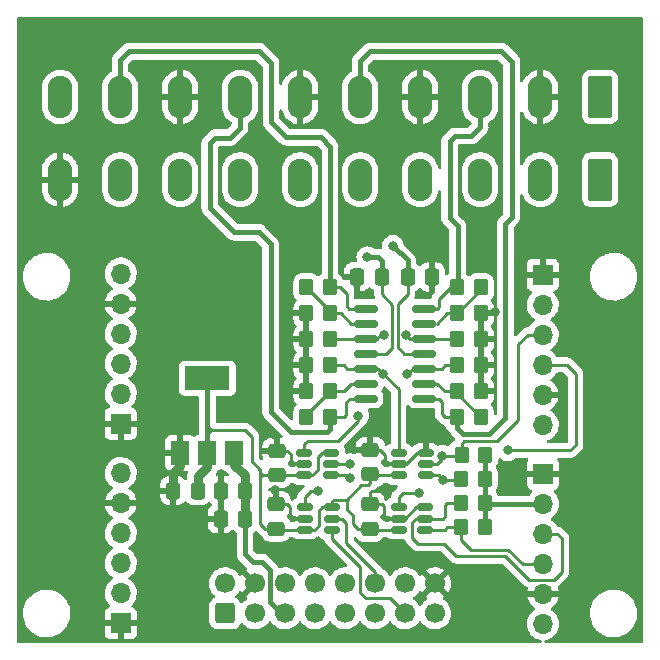
<source format=gbr>
%TF.GenerationSoftware,KiCad,Pcbnew,6.0.11+dfsg-1~bpo11+1*%
%TF.CreationDate,2023-07-05T16:37:14+02:00*%
%TF.ProjectId,aout4rib21,616f7574-3472-4696-9232-312e6b696361,1.1*%
%TF.SameCoordinates,Original*%
%TF.FileFunction,Copper,L1,Top*%
%TF.FilePolarity,Positive*%
%FSLAX46Y46*%
G04 Gerber Fmt 4.6, Leading zero omitted, Abs format (unit mm)*
G04 Created by KiCad (PCBNEW 6.0.11+dfsg-1~bpo11+1) date 2023-07-05 16:37:14*
%MOMM*%
%LPD*%
G01*
G04 APERTURE LIST*
G04 Aperture macros list*
%AMRoundRect*
0 Rectangle with rounded corners*
0 $1 Rounding radius*
0 $2 $3 $4 $5 $6 $7 $8 $9 X,Y pos of 4 corners*
0 Add a 4 corners polygon primitive as box body*
4,1,4,$2,$3,$4,$5,$6,$7,$8,$9,$2,$3,0*
0 Add four circle primitives for the rounded corners*
1,1,$1+$1,$2,$3*
1,1,$1+$1,$4,$5*
1,1,$1+$1,$6,$7*
1,1,$1+$1,$8,$9*
0 Add four rect primitives between the rounded corners*
20,1,$1+$1,$2,$3,$4,$5,0*
20,1,$1+$1,$4,$5,$6,$7,0*
20,1,$1+$1,$6,$7,$8,$9,0*
20,1,$1+$1,$8,$9,$2,$3,0*%
G04 Aperture macros list end*
%TA.AperFunction,ComponentPad*%
%ADD10RoundRect,0.249999X0.790001X1.550001X-0.790001X1.550001X-0.790001X-1.550001X0.790001X-1.550001X0*%
%TD*%
%TA.AperFunction,ComponentPad*%
%ADD11O,2.080000X3.600000*%
%TD*%
%TA.AperFunction,SMDPad,CuDef*%
%ADD12RoundRect,0.250000X-0.350000X-0.450000X0.350000X-0.450000X0.350000X0.450000X-0.350000X0.450000X0*%
%TD*%
%TA.AperFunction,SMDPad,CuDef*%
%ADD13RoundRect,0.250000X0.350000X0.450000X-0.350000X0.450000X-0.350000X-0.450000X0.350000X-0.450000X0*%
%TD*%
%TA.AperFunction,SMDPad,CuDef*%
%ADD14RoundRect,0.250000X0.337500X0.475000X-0.337500X0.475000X-0.337500X-0.475000X0.337500X-0.475000X0*%
%TD*%
%TA.AperFunction,ComponentPad*%
%ADD15R,1.700000X1.700000*%
%TD*%
%TA.AperFunction,ComponentPad*%
%ADD16O,1.700000X1.700000*%
%TD*%
%TA.AperFunction,SMDPad,CuDef*%
%ADD17RoundRect,0.150000X-0.512500X-0.150000X0.512500X-0.150000X0.512500X0.150000X-0.512500X0.150000X0*%
%TD*%
%TA.AperFunction,SMDPad,CuDef*%
%ADD18R,1.500000X2.000000*%
%TD*%
%TA.AperFunction,SMDPad,CuDef*%
%ADD19R,3.800000X2.000000*%
%TD*%
%TA.AperFunction,SMDPad,CuDef*%
%ADD20RoundRect,0.150000X-0.825000X-0.150000X0.825000X-0.150000X0.825000X0.150000X-0.825000X0.150000X0*%
%TD*%
%TA.AperFunction,SMDPad,CuDef*%
%ADD21RoundRect,0.250000X0.475000X-0.337500X0.475000X0.337500X-0.475000X0.337500X-0.475000X-0.337500X0*%
%TD*%
%TA.AperFunction,ComponentPad*%
%ADD22RoundRect,0.250000X0.600000X-0.600000X0.600000X0.600000X-0.600000X0.600000X-0.600000X-0.600000X0*%
%TD*%
%TA.AperFunction,ComponentPad*%
%ADD23C,1.700000*%
%TD*%
%TA.AperFunction,ViaPad*%
%ADD24C,0.800000*%
%TD*%
%TA.AperFunction,Conductor*%
%ADD25C,0.400000*%
%TD*%
%TA.AperFunction,Conductor*%
%ADD26C,0.250000*%
%TD*%
%TA.AperFunction,Conductor*%
%ADD27C,0.800000*%
%TD*%
G04 APERTURE END LIST*
D10*
%TO.P,J3,1,Pin_1*%
%TO.N,+VSW*%
X168360000Y-80277500D03*
D11*
%TO.P,J3,2,Pin_2*%
%TO.N,Earth*%
X163280000Y-80277500D03*
%TO.P,J3,3,Pin_3*%
%TO.N,+VSW*%
X158200000Y-80277500D03*
%TO.P,J3,4,Pin_4*%
%TO.N,Earth*%
X153120000Y-80277500D03*
%TO.P,J3,5,Pin_5*%
%TO.N,+VSW*%
X148040000Y-80277500D03*
%TO.P,J3,6,Pin_6*%
%TO.N,Earth*%
X142960000Y-80277500D03*
%TO.P,J3,7,Pin_7*%
%TO.N,+VSW*%
X137880000Y-80277500D03*
%TO.P,J3,8,Pin_8*%
%TO.N,Earth*%
X132800000Y-80277500D03*
%TO.P,J3,9,Pin_9*%
%TO.N,+VSW*%
X127720000Y-80277500D03*
%TO.P,J3,10,Pin_10*%
%TO.N,GNDD*%
X122640000Y-80277500D03*
%TD*%
D12*
%TO.P,R1,1*%
%TO.N,/SDA1*%
X156620000Y-107650000D03*
%TO.P,R1,2*%
%TO.N,+5V*%
X158620000Y-107650000D03*
%TD*%
D13*
%TO.P,R11,1*%
%TO.N,GNDD*%
X158250000Y-91600000D03*
%TO.P,R11,2*%
%TO.N,Net-(R11-Pad2)*%
X156250000Y-91600000D03*
%TD*%
D12*
%TO.P,R16,1*%
%TO.N,/SCL1*%
X156610000Y-109700000D03*
%TO.P,R16,2*%
%TO.N,+5V*%
X158610000Y-109700000D03*
%TD*%
D14*
%TO.P,C6,1*%
%TO.N,+12V*%
X149870000Y-88500000D03*
%TO.P,C6,2*%
%TO.N,GNDD*%
X147795000Y-88500000D03*
%TD*%
D15*
%TO.P,J6,1,Pin_1*%
%TO.N,GNDD*%
X127775000Y-117825000D03*
D16*
%TO.P,J6,2,Pin_2*%
%TO.N,+5V*%
X127775000Y-115285000D03*
%TO.P,J6,3,Pin_3*%
%TO.N,/SDA1*%
X127775000Y-112745000D03*
%TO.P,J6,4,Pin_4*%
%TO.N,/SCL1*%
X127775000Y-110205000D03*
%TO.P,J6,5,Pin_5*%
%TO.N,GNDD*%
X127775000Y-107665000D03*
%TO.P,J6,6,Pin_6*%
%TO.N,/VOM3*%
X127775000Y-105125000D03*
%TD*%
D17*
%TO.P,U5,1,VOUT*%
%TO.N,/VOM3*%
X143352500Y-108030000D03*
%TO.P,U5,2,VSS*%
%TO.N,GNDD*%
X143352500Y-108980000D03*
%TO.P,U5,3,VDD*%
%TO.N,+5VA*%
X143352500Y-109930000D03*
%TO.P,U5,4,SDA*%
%TO.N,/SCL1*%
X145627500Y-109930000D03*
%TO.P,U5,5,SCL*%
%TO.N,/SDA1*%
X145627500Y-108980000D03*
%TO.P,U5,6,A0*%
%TO.N,+5VA*%
X145627500Y-108030000D03*
%TD*%
D10*
%TO.P,J2,1,Pin_1*%
%TO.N,Earth*%
X168360000Y-73277500D03*
D11*
%TO.P,J2,2,Pin_2*%
%TO.N,GNDD*%
X163280000Y-73277500D03*
%TO.P,J2,3,Pin_3*%
%TO.N,/VO4*%
X158200000Y-73277500D03*
%TO.P,J2,4,Pin_4*%
%TO.N,GNDD*%
X153120000Y-73277500D03*
%TO.P,J2,5,Pin_5*%
%TO.N,/VO3*%
X148040000Y-73277500D03*
%TO.P,J2,6,Pin_6*%
%TO.N,GNDD*%
X142960000Y-73277500D03*
%TO.P,J2,7,Pin_7*%
%TO.N,/VO2*%
X137880000Y-73277500D03*
%TO.P,J2,8,Pin_8*%
%TO.N,GNDD*%
X132800000Y-73277500D03*
%TO.P,J2,9,Pin_9*%
%TO.N,/VO1*%
X127720000Y-73277500D03*
%TO.P,J2,10,Pin_10*%
%TO.N,+VSW*%
X122640000Y-73277500D03*
%TD*%
D13*
%TO.P,R10,1*%
%TO.N,GNDD*%
X158250000Y-98200000D03*
%TO.P,R10,2*%
%TO.N,Net-(R10-Pad2)*%
X156250000Y-98200000D03*
%TD*%
D12*
%TO.P,R5,1*%
%TO.N,GNDD*%
X143500000Y-98200000D03*
%TO.P,R5,2*%
%TO.N,Net-(R5-Pad2)*%
X145500000Y-98200000D03*
%TD*%
D13*
%TO.P,R12,1*%
%TO.N,GNDD*%
X158250000Y-96000000D03*
%TO.P,R12,2*%
%TO.N,/VOM3*%
X156250000Y-96000000D03*
%TD*%
D18*
%TO.P,U2,1,GND*%
%TO.N,GNDD*%
X132800000Y-103400000D03*
D19*
%TO.P,U2,2,VO*%
%TO.N,+5VA*%
X135100000Y-97100000D03*
D18*
X135100000Y-103400000D03*
%TO.P,U2,3,VI*%
%TO.N,+12V*%
X137400000Y-103400000D03*
%TD*%
D20*
%TO.P,U4,1*%
%TO.N,/VO1*%
X148525000Y-91190000D03*
%TO.P,U4,2,-*%
%TO.N,Net-(R4-Pad2)*%
X148525000Y-92460000D03*
%TO.P,U4,3,+*%
%TO.N,/VOM1*%
X148525000Y-93730000D03*
%TO.P,U4,4,V+*%
%TO.N,+12V*%
X148525000Y-95000000D03*
%TO.P,U4,5,+*%
%TO.N,/VOM2*%
X148525000Y-96270000D03*
%TO.P,U4,6,-*%
%TO.N,Net-(R5-Pad2)*%
X148525000Y-97540000D03*
%TO.P,U4,7*%
%TO.N,/VO2*%
X148525000Y-98810000D03*
%TO.P,U4,8*%
%TO.N,/VO3*%
X153475000Y-98810000D03*
%TO.P,U4,9,-*%
%TO.N,Net-(R10-Pad2)*%
X153475000Y-97540000D03*
%TO.P,U4,10,+*%
%TO.N,/VOM3*%
X153475000Y-96270000D03*
%TO.P,U4,11,V-*%
%TO.N,-12V*%
X153475000Y-95000000D03*
%TO.P,U4,12,+*%
%TO.N,/VOM4*%
X153475000Y-93730000D03*
%TO.P,U4,13,-*%
%TO.N,Net-(R11-Pad2)*%
X153475000Y-92460000D03*
%TO.P,U4,14*%
%TO.N,/VO4*%
X153475000Y-91190000D03*
%TD*%
D13*
%TO.P,R15,1*%
%TO.N,Net-(R11-Pad2)*%
X158250000Y-89400000D03*
%TO.P,R15,2*%
%TO.N,/VO4*%
X156250000Y-89400000D03*
%TD*%
D12*
%TO.P,R3,1*%
%TO.N,/SCL0*%
X156620000Y-105600000D03*
%TO.P,R3,2*%
%TO.N,+5V*%
X158620000Y-105600000D03*
%TD*%
D15*
%TO.P,J5,1,Pin_1*%
%TO.N,GNDD*%
X163500000Y-88340000D03*
D16*
%TO.P,J5,2,Pin_2*%
%TO.N,+5V*%
X163500000Y-90880000D03*
%TO.P,J5,3,Pin_3*%
%TO.N,/SDA0*%
X163500000Y-93420000D03*
%TO.P,J5,4,Pin_4*%
%TO.N,/SCL0*%
X163500000Y-95960000D03*
%TO.P,J5,5,Pin_5*%
%TO.N,GNDD*%
X163500000Y-98500000D03*
%TO.P,J5,6,Pin_6*%
%TO.N,/VOM2*%
X163500000Y-101040000D03*
%TD*%
D14*
%TO.P,C4,1*%
%TO.N,+5VA*%
X134300000Y-106600000D03*
%TO.P,C4,2*%
%TO.N,GNDD*%
X132225000Y-106600000D03*
%TD*%
D21*
%TO.P,C3,1*%
%TO.N,+5VA*%
X148900000Y-105225000D03*
%TO.P,C3,2*%
%TO.N,GNDD*%
X148900000Y-103150000D03*
%TD*%
D12*
%TO.P,R8,1*%
%TO.N,Net-(R4-Pad2)*%
X143500000Y-89400000D03*
%TO.P,R8,2*%
%TO.N,/VO1*%
X145500000Y-89400000D03*
%TD*%
%TO.P,R9,1*%
%TO.N,Net-(R5-Pad2)*%
X143500000Y-100400000D03*
%TO.P,R9,2*%
%TO.N,/VO2*%
X145500000Y-100400000D03*
%TD*%
%TO.P,R7,1*%
%TO.N,GNDD*%
X143500000Y-96000000D03*
%TO.P,R7,2*%
%TO.N,/VOM2*%
X145500000Y-96000000D03*
%TD*%
D13*
%TO.P,R14,1*%
%TO.N,Net-(R10-Pad2)*%
X158250000Y-100400000D03*
%TO.P,R14,2*%
%TO.N,/VO3*%
X156250000Y-100400000D03*
%TD*%
D12*
%TO.P,R6,1*%
%TO.N,GNDD*%
X143500000Y-93800000D03*
%TO.P,R6,2*%
%TO.N,/VOM1*%
X145500000Y-93800000D03*
%TD*%
D21*
%TO.P,C10,1*%
%TO.N,+5VA*%
X148860000Y-109845000D03*
%TO.P,C10,2*%
%TO.N,GNDD*%
X148860000Y-107770000D03*
%TD*%
D14*
%TO.P,C1,1*%
%TO.N,+12V*%
X138325000Y-106600000D03*
%TO.P,C1,2*%
%TO.N,GNDD*%
X136250000Y-106600000D03*
%TD*%
D15*
%TO.P,J7,1,Pin_1*%
%TO.N,GNDD*%
X163525000Y-105200000D03*
D16*
%TO.P,J7,2,Pin_2*%
%TO.N,+5V*%
X163525000Y-107740000D03*
%TO.P,J7,3,Pin_3*%
%TO.N,/SDA1*%
X163525000Y-110280000D03*
%TO.P,J7,4,Pin_4*%
%TO.N,/SCL1*%
X163525000Y-112820000D03*
%TO.P,J7,5,Pin_5*%
%TO.N,GNDD*%
X163525000Y-115360000D03*
%TO.P,J7,6,Pin_6*%
%TO.N,/VOM4*%
X163525000Y-117900000D03*
%TD*%
D12*
%TO.P,R2,1*%
%TO.N,/SDA0*%
X156630000Y-103560000D03*
%TO.P,R2,2*%
%TO.N,+5V*%
X158630000Y-103560000D03*
%TD*%
D13*
%TO.P,R13,1*%
%TO.N,GNDD*%
X158250000Y-93800000D03*
%TO.P,R13,2*%
%TO.N,/VOM4*%
X156250000Y-93800000D03*
%TD*%
D17*
%TO.P,U1,1,VOUT*%
%TO.N,/VOM1*%
X143325000Y-103400000D03*
%TO.P,U1,2,VSS*%
%TO.N,GNDD*%
X143325000Y-104350000D03*
%TO.P,U1,3,VDD*%
%TO.N,+5VA*%
X143325000Y-105300000D03*
%TO.P,U1,4,SDA*%
%TO.N,/SCL0*%
X145600000Y-105300000D03*
%TO.P,U1,5,SCL*%
%TO.N,/SDA0*%
X145600000Y-104350000D03*
%TO.P,U1,6,A0*%
%TO.N,+5VA*%
X145600000Y-103400000D03*
%TD*%
D12*
%TO.P,R4,1*%
%TO.N,GNDD*%
X143500000Y-91600000D03*
%TO.P,R4,2*%
%TO.N,Net-(R4-Pad2)*%
X145500000Y-91600000D03*
%TD*%
D14*
%TO.P,C7,1*%
%TO.N,GNDD*%
X154135000Y-88520000D03*
%TO.P,C7,2*%
%TO.N,-12V*%
X152060000Y-88520000D03*
%TD*%
%TO.P,C2,1*%
%TO.N,+12V*%
X138300000Y-109000000D03*
%TO.P,C2,2*%
%TO.N,GNDD*%
X136225000Y-109000000D03*
%TD*%
D17*
%TO.P,U3,1,VOUT*%
%TO.N,/VOM2*%
X151312500Y-103400000D03*
%TO.P,U3,2,VSS*%
%TO.N,GNDD*%
X151312500Y-104350000D03*
%TO.P,U3,3,VDD*%
%TO.N,+5VA*%
X151312500Y-105300000D03*
%TO.P,U3,4,SDA*%
%TO.N,/SCL0*%
X153587500Y-105300000D03*
%TO.P,U3,5,SCL*%
%TO.N,/SDA0*%
X153587500Y-104350000D03*
%TO.P,U3,6,A0*%
%TO.N,GNDD*%
X153587500Y-103400000D03*
%TD*%
D21*
%TO.P,C8,1*%
%TO.N,+5VA*%
X141000000Y-105300000D03*
%TO.P,C8,2*%
%TO.N,GNDD*%
X141000000Y-103225000D03*
%TD*%
D15*
%TO.P,J4,1,Pin_1*%
%TO.N,GNDD*%
X127775000Y-100925000D03*
D16*
%TO.P,J4,2,Pin_2*%
%TO.N,+5V*%
X127775000Y-98385000D03*
%TO.P,J4,3,Pin_3*%
%TO.N,/SDA0*%
X127775000Y-95845000D03*
%TO.P,J4,4,Pin_4*%
%TO.N,/SCL0*%
X127775000Y-93305000D03*
%TO.P,J4,5,Pin_5*%
%TO.N,GNDD*%
X127775000Y-90765000D03*
%TO.P,J4,6,Pin_6*%
%TO.N,/VOM1*%
X127775000Y-88225000D03*
%TD*%
D17*
%TO.P,U6,1,VOUT*%
%TO.N,/VOM4*%
X151300000Y-108020000D03*
%TO.P,U6,2,VSS*%
%TO.N,GNDD*%
X151300000Y-108970000D03*
%TO.P,U6,3,VDD*%
%TO.N,+5VA*%
X151300000Y-109920000D03*
%TO.P,U6,4,SDA*%
%TO.N,/SCL1*%
X153575000Y-109920000D03*
%TO.P,U6,5,SCL*%
%TO.N,/SDA1*%
X153575000Y-108970000D03*
%TO.P,U6,6,A0*%
%TO.N,GNDD*%
X153575000Y-108020000D03*
%TD*%
D22*
%TO.P,J1,1,Pin_1*%
%TO.N,+VSW*%
X136610000Y-116992500D03*
D23*
%TO.P,J1,2,Pin_2*%
X136610000Y-114452500D03*
%TO.P,J1,3,Pin_3*%
%TO.N,Earth*%
X139150000Y-116992500D03*
%TO.P,J1,4,Pin_4*%
%TO.N,GNDD*%
X139150000Y-114452500D03*
%TO.P,J1,5,Pin_5*%
%TO.N,+12V*%
X141690000Y-116992500D03*
%TO.P,J1,6,Pin_6*%
%TO.N,-12V*%
X141690000Y-114452500D03*
%TO.P,J1,7,Pin_7*%
%TO.N,+5V*%
X144230000Y-116992500D03*
%TO.P,J1,8,Pin_8*%
%TO.N,unconnected-(J1-Pad8)*%
X144230000Y-114452500D03*
%TO.P,J1,9,Pin_9*%
%TO.N,unconnected-(J1-Pad9)*%
X146770000Y-116992500D03*
%TO.P,J1,10,Pin_10*%
%TO.N,unconnected-(J1-Pad10)*%
X146770000Y-114452500D03*
%TO.P,J1,11,Pin_11*%
%TO.N,unconnected-(J1-Pad11)*%
X149310000Y-116992500D03*
%TO.P,J1,12,Pin_12*%
%TO.N,/SDA1*%
X149310000Y-114452500D03*
%TO.P,J1,13,Pin_13*%
%TO.N,/SCL1*%
X151850000Y-116992500D03*
%TO.P,J1,14,Pin_14*%
%TO.N,/SDA0*%
X151850000Y-114452500D03*
%TO.P,J1,15,Pin_15*%
%TO.N,/SCL0*%
X154390000Y-116992500D03*
%TO.P,J1,16,Pin_16*%
%TO.N,GNDD*%
X154390000Y-114452500D03*
%TD*%
D21*
%TO.P,C9,1*%
%TO.N,+5VA*%
X140920000Y-109825000D03*
%TO.P,C9,2*%
%TO.N,GNDD*%
X140920000Y-107750000D03*
%TD*%
D24*
%TO.N,+12V*%
X148640000Y-86830000D03*
%TO.N,GNDD*%
X140870500Y-106550000D03*
X150370000Y-106680000D03*
X159500000Y-91500000D03*
X154100000Y-101960000D03*
X140700000Y-101810000D03*
X145250000Y-112550000D03*
%TO.N,-12V*%
X150820000Y-85860000D03*
%TO.N,/SCL0*%
X155100000Y-105700000D03*
X160550000Y-103200000D03*
X147200000Y-105500000D03*
%TO.N,/SDA0*%
X155000000Y-103650000D03*
X147150000Y-104350000D03*
%TO.N,/VOM1*%
X147900000Y-100250000D03*
X150035500Y-93450000D03*
%TO.N,/VOM2*%
X150000000Y-96700000D03*
%TO.N,/VOM3*%
X152050000Y-96700000D03*
X144500000Y-106670000D03*
%TO.N,/VOM4*%
X151950000Y-93450000D03*
X153000000Y-106800000D03*
%TD*%
D25*
%TO.N,+12V*%
X148640000Y-86830000D02*
X149520000Y-86830000D01*
D26*
X148525000Y-95000000D02*
X150260000Y-95000000D01*
D27*
X138325000Y-105325000D02*
X138325000Y-106600000D01*
D25*
X138940000Y-112640000D02*
X138300000Y-112000000D01*
D26*
X149870000Y-89970000D02*
X149870000Y-88500000D01*
D25*
X139720000Y-112640000D02*
X138940000Y-112640000D01*
D27*
X138325000Y-108975000D02*
X138300000Y-109000000D01*
D26*
X150760000Y-90860000D02*
X149870000Y-89970000D01*
D25*
X140420000Y-113340000D02*
X139720000Y-112640000D01*
D26*
X150760000Y-94500000D02*
X150760000Y-90860000D01*
D25*
X149870000Y-87180000D02*
X149870000Y-88500000D01*
X140420000Y-116000000D02*
X140420000Y-113340000D01*
D27*
X137400000Y-104400000D02*
X138325000Y-105325000D01*
D26*
X150260000Y-95000000D02*
X150760000Y-94500000D01*
D27*
X137400000Y-103400000D02*
X137400000Y-104400000D01*
D25*
X149520000Y-86830000D02*
X149870000Y-87180000D01*
D27*
X138325000Y-106600000D02*
X138325000Y-108975000D01*
D25*
X138300000Y-112000000D02*
X138300000Y-109000000D01*
X141670000Y-117250000D02*
X140420000Y-116000000D01*
D26*
%TO.N,GNDD*%
X141875000Y-103225000D02*
X142150000Y-103500000D01*
X140920000Y-106599500D02*
X140870500Y-106550000D01*
X141870000Y-107750000D02*
X140920000Y-107750000D01*
X152900000Y-103400000D02*
X153587500Y-103400000D01*
D25*
X159400000Y-91600000D02*
X159500000Y-91500000D01*
D27*
X132800000Y-104530000D02*
X132200000Y-105130000D01*
D26*
X153587500Y-102472500D02*
X154100000Y-101960000D01*
X141000000Y-102110000D02*
X140700000Y-101810000D01*
X141000000Y-103225000D02*
X141000000Y-102110000D01*
X140950000Y-107950000D02*
X141000000Y-108000000D01*
X142140000Y-108700000D02*
X142140000Y-108020000D01*
D27*
X132200000Y-105130000D02*
X132200000Y-106575000D01*
D26*
X148860000Y-107770000D02*
X148860000Y-106810000D01*
X148900000Y-103150000D02*
X149700000Y-103150000D01*
X151860000Y-108970000D02*
X152810000Y-108020000D01*
X143352500Y-108980000D02*
X142420000Y-108980000D01*
X151300000Y-108970000D02*
X151860000Y-108970000D01*
X142150000Y-104150000D02*
X142350000Y-104350000D01*
X150150000Y-104150000D02*
X150350000Y-104350000D01*
X142140000Y-108020000D02*
X141870000Y-107750000D01*
X141000000Y-103225000D02*
X141875000Y-103225000D01*
X150085000Y-108865000D02*
X150085000Y-107945000D01*
X142420000Y-108980000D02*
X142140000Y-108700000D01*
X149700000Y-103150000D02*
X150150000Y-103600000D01*
D25*
X158250000Y-91600000D02*
X159400000Y-91600000D01*
D26*
X149910000Y-107770000D02*
X150085000Y-107945000D01*
X152810000Y-108020000D02*
X153575000Y-108020000D01*
X142150000Y-103500000D02*
X142150000Y-104150000D01*
D27*
X132800000Y-103400000D02*
X132800000Y-104530000D01*
D26*
X148860000Y-106810000D02*
X148990000Y-106680000D01*
X148990000Y-106680000D02*
X150370000Y-106680000D01*
X150150000Y-103600000D02*
X150150000Y-104150000D01*
X151312500Y-104350000D02*
X151950000Y-104350000D01*
X151950000Y-104350000D02*
X152900000Y-103400000D01*
X150350000Y-104350000D02*
X151312500Y-104350000D01*
X151300000Y-108970000D02*
X150190000Y-108970000D01*
X140920000Y-107750000D02*
X140920000Y-106599500D01*
X153587500Y-103400000D02*
X153587500Y-102472500D01*
X148860000Y-107770000D02*
X149910000Y-107770000D01*
X142350000Y-104350000D02*
X143325000Y-104350000D01*
D27*
X132200000Y-106575000D02*
X132225000Y-106600000D01*
D26*
X150190000Y-108970000D02*
X150085000Y-108865000D01*
%TO.N,+5VA*%
X139600000Y-109450000D02*
X139600000Y-105800000D01*
D25*
X135100000Y-99990000D02*
X135100000Y-101150000D01*
D26*
X144820000Y-108030000D02*
X145627500Y-108030000D01*
X144160000Y-109930000D02*
X144520000Y-109570000D01*
X144000000Y-105300000D02*
X144450000Y-104850000D01*
D25*
X135100000Y-101950000D02*
X135100000Y-101750000D01*
D26*
X139600000Y-105800000D02*
X139600000Y-105150000D01*
X143352500Y-109930000D02*
X144160000Y-109930000D01*
D25*
X135100000Y-101950000D02*
X135100000Y-103400000D01*
D26*
X144520000Y-109570000D02*
X144520000Y-108330000D01*
D25*
X135100000Y-101750000D02*
X135350000Y-101500000D01*
X135100000Y-101150000D02*
X135100000Y-101500000D01*
D26*
X144800000Y-103400000D02*
X145600000Y-103400000D01*
X139600000Y-105450000D02*
X139750000Y-105300000D01*
X151312500Y-105300000D02*
X148975000Y-105300000D01*
X145760000Y-107400000D02*
X146900000Y-107400000D01*
D25*
X135100000Y-99270000D02*
X135100000Y-99480000D01*
D26*
X138850000Y-104100000D02*
X138850000Y-102850000D01*
X151300000Y-109920000D02*
X148935000Y-109920000D01*
X146900000Y-108200000D02*
X146900000Y-107400000D01*
D25*
X135100000Y-101250000D02*
X135350000Y-101500000D01*
D26*
X148900000Y-105950000D02*
X148900000Y-105225000D01*
X139975000Y-109825000D02*
X139600000Y-109450000D01*
X147450000Y-108750000D02*
X146900000Y-108200000D01*
X139750000Y-105300000D02*
X139600000Y-105150000D01*
D25*
X135100000Y-97100000D02*
X135100000Y-99270000D01*
X135100000Y-101500000D02*
X135100000Y-101950000D01*
D26*
X144450000Y-103750000D02*
X144800000Y-103400000D01*
D27*
X135100000Y-104610000D02*
X134300000Y-105410000D01*
X135100000Y-103400000D02*
X135100000Y-104610000D01*
X134300000Y-105410000D02*
X134300000Y-106600000D01*
D26*
X135350000Y-101500000D02*
X135100000Y-101500000D01*
X148150000Y-106150000D02*
X148700000Y-106150000D01*
D25*
X135100000Y-99480000D02*
X135100000Y-99990000D01*
D26*
X139600000Y-105800000D02*
X139600000Y-105450000D01*
X147825000Y-109845000D02*
X147450000Y-109470000D01*
X139600000Y-104850000D02*
X138850000Y-104100000D01*
X141025000Y-109930000D02*
X140920000Y-109825000D01*
X140920000Y-109825000D02*
X139975000Y-109825000D01*
X148935000Y-109920000D02*
X148860000Y-109845000D01*
X138850000Y-102050000D02*
X138300000Y-101500000D01*
X143352500Y-109930000D02*
X141025000Y-109930000D01*
D25*
X135100000Y-101150000D02*
X135100000Y-101250000D01*
D26*
X145627500Y-107532500D02*
X145760000Y-107400000D01*
X144520000Y-108330000D02*
X144820000Y-108030000D01*
X148700000Y-106150000D02*
X148900000Y-105950000D01*
X147450000Y-109470000D02*
X147450000Y-108750000D01*
X144450000Y-104850000D02*
X144450000Y-103750000D01*
X148975000Y-105300000D02*
X148900000Y-105225000D01*
X139600000Y-105150000D02*
X139600000Y-104850000D01*
X143325000Y-105300000D02*
X144000000Y-105300000D01*
X145627500Y-108030000D02*
X145627500Y-107532500D01*
X141000000Y-105300000D02*
X139750000Y-105300000D01*
X138850000Y-102850000D02*
X138850000Y-102050000D01*
X148860000Y-109845000D02*
X147825000Y-109845000D01*
X143325000Y-105300000D02*
X141000000Y-105300000D01*
X146900000Y-107400000D02*
X148150000Y-106150000D01*
X138300000Y-101500000D02*
X135350000Y-101500000D01*
D25*
%TO.N,+5V*%
X158620000Y-107650000D02*
X158620000Y-105600000D01*
X158620000Y-105600000D02*
X158620000Y-103570000D01*
X158620000Y-107650000D02*
X158620000Y-109690000D01*
X158710000Y-107740000D02*
X158620000Y-107650000D01*
X163525000Y-107740000D02*
X158710000Y-107740000D01*
X158620000Y-109690000D02*
X158610000Y-109700000D01*
X158620000Y-103570000D02*
X158630000Y-103560000D01*
D26*
%TO.N,-12V*%
X151210000Y-90820000D02*
X152060000Y-89970000D01*
X152060000Y-88520000D02*
X152060000Y-89970000D01*
D25*
X150820000Y-85860000D02*
X152060000Y-87100000D01*
D26*
X153475000Y-95000000D02*
X151750000Y-95000000D01*
D25*
X152060000Y-87100000D02*
X152060000Y-88520000D01*
D26*
X151750000Y-95000000D02*
X151210000Y-94460000D01*
X151210000Y-94460000D02*
X151210000Y-90820000D01*
%TO.N,/SCL0*%
X160550000Y-103200000D02*
X165850000Y-103200000D01*
X154700000Y-105300000D02*
X155100000Y-105700000D01*
X155100000Y-105700000D02*
X156520000Y-105700000D01*
X165540000Y-95960000D02*
X163500000Y-95960000D01*
X156520000Y-105700000D02*
X156620000Y-105600000D01*
X165850000Y-103200000D02*
X166310000Y-102740000D01*
X145600000Y-105300000D02*
X147000000Y-105300000D01*
X153587500Y-105300000D02*
X154700000Y-105300000D01*
X166310000Y-102740000D02*
X166310000Y-96730000D01*
X166310000Y-96730000D02*
X165540000Y-95960000D01*
X147000000Y-105300000D02*
X147200000Y-105500000D01*
%TO.N,/SDA0*%
X161430000Y-94230000D02*
X161430000Y-100640000D01*
X161430000Y-100640000D02*
X159660000Y-102410000D01*
X156540000Y-103650000D02*
X156630000Y-103560000D01*
X156870000Y-102410000D02*
X156630000Y-102650000D01*
X145600000Y-104350000D02*
X147150000Y-104350000D01*
X163500000Y-93420000D02*
X162240000Y-93420000D01*
X153587500Y-104350000D02*
X154550000Y-104350000D01*
X156630000Y-102650000D02*
X156630000Y-103560000D01*
X162240000Y-93420000D02*
X161430000Y-94230000D01*
X159660000Y-102410000D02*
X156870000Y-102410000D01*
X154550000Y-104350000D02*
X155000000Y-103900000D01*
X155000000Y-103650000D02*
X156540000Y-103650000D01*
X155000000Y-103900000D02*
X155000000Y-103650000D01*
%TO.N,/SCL1*%
X160600000Y-111600000D02*
X161820000Y-112820000D01*
X151850000Y-116992500D02*
X150587500Y-115730000D01*
X148040000Y-115260000D02*
X148040000Y-113090000D01*
X145627500Y-110677500D02*
X145627500Y-109930000D01*
X148510000Y-115730000D02*
X148040000Y-115260000D01*
X156610000Y-110760000D02*
X157450000Y-111600000D01*
X150587500Y-115730000D02*
X148510000Y-115730000D01*
X155200000Y-109920000D02*
X155420000Y-109700000D01*
X155420000Y-109700000D02*
X156610000Y-109700000D01*
X156610000Y-109700000D02*
X156610000Y-110760000D01*
X153575000Y-109920000D02*
X155200000Y-109920000D01*
X157450000Y-111600000D02*
X160600000Y-111600000D01*
X161820000Y-112820000D02*
X163525000Y-112820000D01*
X148040000Y-113090000D02*
X145627500Y-110677500D01*
%TO.N,/SDA1*%
X149310000Y-113460000D02*
X146850000Y-111000000D01*
X165100000Y-113500000D02*
X164450000Y-114150000D01*
X155040000Y-108970000D02*
X155240000Y-108770000D01*
X156200000Y-112150000D02*
X155150000Y-111100000D01*
X146480000Y-108980000D02*
X146850000Y-109350000D01*
X163545000Y-110300000D02*
X164750000Y-110300000D01*
X152780000Y-108970000D02*
X153575000Y-108970000D01*
X155240000Y-108770000D02*
X155240000Y-107830000D01*
X145627500Y-108980000D02*
X146480000Y-108980000D01*
X146850000Y-111000000D02*
X146850000Y-109350000D01*
X164750000Y-110300000D02*
X165100000Y-110650000D01*
X152450000Y-110600000D02*
X152450000Y-109300000D01*
X153575000Y-108970000D02*
X155040000Y-108970000D01*
X155240000Y-107830000D02*
X155420000Y-107650000D01*
X152450000Y-109300000D02*
X152780000Y-108970000D01*
X165100000Y-110650000D02*
X165100000Y-113500000D01*
X162350000Y-114150000D02*
X160350000Y-112150000D01*
X152950000Y-111100000D02*
X152450000Y-110600000D01*
X160350000Y-112150000D02*
X156200000Y-112150000D01*
X155420000Y-107650000D02*
X156620000Y-107650000D01*
X164450000Y-114150000D02*
X162350000Y-114150000D01*
X155150000Y-111100000D02*
X152950000Y-111100000D01*
X149310000Y-114452500D02*
X149310000Y-113460000D01*
X163525000Y-110280000D02*
X163545000Y-110300000D01*
D25*
%TO.N,/VO4*%
X156300000Y-84180000D02*
X156300000Y-89400000D01*
D26*
X154710000Y-90400000D02*
X154710000Y-91050000D01*
X155710000Y-89400000D02*
X154710000Y-90400000D01*
D25*
X158200000Y-73277500D02*
X158200000Y-75810000D01*
X157430000Y-76580000D02*
X156070000Y-76580000D01*
X156070000Y-76580000D02*
X155610000Y-77040000D01*
X155610000Y-77040000D02*
X155610000Y-83490000D01*
D26*
X156250000Y-89400000D02*
X155710000Y-89400000D01*
D25*
X158200000Y-75810000D02*
X157430000Y-76580000D01*
X155610000Y-83490000D02*
X156300000Y-84180000D01*
D26*
X154570000Y-91190000D02*
X153475000Y-91190000D01*
X154710000Y-91050000D02*
X154570000Y-91190000D01*
D25*
%TO.N,/VO3*%
X160330000Y-100450000D02*
X158990000Y-101790000D01*
X160330000Y-84010000D02*
X160330000Y-100450000D01*
D26*
X155270000Y-100400000D02*
X156250000Y-100400000D01*
X153475000Y-98810000D02*
X154720000Y-98810000D01*
X154720000Y-98810000D02*
X155000000Y-99090000D01*
D25*
X158990000Y-101790000D02*
X156740000Y-101790000D01*
D26*
X155000000Y-100130000D02*
X155270000Y-100400000D01*
D25*
X160000000Y-69400000D02*
X160880000Y-70280000D01*
X148040000Y-70260000D02*
X148900000Y-69400000D01*
X148900000Y-69400000D02*
X160000000Y-69400000D01*
X156250000Y-101300000D02*
X156250000Y-100400000D01*
D26*
X155000000Y-99090000D02*
X155000000Y-100130000D01*
D25*
X148040000Y-73277500D02*
X148040000Y-70260000D01*
X160880000Y-70280000D02*
X160880000Y-83460000D01*
X160880000Y-83460000D02*
X160330000Y-84010000D01*
X156740000Y-101790000D02*
X156250000Y-101300000D01*
%TO.N,/VO2*%
X137880000Y-73277500D02*
X137880000Y-75870000D01*
X145500000Y-101350000D02*
X145500000Y-100400000D01*
X135320000Y-82690000D02*
X137360000Y-84730000D01*
D26*
X146660000Y-100400000D02*
X145500000Y-100400000D01*
X148525000Y-98810000D02*
X147180000Y-98810000D01*
D25*
X145200000Y-101650000D02*
X145500000Y-101350000D01*
D26*
X146860000Y-100200000D02*
X146660000Y-100400000D01*
D25*
X137040000Y-76710000D02*
X135780000Y-76710000D01*
D26*
X147180000Y-98810000D02*
X146860000Y-99130000D01*
D25*
X142200000Y-101650000D02*
X145200000Y-101650000D01*
X137880000Y-75870000D02*
X137040000Y-76710000D01*
X139460000Y-84730000D02*
X140460000Y-85730000D01*
X140460000Y-99910000D02*
X142200000Y-101650000D01*
X135320000Y-77170000D02*
X135320000Y-82690000D01*
X135780000Y-76710000D02*
X135320000Y-77170000D01*
X140460000Y-85730000D02*
X140460000Y-99910000D01*
D26*
X146860000Y-99130000D02*
X146860000Y-100200000D01*
D25*
X137360000Y-84730000D02*
X139460000Y-84730000D01*
D26*
%TO.N,/VO1*%
X147120000Y-91190000D02*
X148525000Y-91190000D01*
X146900000Y-89960000D02*
X146900000Y-90970000D01*
X146340000Y-89400000D02*
X146900000Y-89960000D01*
D25*
X140500000Y-70400000D02*
X140500000Y-75380000D01*
X144700000Y-76680000D02*
X145500000Y-77480000D01*
X139500000Y-69400000D02*
X140500000Y-70400000D01*
X141800000Y-76680000D02*
X144700000Y-76680000D01*
X127720000Y-73277500D02*
X127720000Y-70180000D01*
X128500000Y-69400000D02*
X139500000Y-69400000D01*
X140500000Y-75380000D02*
X141800000Y-76680000D01*
D26*
X146900000Y-90970000D02*
X147120000Y-91190000D01*
X145500000Y-89400000D02*
X146340000Y-89400000D01*
D25*
X145500000Y-77480000D02*
X145500000Y-89400000D01*
X127720000Y-70180000D02*
X128500000Y-69400000D01*
D26*
%TO.N,/VOM1*%
X143400000Y-102600000D02*
X143600000Y-102400000D01*
X146100000Y-102400000D02*
X146150000Y-102400000D01*
X145500000Y-93800000D02*
X146700000Y-93800000D01*
X147900000Y-100650000D02*
X147900000Y-100250000D01*
X143325000Y-102675000D02*
X143400000Y-102600000D01*
X146700000Y-93800000D02*
X146770000Y-93730000D01*
X146150000Y-102400000D02*
X147850000Y-100700000D01*
X144850000Y-102400000D02*
X146100000Y-102400000D01*
X148525000Y-93730000D02*
X149470000Y-93730000D01*
X143600000Y-102400000D02*
X144850000Y-102400000D01*
X149470000Y-93730000D02*
X149750000Y-93450000D01*
X148525000Y-93730000D02*
X146770000Y-93730000D01*
X143325000Y-103400000D02*
X143325000Y-102675000D01*
X149750000Y-93450000D02*
X150035500Y-93450000D01*
X147850000Y-100700000D02*
X147900000Y-100650000D01*
%TO.N,/VOM2*%
X149570000Y-96270000D02*
X150000000Y-96700000D01*
X151312500Y-103400000D02*
X151312500Y-98012500D01*
X148525000Y-96270000D02*
X149570000Y-96270000D01*
X146700000Y-96000000D02*
X145500000Y-96000000D01*
X151312500Y-98012500D02*
X150000000Y-96700000D01*
X146970000Y-96270000D02*
X146700000Y-96000000D01*
X148525000Y-96270000D02*
X146970000Y-96270000D01*
%TO.N,/VOM3*%
X154980000Y-96270000D02*
X155250000Y-96000000D01*
X143352500Y-107177500D02*
X143860000Y-106670000D01*
X155250000Y-96000000D02*
X156250000Y-96000000D01*
X152480000Y-96270000D02*
X152050000Y-96700000D01*
X153475000Y-96270000D02*
X152480000Y-96270000D01*
X143352500Y-108030000D02*
X143352500Y-107177500D01*
X143860000Y-106670000D02*
X144500000Y-106670000D01*
X153475000Y-96270000D02*
X154980000Y-96270000D01*
%TO.N,Net-(R4-Pad2)*%
X146400000Y-91600000D02*
X145500000Y-91600000D01*
X147260000Y-92460000D02*
X146400000Y-91600000D01*
X143500000Y-89400000D02*
X145500000Y-91400000D01*
X145500000Y-91400000D02*
X145500000Y-91600000D01*
X148525000Y-92460000D02*
X147260000Y-92460000D01*
%TO.N,Net-(R5-Pad2)*%
X146650000Y-98200000D02*
X145500000Y-98200000D01*
X143500000Y-100400000D02*
X143500000Y-100200000D01*
X143500000Y-100200000D02*
X145500000Y-98200000D01*
X148525000Y-97540000D02*
X147310000Y-97540000D01*
X147310000Y-97540000D02*
X146650000Y-98200000D01*
%TO.N,Net-(R10-Pad2)*%
X156250000Y-98200000D02*
X156250000Y-98400000D01*
X154590000Y-97540000D02*
X153475000Y-97540000D01*
X156250000Y-98400000D02*
X158250000Y-100400000D01*
X155250000Y-98200000D02*
X154590000Y-97540000D01*
X156250000Y-98200000D02*
X155250000Y-98200000D01*
%TO.N,Net-(R11-Pad2)*%
X158250000Y-89600000D02*
X156250000Y-91600000D01*
X158250000Y-89400000D02*
X158250000Y-89600000D01*
X154540000Y-92460000D02*
X155400000Y-91600000D01*
X155400000Y-91600000D02*
X156250000Y-91600000D01*
%TO.N,/VOM4*%
X155150000Y-93800000D02*
X155080000Y-93730000D01*
X151300000Y-108020000D02*
X151300000Y-107140000D01*
X152230000Y-93730000D02*
X151950000Y-93450000D01*
X156250000Y-93800000D02*
X155150000Y-93800000D01*
X151300000Y-107140000D02*
X151640000Y-106800000D01*
X153475000Y-93730000D02*
X152230000Y-93730000D01*
X153475000Y-93730000D02*
X155080000Y-93730000D01*
X151640000Y-106800000D02*
X153000000Y-106800000D01*
%TD*%
%TA.AperFunction,Conductor*%
%TO.N,GNDD*%
G36*
X171933621Y-66528502D02*
G01*
X171980114Y-66582158D01*
X171991500Y-66634500D01*
X171991500Y-119365500D01*
X171971498Y-119433621D01*
X171917842Y-119480114D01*
X171865500Y-119491500D01*
X163768588Y-119491500D01*
X163700467Y-119471498D01*
X163653974Y-119417842D01*
X163643870Y-119347568D01*
X163673364Y-119282988D01*
X163733090Y-119244604D01*
X163752578Y-119240521D01*
X163803288Y-119234025D01*
X163803289Y-119234025D01*
X163808416Y-119233368D01*
X163813366Y-119231883D01*
X164017429Y-119170661D01*
X164017434Y-119170659D01*
X164022384Y-119169174D01*
X164222994Y-119070896D01*
X164404860Y-118941173D01*
X164433078Y-118913054D01*
X164559435Y-118787137D01*
X164563096Y-118783489D01*
X164568478Y-118776000D01*
X164690435Y-118606277D01*
X164693453Y-118602077D01*
X164768680Y-118449867D01*
X164790136Y-118406453D01*
X164790137Y-118406451D01*
X164792430Y-118401811D01*
X164857370Y-118188069D01*
X164886529Y-117966590D01*
X164888156Y-117900000D01*
X164869852Y-117677361D01*
X164815431Y-117460702D01*
X164726354Y-117255840D01*
X164605014Y-117068277D01*
X164523704Y-116978918D01*
X167486917Y-116978918D01*
X167487334Y-116986156D01*
X167502682Y-117252320D01*
X167555405Y-117521053D01*
X167556792Y-117525103D01*
X167556793Y-117525108D01*
X167635573Y-117755204D01*
X167644112Y-117780144D01*
X167692317Y-117875989D01*
X167742837Y-117976437D01*
X167767160Y-118024799D01*
X167769586Y-118028328D01*
X167769589Y-118028334D01*
X167919843Y-118246953D01*
X167922274Y-118250490D01*
X167925161Y-118253663D01*
X167925162Y-118253664D01*
X168055457Y-118396857D01*
X168106582Y-118453043D01*
X168316675Y-118628707D01*
X168320316Y-118630991D01*
X168545024Y-118771951D01*
X168545028Y-118771953D01*
X168548664Y-118774234D01*
X168616544Y-118804883D01*
X168794345Y-118885164D01*
X168794349Y-118885166D01*
X168798257Y-118886930D01*
X168802377Y-118888150D01*
X168802376Y-118888150D01*
X169056723Y-118963491D01*
X169056727Y-118963492D01*
X169060836Y-118964709D01*
X169065070Y-118965357D01*
X169065075Y-118965358D01*
X169327298Y-119005483D01*
X169327300Y-119005483D01*
X169331540Y-119006132D01*
X169470912Y-119008322D01*
X169601071Y-119010367D01*
X169601077Y-119010367D01*
X169605362Y-119010434D01*
X169877235Y-118977534D01*
X170142127Y-118908041D01*
X170146087Y-118906401D01*
X170146092Y-118906399D01*
X170268631Y-118855641D01*
X170395136Y-118803241D01*
X170513359Y-118734157D01*
X170627879Y-118667237D01*
X170627880Y-118667236D01*
X170631582Y-118665073D01*
X170847089Y-118496094D01*
X170888809Y-118453043D01*
X170992291Y-118346257D01*
X171037669Y-118299431D01*
X171040202Y-118295983D01*
X171040206Y-118295978D01*
X171197257Y-118082178D01*
X171199795Y-118078723D01*
X171203434Y-118072021D01*
X171328418Y-117841830D01*
X171328419Y-117841828D01*
X171330468Y-117838054D01*
X171393085Y-117672342D01*
X171425751Y-117585895D01*
X171425752Y-117585891D01*
X171427269Y-117581877D01*
X171461069Y-117434297D01*
X171487449Y-117319117D01*
X171487450Y-117319113D01*
X171488407Y-117314933D01*
X171495865Y-117231375D01*
X171512531Y-117044627D01*
X171512531Y-117044625D01*
X171512751Y-117042161D01*
X171513193Y-117000000D01*
X171508444Y-116930331D01*
X171494859Y-116731055D01*
X171494858Y-116731049D01*
X171494567Y-116726778D01*
X171477995Y-116646753D01*
X171459660Y-116558220D01*
X171439032Y-116458612D01*
X171347617Y-116200465D01*
X171230283Y-115973135D01*
X171223978Y-115960919D01*
X171223978Y-115960918D01*
X171222013Y-115957112D01*
X171212040Y-115942921D01*
X171107392Y-115794022D01*
X171064545Y-115733057D01*
X170982693Y-115644974D01*
X170881046Y-115535588D01*
X170881043Y-115535585D01*
X170878125Y-115532445D01*
X170874810Y-115529731D01*
X170874806Y-115529728D01*
X170669523Y-115361706D01*
X170666205Y-115358990D01*
X170432704Y-115215901D01*
X170422405Y-115211380D01*
X170185873Y-115107549D01*
X170185869Y-115107548D01*
X170181945Y-115105825D01*
X169918566Y-115030800D01*
X169914324Y-115030196D01*
X169914318Y-115030195D01*
X169713834Y-115001662D01*
X169647443Y-114992213D01*
X169503589Y-114991460D01*
X169377877Y-114990802D01*
X169377871Y-114990802D01*
X169373591Y-114990780D01*
X169369347Y-114991339D01*
X169369343Y-114991339D01*
X169250302Y-115007011D01*
X169102078Y-115026525D01*
X169097938Y-115027658D01*
X169097936Y-115027658D01*
X169025008Y-115047609D01*
X168837928Y-115098788D01*
X168833980Y-115100472D01*
X168589982Y-115204546D01*
X168589978Y-115204548D01*
X168586030Y-115206232D01*
X168500220Y-115257588D01*
X168354725Y-115344664D01*
X168354721Y-115344667D01*
X168351043Y-115346868D01*
X168137318Y-115518094D01*
X168072666Y-115586223D01*
X167960138Y-115704803D01*
X167948808Y-115716742D01*
X167789002Y-115939136D01*
X167660857Y-116181161D01*
X167659385Y-116185184D01*
X167659383Y-116185188D01*
X167597939Y-116353090D01*
X167566743Y-116438337D01*
X167508404Y-116705907D01*
X167507092Y-116722581D01*
X167491278Y-116923514D01*
X167486917Y-116978918D01*
X164523704Y-116978918D01*
X164454670Y-116903051D01*
X164450619Y-116899852D01*
X164450615Y-116899848D01*
X164283414Y-116767800D01*
X164283410Y-116767798D01*
X164279359Y-116764598D01*
X164237569Y-116741529D01*
X164187598Y-116691097D01*
X164172826Y-116621654D01*
X164197942Y-116555248D01*
X164225294Y-116528641D01*
X164400328Y-116403792D01*
X164408200Y-116397139D01*
X164559052Y-116246812D01*
X164565730Y-116238965D01*
X164690003Y-116066020D01*
X164695313Y-116057183D01*
X164789670Y-115866267D01*
X164793469Y-115856672D01*
X164855377Y-115652910D01*
X164857555Y-115642837D01*
X164858986Y-115631962D01*
X164856775Y-115617778D01*
X164843617Y-115614000D01*
X162208225Y-115614000D01*
X162194694Y-115617973D01*
X162193257Y-115627966D01*
X162223565Y-115762446D01*
X162226645Y-115772275D01*
X162306770Y-115969603D01*
X162311413Y-115978794D01*
X162422694Y-116160388D01*
X162428777Y-116168699D01*
X162568213Y-116329667D01*
X162575580Y-116336883D01*
X162739434Y-116472916D01*
X162747881Y-116478831D01*
X162816969Y-116519203D01*
X162865693Y-116570842D01*
X162878764Y-116640625D01*
X162852033Y-116706396D01*
X162811584Y-116739752D01*
X162798607Y-116746507D01*
X162794474Y-116749610D01*
X162794471Y-116749612D01*
X162630601Y-116872649D01*
X162619965Y-116880635D01*
X162616393Y-116884373D01*
X162479442Y-117027684D01*
X162465629Y-117042138D01*
X162339743Y-117226680D01*
X162296835Y-117319117D01*
X162275540Y-117364995D01*
X162245688Y-117429305D01*
X162185989Y-117644570D01*
X162162251Y-117866695D01*
X162162548Y-117871848D01*
X162162548Y-117871851D01*
X162174030Y-118070983D01*
X162175110Y-118089715D01*
X162176247Y-118094761D01*
X162176248Y-118094767D01*
X162180074Y-118111742D01*
X162224222Y-118307639D01*
X162262461Y-118401811D01*
X162301822Y-118498745D01*
X162308266Y-118514616D01*
X162310965Y-118519020D01*
X162398843Y-118662424D01*
X162424987Y-118705088D01*
X162571250Y-118873938D01*
X162743126Y-119016632D01*
X162936000Y-119129338D01*
X163144692Y-119209030D01*
X163149760Y-119210061D01*
X163149763Y-119210062D01*
X163306891Y-119242030D01*
X163369656Y-119275211D01*
X163404518Y-119337059D01*
X163400409Y-119407937D01*
X163358632Y-119465341D01*
X163292453Y-119491046D01*
X163281770Y-119491500D01*
X119134500Y-119491500D01*
X119066379Y-119471498D01*
X119019886Y-119417842D01*
X119008500Y-119365500D01*
X119008500Y-116978918D01*
X119486917Y-116978918D01*
X119487334Y-116986156D01*
X119502682Y-117252320D01*
X119555405Y-117521053D01*
X119556792Y-117525103D01*
X119556793Y-117525108D01*
X119635573Y-117755204D01*
X119644112Y-117780144D01*
X119692317Y-117875989D01*
X119742837Y-117976437D01*
X119767160Y-118024799D01*
X119769586Y-118028328D01*
X119769589Y-118028334D01*
X119919843Y-118246953D01*
X119922274Y-118250490D01*
X119925161Y-118253663D01*
X119925162Y-118253664D01*
X120055457Y-118396857D01*
X120106582Y-118453043D01*
X120316675Y-118628707D01*
X120320316Y-118630991D01*
X120545024Y-118771951D01*
X120545028Y-118771953D01*
X120548664Y-118774234D01*
X120616544Y-118804883D01*
X120794345Y-118885164D01*
X120794349Y-118885166D01*
X120798257Y-118886930D01*
X120802377Y-118888150D01*
X120802376Y-118888150D01*
X121056723Y-118963491D01*
X121056727Y-118963492D01*
X121060836Y-118964709D01*
X121065070Y-118965357D01*
X121065075Y-118965358D01*
X121327298Y-119005483D01*
X121327300Y-119005483D01*
X121331540Y-119006132D01*
X121470912Y-119008322D01*
X121601071Y-119010367D01*
X121601077Y-119010367D01*
X121605362Y-119010434D01*
X121877235Y-118977534D01*
X122142127Y-118908041D01*
X122146087Y-118906401D01*
X122146092Y-118906399D01*
X122268631Y-118855641D01*
X122395136Y-118803241D01*
X122513359Y-118734157D01*
X122538152Y-118719669D01*
X126417001Y-118719669D01*
X126417371Y-118726490D01*
X126422895Y-118777352D01*
X126426521Y-118792604D01*
X126471676Y-118913054D01*
X126480214Y-118928649D01*
X126556715Y-119030724D01*
X126569276Y-119043285D01*
X126671351Y-119119786D01*
X126686946Y-119128324D01*
X126807394Y-119173478D01*
X126822649Y-119177105D01*
X126873514Y-119182631D01*
X126880328Y-119183000D01*
X127502885Y-119183000D01*
X127518124Y-119178525D01*
X127519329Y-119177135D01*
X127521000Y-119169452D01*
X127521000Y-119164884D01*
X128029000Y-119164884D01*
X128033475Y-119180123D01*
X128034865Y-119181328D01*
X128042548Y-119182999D01*
X128669669Y-119182999D01*
X128676490Y-119182629D01*
X128727352Y-119177105D01*
X128742604Y-119173479D01*
X128863054Y-119128324D01*
X128878649Y-119119786D01*
X128980724Y-119043285D01*
X128993285Y-119030724D01*
X129069786Y-118928649D01*
X129078324Y-118913054D01*
X129123478Y-118792606D01*
X129127105Y-118777351D01*
X129132631Y-118726486D01*
X129133000Y-118719672D01*
X129133000Y-118097115D01*
X129128525Y-118081876D01*
X129127135Y-118080671D01*
X129119452Y-118079000D01*
X128047115Y-118079000D01*
X128031876Y-118083475D01*
X128030671Y-118084865D01*
X128029000Y-118092548D01*
X128029000Y-119164884D01*
X127521000Y-119164884D01*
X127521000Y-118097115D01*
X127516525Y-118081876D01*
X127515135Y-118080671D01*
X127507452Y-118079000D01*
X126435116Y-118079000D01*
X126419877Y-118083475D01*
X126418672Y-118084865D01*
X126417001Y-118092548D01*
X126417001Y-118719669D01*
X122538152Y-118719669D01*
X122627879Y-118667237D01*
X122627880Y-118667236D01*
X122631582Y-118665073D01*
X122847089Y-118496094D01*
X122888809Y-118453043D01*
X122992291Y-118346257D01*
X123037669Y-118299431D01*
X123040202Y-118295983D01*
X123040206Y-118295978D01*
X123197257Y-118082178D01*
X123199795Y-118078723D01*
X123203434Y-118072021D01*
X123328418Y-117841830D01*
X123328419Y-117841828D01*
X123330468Y-117838054D01*
X123393085Y-117672342D01*
X123425751Y-117585895D01*
X123425752Y-117585891D01*
X123427269Y-117581877D01*
X123461069Y-117434297D01*
X123487449Y-117319117D01*
X123487450Y-117319113D01*
X123488407Y-117314933D01*
X123495865Y-117231375D01*
X123512531Y-117044627D01*
X123512531Y-117044625D01*
X123512751Y-117042161D01*
X123513193Y-117000000D01*
X123508444Y-116930331D01*
X123494859Y-116731055D01*
X123494858Y-116731049D01*
X123494567Y-116726778D01*
X123477995Y-116646753D01*
X123459660Y-116558220D01*
X123439032Y-116458612D01*
X123347617Y-116200465D01*
X123230283Y-115973135D01*
X123223978Y-115960919D01*
X123223978Y-115960918D01*
X123222013Y-115957112D01*
X123212040Y-115942921D01*
X123107392Y-115794022D01*
X123064545Y-115733057D01*
X122982693Y-115644974D01*
X122881046Y-115535588D01*
X122881043Y-115535585D01*
X122878125Y-115532445D01*
X122874810Y-115529731D01*
X122874806Y-115529728D01*
X122669523Y-115361706D01*
X122666205Y-115358990D01*
X122491115Y-115251695D01*
X126412251Y-115251695D01*
X126412548Y-115256848D01*
X126412548Y-115256851D01*
X126417893Y-115349550D01*
X126425110Y-115474715D01*
X126426247Y-115479761D01*
X126426248Y-115479767D01*
X126440619Y-115543533D01*
X126474222Y-115692639D01*
X126512461Y-115786811D01*
X126542302Y-115860300D01*
X126558266Y-115899616D01*
X126595832Y-115960919D01*
X126668618Y-116079694D01*
X126674987Y-116090088D01*
X126821250Y-116258938D01*
X126825225Y-116262238D01*
X126825231Y-116262244D01*
X126830425Y-116266556D01*
X126870059Y-116325460D01*
X126871555Y-116396441D01*
X126834439Y-116456962D01*
X126794168Y-116481480D01*
X126686946Y-116521676D01*
X126671351Y-116530214D01*
X126569276Y-116606715D01*
X126556715Y-116619276D01*
X126480214Y-116721351D01*
X126471676Y-116736946D01*
X126426522Y-116857394D01*
X126422895Y-116872649D01*
X126417369Y-116923514D01*
X126417000Y-116930328D01*
X126417000Y-117552885D01*
X126421475Y-117568124D01*
X126422865Y-117569329D01*
X126430548Y-117571000D01*
X129114884Y-117571000D01*
X129130123Y-117566525D01*
X129131328Y-117565135D01*
X129132999Y-117557452D01*
X129132999Y-116930331D01*
X129132629Y-116923510D01*
X129127105Y-116872648D01*
X129123479Y-116857396D01*
X129078324Y-116736946D01*
X129069786Y-116721351D01*
X128993285Y-116619276D01*
X128980724Y-116606715D01*
X128878649Y-116530214D01*
X128863054Y-116521676D01*
X128752813Y-116480348D01*
X128696049Y-116437706D01*
X128671349Y-116371145D01*
X128686557Y-116301796D01*
X128708104Y-116273115D01*
X128809430Y-116172144D01*
X128809440Y-116172132D01*
X128813096Y-116168489D01*
X128841835Y-116128495D01*
X128940435Y-115991277D01*
X128943453Y-115987077D01*
X128979562Y-115914017D01*
X129040136Y-115791453D01*
X129040137Y-115791451D01*
X129042430Y-115786811D01*
X129090691Y-115627966D01*
X129105865Y-115578023D01*
X129105865Y-115578021D01*
X129107370Y-115573069D01*
X129136529Y-115351590D01*
X129136611Y-115348240D01*
X129138074Y-115288365D01*
X129138074Y-115288361D01*
X129138156Y-115285000D01*
X129119852Y-115062361D01*
X129065431Y-114845702D01*
X128976354Y-114640840D01*
X128899723Y-114522387D01*
X128857822Y-114457617D01*
X128857820Y-114457614D01*
X128855014Y-114453277D01*
X128704670Y-114288051D01*
X128700619Y-114284852D01*
X128700615Y-114284848D01*
X128533414Y-114152800D01*
X128533410Y-114152798D01*
X128529359Y-114149598D01*
X128488053Y-114126796D01*
X128438084Y-114076364D01*
X128423312Y-114006921D01*
X128448428Y-113940516D01*
X128475780Y-113913909D01*
X128529878Y-113875321D01*
X128654860Y-113786173D01*
X128661878Y-113779180D01*
X128763266Y-113678145D01*
X128813096Y-113628489D01*
X128872594Y-113545689D01*
X128940435Y-113451277D01*
X128943453Y-113447077D01*
X128990297Y-113352296D01*
X129040136Y-113251453D01*
X129040137Y-113251451D01*
X129042430Y-113246811D01*
X129088734Y-113094408D01*
X129105865Y-113038023D01*
X129105865Y-113038021D01*
X129107370Y-113033069D01*
X129136529Y-112811590D01*
X129137130Y-112786980D01*
X129138074Y-112748365D01*
X129138074Y-112748361D01*
X129138156Y-112745000D01*
X129119852Y-112522361D01*
X129065431Y-112305702D01*
X128976354Y-112100840D01*
X128925223Y-112021803D01*
X128857822Y-111917617D01*
X128857820Y-111917614D01*
X128855014Y-111913277D01*
X128704670Y-111748051D01*
X128700619Y-111744852D01*
X128700615Y-111744848D01*
X128533414Y-111612800D01*
X128533410Y-111612798D01*
X128529359Y-111609598D01*
X128488053Y-111586796D01*
X128438084Y-111536364D01*
X128423312Y-111466921D01*
X128448428Y-111400516D01*
X128475780Y-111373909D01*
X128519603Y-111342650D01*
X128654860Y-111246173D01*
X128813096Y-111088489D01*
X128819489Y-111079593D01*
X128940435Y-110911277D01*
X128943453Y-110907077D01*
X128948040Y-110897797D01*
X129040136Y-110711453D01*
X129040137Y-110711451D01*
X129042430Y-110706811D01*
X129086721Y-110561034D01*
X129105865Y-110498023D01*
X129105865Y-110498021D01*
X129107370Y-110493069D01*
X129136529Y-110271590D01*
X129136679Y-110265463D01*
X129138074Y-110208365D01*
X129138074Y-110208361D01*
X129138156Y-110205000D01*
X129119852Y-109982361D01*
X129065431Y-109765702D01*
X128976354Y-109560840D01*
X128951289Y-109522095D01*
X135129501Y-109522095D01*
X135129838Y-109528614D01*
X135139757Y-109624206D01*
X135142649Y-109637600D01*
X135194088Y-109791784D01*
X135200261Y-109804962D01*
X135285563Y-109942807D01*
X135294599Y-109954208D01*
X135409329Y-110068739D01*
X135420740Y-110077751D01*
X135558743Y-110162816D01*
X135571924Y-110168963D01*
X135726210Y-110220138D01*
X135739586Y-110223005D01*
X135833938Y-110232672D01*
X135840354Y-110233000D01*
X135952885Y-110233000D01*
X135968124Y-110228525D01*
X135969329Y-110227135D01*
X135971000Y-110219452D01*
X135971000Y-109272115D01*
X135966525Y-109256876D01*
X135965135Y-109255671D01*
X135957452Y-109254000D01*
X135147616Y-109254000D01*
X135132377Y-109258475D01*
X135131172Y-109259865D01*
X135129501Y-109267548D01*
X135129501Y-109522095D01*
X128951289Y-109522095D01*
X128903534Y-109448277D01*
X128857822Y-109377617D01*
X128857820Y-109377614D01*
X128855014Y-109373277D01*
X128704670Y-109208051D01*
X128700619Y-109204852D01*
X128700615Y-109204848D01*
X128533414Y-109072800D01*
X128533410Y-109072798D01*
X128529359Y-109069598D01*
X128487569Y-109046529D01*
X128437598Y-108996097D01*
X128422826Y-108926654D01*
X128447942Y-108860248D01*
X128475294Y-108833641D01*
X128650328Y-108708792D01*
X128658200Y-108702139D01*
X128809052Y-108551812D01*
X128815730Y-108543965D01*
X128940003Y-108371020D01*
X128945313Y-108362183D01*
X129039670Y-108171267D01*
X129043469Y-108161672D01*
X129105377Y-107957910D01*
X129107555Y-107947837D01*
X129108986Y-107936962D01*
X129106775Y-107922778D01*
X129093617Y-107919000D01*
X126458225Y-107919000D01*
X126444694Y-107922973D01*
X126443257Y-107932966D01*
X126473565Y-108067446D01*
X126476645Y-108077275D01*
X126556770Y-108274603D01*
X126561413Y-108283794D01*
X126672694Y-108465388D01*
X126678777Y-108473699D01*
X126818213Y-108634667D01*
X126825580Y-108641883D01*
X126989434Y-108777916D01*
X126997881Y-108783831D01*
X127066969Y-108824203D01*
X127115693Y-108875842D01*
X127128764Y-108945625D01*
X127102033Y-109011396D01*
X127061584Y-109044752D01*
X127048607Y-109051507D01*
X127044474Y-109054610D01*
X127044471Y-109054612D01*
X126902180Y-109161447D01*
X126869965Y-109185635D01*
X126715629Y-109347138D01*
X126589743Y-109531680D01*
X126574003Y-109565590D01*
X126511024Y-109701267D01*
X126495688Y-109734305D01*
X126435989Y-109949570D01*
X126412251Y-110171695D01*
X126412548Y-110176848D01*
X126412548Y-110176851D01*
X126424202Y-110378972D01*
X126425110Y-110394715D01*
X126426247Y-110399761D01*
X126426248Y-110399767D01*
X126444216Y-110479495D01*
X126474222Y-110612639D01*
X126528391Y-110746043D01*
X126541120Y-110777389D01*
X126558266Y-110819616D01*
X126597065Y-110882931D01*
X126672288Y-111005683D01*
X126674987Y-111010088D01*
X126821250Y-111178938D01*
X126993126Y-111321632D01*
X127063595Y-111362811D01*
X127066445Y-111364476D01*
X127115169Y-111416114D01*
X127128240Y-111485897D01*
X127101509Y-111551669D01*
X127061055Y-111585027D01*
X127048607Y-111591507D01*
X127044474Y-111594610D01*
X127044471Y-111594612D01*
X126874100Y-111722530D01*
X126869965Y-111725635D01*
X126715629Y-111887138D01*
X126589743Y-112071680D01*
X126495688Y-112274305D01*
X126435989Y-112489570D01*
X126412251Y-112711695D01*
X126412548Y-112716848D01*
X126412548Y-112716851D01*
X126418011Y-112811590D01*
X126425110Y-112934715D01*
X126426247Y-112939761D01*
X126426248Y-112939767D01*
X126442699Y-113012761D01*
X126474222Y-113152639D01*
X126532685Y-113296618D01*
X126555294Y-113352296D01*
X126558266Y-113359616D01*
X126560965Y-113364020D01*
X126661382Y-113527886D01*
X126674987Y-113550088D01*
X126821250Y-113718938D01*
X126993126Y-113861632D01*
X127016552Y-113875321D01*
X127066445Y-113904476D01*
X127115169Y-113956114D01*
X127128240Y-114025897D01*
X127101509Y-114091669D01*
X127061055Y-114125027D01*
X127048607Y-114131507D01*
X127044474Y-114134610D01*
X127044471Y-114134612D01*
X126874100Y-114262530D01*
X126869965Y-114265635D01*
X126866393Y-114269373D01*
X126723220Y-114419195D01*
X126715629Y-114427138D01*
X126589743Y-114611680D01*
X126564257Y-114666586D01*
X126525533Y-114750010D01*
X126495688Y-114814305D01*
X126435989Y-115029570D01*
X126412251Y-115251695D01*
X122491115Y-115251695D01*
X122432704Y-115215901D01*
X122422405Y-115211380D01*
X122185873Y-115107549D01*
X122185869Y-115107548D01*
X122181945Y-115105825D01*
X121918566Y-115030800D01*
X121914324Y-115030196D01*
X121914318Y-115030195D01*
X121713834Y-115001662D01*
X121647443Y-114992213D01*
X121503589Y-114991460D01*
X121377877Y-114990802D01*
X121377871Y-114990802D01*
X121373591Y-114990780D01*
X121369347Y-114991339D01*
X121369343Y-114991339D01*
X121250302Y-115007011D01*
X121102078Y-115026525D01*
X121097938Y-115027658D01*
X121097936Y-115027658D01*
X121025008Y-115047609D01*
X120837928Y-115098788D01*
X120833980Y-115100472D01*
X120589982Y-115204546D01*
X120589978Y-115204548D01*
X120586030Y-115206232D01*
X120500220Y-115257588D01*
X120354725Y-115344664D01*
X120354721Y-115344667D01*
X120351043Y-115346868D01*
X120137318Y-115518094D01*
X120072666Y-115586223D01*
X119960138Y-115704803D01*
X119948808Y-115716742D01*
X119789002Y-115939136D01*
X119660857Y-116181161D01*
X119659385Y-116185184D01*
X119659383Y-116185188D01*
X119597939Y-116353090D01*
X119566743Y-116438337D01*
X119508404Y-116705907D01*
X119507092Y-116722581D01*
X119491278Y-116923514D01*
X119486917Y-116978918D01*
X119008500Y-116978918D01*
X119008500Y-105091695D01*
X126412251Y-105091695D01*
X126412548Y-105096848D01*
X126412548Y-105096851D01*
X126421029Y-105243931D01*
X126425110Y-105314715D01*
X126426247Y-105319761D01*
X126426248Y-105319767D01*
X126446119Y-105407939D01*
X126474222Y-105532639D01*
X126535673Y-105683976D01*
X126549278Y-105717480D01*
X126558266Y-105739616D01*
X126674987Y-105930088D01*
X126821250Y-106098938D01*
X126993126Y-106241632D01*
X127011608Y-106252432D01*
X127066955Y-106284774D01*
X127115679Y-106336412D01*
X127128750Y-106406195D01*
X127102019Y-106471967D01*
X127061562Y-106505327D01*
X127053457Y-106509546D01*
X127044738Y-106515036D01*
X126874433Y-106642905D01*
X126866726Y-106649748D01*
X126719590Y-106803717D01*
X126713104Y-106811727D01*
X126593098Y-106987649D01*
X126588000Y-106996623D01*
X126498338Y-107189783D01*
X126494775Y-107199470D01*
X126439389Y-107399183D01*
X126440912Y-107407607D01*
X126453292Y-107411000D01*
X129093344Y-107411000D01*
X129106875Y-107407027D01*
X129108180Y-107397947D01*
X129066214Y-107230875D01*
X129062894Y-107221124D01*
X129019836Y-107122095D01*
X131129501Y-107122095D01*
X131129838Y-107128614D01*
X131139757Y-107224206D01*
X131142649Y-107237600D01*
X131194088Y-107391784D01*
X131200261Y-107404962D01*
X131285563Y-107542807D01*
X131294599Y-107554208D01*
X131409329Y-107668739D01*
X131420740Y-107677751D01*
X131558743Y-107762816D01*
X131571924Y-107768963D01*
X131726210Y-107820138D01*
X131739586Y-107823005D01*
X131833938Y-107832672D01*
X131840354Y-107833000D01*
X131952885Y-107833000D01*
X131968124Y-107828525D01*
X131969329Y-107827135D01*
X131971000Y-107819452D01*
X131971000Y-106872115D01*
X131966525Y-106856876D01*
X131965135Y-106855671D01*
X131957452Y-106854000D01*
X131147616Y-106854000D01*
X131132377Y-106858475D01*
X131131172Y-106859865D01*
X131129501Y-106867548D01*
X131129501Y-107122095D01*
X129019836Y-107122095D01*
X128977972Y-107025814D01*
X128973105Y-107016739D01*
X128857426Y-106837926D01*
X128851136Y-106829757D01*
X128707806Y-106672240D01*
X128700273Y-106665215D01*
X128533139Y-106533222D01*
X128524556Y-106527520D01*
X128487602Y-106507120D01*
X128437631Y-106456687D01*
X128422859Y-106387245D01*
X128445310Y-106327885D01*
X131129500Y-106327885D01*
X131133975Y-106343124D01*
X131135365Y-106344329D01*
X131143048Y-106346000D01*
X131952885Y-106346000D01*
X131968124Y-106341525D01*
X131969329Y-106340135D01*
X131971000Y-106332452D01*
X131971000Y-105385116D01*
X131966525Y-105369877D01*
X131965135Y-105368672D01*
X131957452Y-105367001D01*
X131840405Y-105367001D01*
X131833886Y-105367338D01*
X131738294Y-105377257D01*
X131724900Y-105380149D01*
X131570716Y-105431588D01*
X131557538Y-105437761D01*
X131419693Y-105523063D01*
X131408292Y-105532099D01*
X131293761Y-105646829D01*
X131284749Y-105658240D01*
X131199684Y-105796243D01*
X131193537Y-105809424D01*
X131142362Y-105963710D01*
X131139495Y-105977086D01*
X131129828Y-106071438D01*
X131129500Y-106077855D01*
X131129500Y-106327885D01*
X128445310Y-106327885D01*
X128447975Y-106320839D01*
X128475327Y-106294232D01*
X128519034Y-106263056D01*
X128654860Y-106166173D01*
X128665274Y-106155796D01*
X128809435Y-106012137D01*
X128813096Y-106008489D01*
X128872594Y-105925689D01*
X128940435Y-105831277D01*
X128943453Y-105827077D01*
X128955718Y-105802262D01*
X129040136Y-105631453D01*
X129040137Y-105631451D01*
X129042430Y-105626811D01*
X129094060Y-105456876D01*
X129105865Y-105418023D01*
X129105865Y-105418021D01*
X129107370Y-105413069D01*
X129136529Y-105191590D01*
X129137382Y-105156692D01*
X129138074Y-105128365D01*
X129138074Y-105128361D01*
X129138156Y-105125000D01*
X129119852Y-104902361D01*
X129065431Y-104685702D01*
X128976354Y-104480840D01*
X128952954Y-104444669D01*
X131542001Y-104444669D01*
X131542371Y-104451490D01*
X131547895Y-104502352D01*
X131551521Y-104517604D01*
X131596676Y-104638054D01*
X131605214Y-104653649D01*
X131681715Y-104755724D01*
X131694276Y-104768285D01*
X131796351Y-104844786D01*
X131811946Y-104853324D01*
X131932394Y-104898478D01*
X131947649Y-104902105D01*
X131998514Y-104907631D01*
X132005328Y-104908000D01*
X132527885Y-104908000D01*
X132543124Y-104903525D01*
X132544329Y-104902135D01*
X132546000Y-104894452D01*
X132546000Y-103672115D01*
X132541525Y-103656876D01*
X132540135Y-103655671D01*
X132532452Y-103654000D01*
X131560116Y-103654000D01*
X131544877Y-103658475D01*
X131543672Y-103659865D01*
X131542001Y-103667548D01*
X131542001Y-104444669D01*
X128952954Y-104444669D01*
X128884573Y-104338968D01*
X128857822Y-104297617D01*
X128857820Y-104297614D01*
X128855014Y-104293277D01*
X128704670Y-104128051D01*
X128700619Y-104124852D01*
X128700615Y-104124848D01*
X128533414Y-103992800D01*
X128533410Y-103992798D01*
X128529359Y-103989598D01*
X128513123Y-103980635D01*
X128469958Y-103956807D01*
X128333789Y-103881638D01*
X128328920Y-103879914D01*
X128328916Y-103879912D01*
X128128087Y-103808795D01*
X128128083Y-103808794D01*
X128123212Y-103807069D01*
X128118119Y-103806162D01*
X128118116Y-103806161D01*
X127908373Y-103768800D01*
X127908367Y-103768799D01*
X127903284Y-103767894D01*
X127829452Y-103766992D01*
X127685081Y-103765228D01*
X127685079Y-103765228D01*
X127679911Y-103765165D01*
X127459091Y-103798955D01*
X127246756Y-103868357D01*
X127048607Y-103971507D01*
X127044474Y-103974610D01*
X127044471Y-103974612D01*
X126874100Y-104102530D01*
X126869965Y-104105635D01*
X126837409Y-104139703D01*
X126753819Y-104227175D01*
X126715629Y-104267138D01*
X126712715Y-104271410D01*
X126712714Y-104271411D01*
X126675619Y-104325791D01*
X126589743Y-104451680D01*
X126542715Y-104552993D01*
X126502544Y-104639536D01*
X126495688Y-104654305D01*
X126435989Y-104869570D01*
X126412251Y-105091695D01*
X119008500Y-105091695D01*
X119008500Y-103127885D01*
X131542000Y-103127885D01*
X131546475Y-103143124D01*
X131547865Y-103144329D01*
X131555548Y-103146000D01*
X132527885Y-103146000D01*
X132543124Y-103141525D01*
X132544329Y-103140135D01*
X132546000Y-103132452D01*
X132546000Y-101910116D01*
X132541525Y-101894877D01*
X132540135Y-101893672D01*
X132532452Y-101892001D01*
X132005331Y-101892001D01*
X131998510Y-101892371D01*
X131947648Y-101897895D01*
X131932396Y-101901521D01*
X131811946Y-101946676D01*
X131796351Y-101955214D01*
X131694276Y-102031715D01*
X131681715Y-102044276D01*
X131605214Y-102146351D01*
X131596676Y-102161946D01*
X131551522Y-102282394D01*
X131547895Y-102297649D01*
X131542369Y-102348514D01*
X131542000Y-102355328D01*
X131542000Y-103127885D01*
X119008500Y-103127885D01*
X119008500Y-101819669D01*
X126417001Y-101819669D01*
X126417371Y-101826490D01*
X126422895Y-101877352D01*
X126426521Y-101892604D01*
X126471676Y-102013054D01*
X126480214Y-102028649D01*
X126556715Y-102130724D01*
X126569276Y-102143285D01*
X126671351Y-102219786D01*
X126686946Y-102228324D01*
X126807394Y-102273478D01*
X126822649Y-102277105D01*
X126873514Y-102282631D01*
X126880328Y-102283000D01*
X127502885Y-102283000D01*
X127518124Y-102278525D01*
X127519329Y-102277135D01*
X127521000Y-102269452D01*
X127521000Y-102264884D01*
X128029000Y-102264884D01*
X128033475Y-102280123D01*
X128034865Y-102281328D01*
X128042548Y-102282999D01*
X128669669Y-102282999D01*
X128676490Y-102282629D01*
X128727352Y-102277105D01*
X128742604Y-102273479D01*
X128863054Y-102228324D01*
X128878649Y-102219786D01*
X128980724Y-102143285D01*
X128993285Y-102130724D01*
X129069786Y-102028649D01*
X129078324Y-102013054D01*
X129123478Y-101892606D01*
X129127105Y-101877351D01*
X129132631Y-101826486D01*
X129133000Y-101819672D01*
X129133000Y-101197115D01*
X129128525Y-101181876D01*
X129127135Y-101180671D01*
X129119452Y-101179000D01*
X128047115Y-101179000D01*
X128031876Y-101183475D01*
X128030671Y-101184865D01*
X128029000Y-101192548D01*
X128029000Y-102264884D01*
X127521000Y-102264884D01*
X127521000Y-101197115D01*
X127516525Y-101181876D01*
X127515135Y-101180671D01*
X127507452Y-101179000D01*
X126435116Y-101179000D01*
X126419877Y-101183475D01*
X126418672Y-101184865D01*
X126417001Y-101192548D01*
X126417001Y-101819669D01*
X119008500Y-101819669D01*
X119008500Y-98351695D01*
X126412251Y-98351695D01*
X126412548Y-98356848D01*
X126412548Y-98356851D01*
X126423720Y-98550615D01*
X126425110Y-98574715D01*
X126426247Y-98579761D01*
X126426248Y-98579767D01*
X126445768Y-98666379D01*
X126474222Y-98792639D01*
X126558266Y-98999616D01*
X126560965Y-99004020D01*
X126623809Y-99106572D01*
X126674987Y-99190088D01*
X126821250Y-99358938D01*
X126825225Y-99362238D01*
X126825231Y-99362244D01*
X126830425Y-99366556D01*
X126870059Y-99425460D01*
X126871555Y-99496441D01*
X126834439Y-99556962D01*
X126794168Y-99581480D01*
X126686946Y-99621676D01*
X126671351Y-99630214D01*
X126569276Y-99706715D01*
X126556715Y-99719276D01*
X126480214Y-99821351D01*
X126471676Y-99836946D01*
X126426522Y-99957394D01*
X126422895Y-99972649D01*
X126417369Y-100023514D01*
X126417000Y-100030328D01*
X126417000Y-100652885D01*
X126421475Y-100668124D01*
X126422865Y-100669329D01*
X126430548Y-100671000D01*
X129114884Y-100671000D01*
X129130123Y-100666525D01*
X129131328Y-100665135D01*
X129132999Y-100657452D01*
X129132999Y-100030331D01*
X129132629Y-100023510D01*
X129127105Y-99972648D01*
X129123479Y-99957396D01*
X129078324Y-99836946D01*
X129069786Y-99821351D01*
X128993285Y-99719276D01*
X128980724Y-99706715D01*
X128878649Y-99630214D01*
X128863054Y-99621676D01*
X128752813Y-99580348D01*
X128696049Y-99537706D01*
X128671349Y-99471145D01*
X128686557Y-99401796D01*
X128708104Y-99373115D01*
X128809430Y-99272144D01*
X128809440Y-99272132D01*
X128813096Y-99268489D01*
X128822244Y-99255759D01*
X128940435Y-99091277D01*
X128943453Y-99087077D01*
X129042430Y-98886811D01*
X129098090Y-98703614D01*
X129105865Y-98678023D01*
X129105865Y-98678021D01*
X129107370Y-98673069D01*
X129136529Y-98451590D01*
X129137482Y-98412596D01*
X129138074Y-98388365D01*
X129138074Y-98388361D01*
X129138156Y-98385000D01*
X129119852Y-98162361D01*
X129065431Y-97945702D01*
X128976354Y-97740840D01*
X128898915Y-97621137D01*
X128857822Y-97557617D01*
X128857820Y-97557614D01*
X128855014Y-97553277D01*
X128704670Y-97388051D01*
X128700619Y-97384852D01*
X128700615Y-97384848D01*
X128533414Y-97252800D01*
X128533410Y-97252798D01*
X128529359Y-97249598D01*
X128488053Y-97226796D01*
X128438084Y-97176364D01*
X128423312Y-97106921D01*
X128448428Y-97040516D01*
X128475780Y-97013909D01*
X128538262Y-96969341D01*
X128654860Y-96886173D01*
X128669887Y-96871199D01*
X128809435Y-96732137D01*
X128813096Y-96728489D01*
X128847769Y-96680237D01*
X128940435Y-96551277D01*
X128943453Y-96547077D01*
X128947922Y-96538036D01*
X129040136Y-96351453D01*
X129040137Y-96351451D01*
X129042430Y-96346811D01*
X129098259Y-96163056D01*
X129105865Y-96138023D01*
X129105865Y-96138021D01*
X129107370Y-96133069D01*
X129136529Y-95911590D01*
X129137748Y-95861703D01*
X129138074Y-95848365D01*
X129138074Y-95848361D01*
X129138156Y-95845000D01*
X129119852Y-95622361D01*
X129065431Y-95405702D01*
X128976354Y-95200840D01*
X128855014Y-95013277D01*
X128704670Y-94848051D01*
X128700619Y-94844852D01*
X128700615Y-94844848D01*
X128533414Y-94712800D01*
X128533410Y-94712798D01*
X128529359Y-94709598D01*
X128488053Y-94686796D01*
X128438084Y-94636364D01*
X128423312Y-94566921D01*
X128448428Y-94500516D01*
X128475780Y-94473909D01*
X128535858Y-94431056D01*
X128654860Y-94346173D01*
X128697694Y-94303489D01*
X128809435Y-94192137D01*
X128813096Y-94188489D01*
X128872594Y-94105689D01*
X128940435Y-94011277D01*
X128943453Y-94007077D01*
X129042430Y-93806811D01*
X129107370Y-93593069D01*
X129136529Y-93371590D01*
X129138156Y-93305000D01*
X129119852Y-93082361D01*
X129065431Y-92865702D01*
X128976354Y-92660840D01*
X128900664Y-92543841D01*
X128857822Y-92477617D01*
X128857820Y-92477614D01*
X128855014Y-92473277D01*
X128704670Y-92308051D01*
X128700619Y-92304852D01*
X128700615Y-92304848D01*
X128533414Y-92172800D01*
X128533410Y-92172798D01*
X128529359Y-92169598D01*
X128518054Y-92163357D01*
X128487569Y-92146529D01*
X128437598Y-92096097D01*
X128422826Y-92026654D01*
X128447942Y-91960248D01*
X128475294Y-91933641D01*
X128650328Y-91808792D01*
X128658200Y-91802139D01*
X128809052Y-91651812D01*
X128815730Y-91643965D01*
X128940003Y-91471020D01*
X128945313Y-91462183D01*
X129039670Y-91271267D01*
X129043469Y-91261672D01*
X129105377Y-91057910D01*
X129107555Y-91047837D01*
X129108986Y-91036962D01*
X129106775Y-91022778D01*
X129093617Y-91019000D01*
X126458225Y-91019000D01*
X126444694Y-91022973D01*
X126443257Y-91032966D01*
X126473565Y-91167446D01*
X126476645Y-91177275D01*
X126556770Y-91374603D01*
X126561413Y-91383794D01*
X126672694Y-91565388D01*
X126678777Y-91573699D01*
X126818213Y-91734667D01*
X126825580Y-91741883D01*
X126989434Y-91877916D01*
X126997881Y-91883831D01*
X127066969Y-91924203D01*
X127115693Y-91975842D01*
X127128764Y-92045625D01*
X127102033Y-92111396D01*
X127061584Y-92144752D01*
X127048607Y-92151507D01*
X127044474Y-92154610D01*
X127044471Y-92154612D01*
X126874100Y-92282530D01*
X126869965Y-92285635D01*
X126866393Y-92289373D01*
X126734998Y-92426870D01*
X126715629Y-92447138D01*
X126589743Y-92631680D01*
X126574003Y-92665590D01*
X126501563Y-92821649D01*
X126495688Y-92834305D01*
X126435989Y-93049570D01*
X126412251Y-93271695D01*
X126412548Y-93276848D01*
X126412548Y-93276851D01*
X126418011Y-93371590D01*
X126425110Y-93494715D01*
X126426247Y-93499761D01*
X126426248Y-93499767D01*
X126446119Y-93587939D01*
X126474222Y-93712639D01*
X126558266Y-93919616D01*
X126560965Y-93924020D01*
X126648919Y-94067548D01*
X126674987Y-94110088D01*
X126821250Y-94278938D01*
X126993126Y-94421632D01*
X127047665Y-94453502D01*
X127066445Y-94464476D01*
X127115169Y-94516114D01*
X127128240Y-94585897D01*
X127101509Y-94651669D01*
X127061055Y-94685027D01*
X127048607Y-94691507D01*
X127044474Y-94694610D01*
X127044471Y-94694612D01*
X126874100Y-94822530D01*
X126869965Y-94825635D01*
X126866393Y-94829373D01*
X126734998Y-94966870D01*
X126715629Y-94987138D01*
X126712715Y-94991410D01*
X126712714Y-94991411D01*
X126650073Y-95083240D01*
X126589743Y-95171680D01*
X126560618Y-95234424D01*
X126498396Y-95368472D01*
X126495688Y-95374305D01*
X126435989Y-95589570D01*
X126412251Y-95811695D01*
X126412548Y-95816848D01*
X126412548Y-95816851D01*
X126424103Y-96017251D01*
X126425110Y-96034715D01*
X126426247Y-96039761D01*
X126426248Y-96039767D01*
X126428975Y-96051866D01*
X126474222Y-96252639D01*
X126512461Y-96346811D01*
X126554538Y-96450434D01*
X126558266Y-96459616D01*
X126585196Y-96503562D01*
X126665266Y-96634224D01*
X126674987Y-96650088D01*
X126821250Y-96818938D01*
X126955062Y-96930031D01*
X126983912Y-96953982D01*
X126993126Y-96961632D01*
X127015895Y-96974937D01*
X127066445Y-97004476D01*
X127115169Y-97056114D01*
X127128240Y-97125897D01*
X127101509Y-97191669D01*
X127061055Y-97225027D01*
X127048607Y-97231507D01*
X127044474Y-97234610D01*
X127044471Y-97234612D01*
X126874100Y-97362530D01*
X126869965Y-97365635D01*
X126715629Y-97527138D01*
X126589743Y-97711680D01*
X126549481Y-97798418D01*
X126500084Y-97904835D01*
X126495688Y-97914305D01*
X126435989Y-98129570D01*
X126412251Y-98351695D01*
X119008500Y-98351695D01*
X119008500Y-88478918D01*
X119486917Y-88478918D01*
X119487334Y-88486156D01*
X119502682Y-88752320D01*
X119555405Y-89021053D01*
X119556792Y-89025103D01*
X119556793Y-89025108D01*
X119640355Y-89269171D01*
X119644112Y-89280144D01*
X119673238Y-89338054D01*
X119742837Y-89476437D01*
X119767160Y-89524799D01*
X119769586Y-89528328D01*
X119769589Y-89528334D01*
X119919843Y-89746953D01*
X119922274Y-89750490D01*
X119925161Y-89753663D01*
X119925162Y-89753664D01*
X120070853Y-89913777D01*
X120106582Y-89953043D01*
X120109877Y-89955798D01*
X120109878Y-89955799D01*
X120177936Y-90012704D01*
X120316675Y-90128707D01*
X120320316Y-90130991D01*
X120545024Y-90271951D01*
X120545028Y-90271953D01*
X120548664Y-90274234D01*
X120657339Y-90323303D01*
X120794345Y-90385164D01*
X120794349Y-90385166D01*
X120798257Y-90386930D01*
X120802377Y-90388150D01*
X120802376Y-90388150D01*
X121056723Y-90463491D01*
X121056727Y-90463492D01*
X121060836Y-90464709D01*
X121065070Y-90465357D01*
X121065075Y-90465358D01*
X121327298Y-90505483D01*
X121327300Y-90505483D01*
X121331540Y-90506132D01*
X121470912Y-90508322D01*
X121601071Y-90510367D01*
X121601077Y-90510367D01*
X121605362Y-90510434D01*
X121877235Y-90477534D01*
X122142127Y-90408041D01*
X122146087Y-90406401D01*
X122146092Y-90406399D01*
X122293546Y-90345321D01*
X122395136Y-90303241D01*
X122604083Y-90181142D01*
X122627879Y-90167237D01*
X122627880Y-90167236D01*
X122631582Y-90165073D01*
X122847089Y-89996094D01*
X122850622Y-89992449D01*
X122997723Y-89840652D01*
X123037669Y-89799431D01*
X123040202Y-89795983D01*
X123040206Y-89795978D01*
X123192147Y-89589134D01*
X123199795Y-89578723D01*
X123203463Y-89571967D01*
X123328418Y-89341830D01*
X123328419Y-89341828D01*
X123330468Y-89338054D01*
X123408644Y-89131166D01*
X123425751Y-89085895D01*
X123425752Y-89085891D01*
X123427269Y-89081877D01*
X123476052Y-88868879D01*
X123487449Y-88819117D01*
X123487450Y-88819113D01*
X123488407Y-88814933D01*
X123489564Y-88801978D01*
X123512531Y-88544627D01*
X123512531Y-88544625D01*
X123512751Y-88542161D01*
X123513193Y-88500000D01*
X123511756Y-88478918D01*
X123494859Y-88231055D01*
X123494858Y-88231049D01*
X123494567Y-88226778D01*
X123489387Y-88201762D01*
X123487302Y-88191695D01*
X126412251Y-88191695D01*
X126412548Y-88196848D01*
X126412548Y-88196851D01*
X126419463Y-88316776D01*
X126425110Y-88414715D01*
X126426247Y-88419761D01*
X126426248Y-88419767D01*
X126440544Y-88483200D01*
X126474222Y-88632639D01*
X126512461Y-88726811D01*
X126550365Y-88820157D01*
X126558266Y-88839616D01*
X126597026Y-88902866D01*
X126657470Y-89001502D01*
X126674987Y-89030088D01*
X126821250Y-89198938D01*
X126965801Y-89318946D01*
X126983977Y-89334036D01*
X126993126Y-89341632D01*
X127051117Y-89375519D01*
X127066955Y-89384774D01*
X127115679Y-89436412D01*
X127128750Y-89506195D01*
X127102019Y-89571967D01*
X127061562Y-89605327D01*
X127053457Y-89609546D01*
X127044738Y-89615036D01*
X126874433Y-89742905D01*
X126866726Y-89749748D01*
X126719590Y-89903717D01*
X126713104Y-89911727D01*
X126593098Y-90087649D01*
X126588000Y-90096623D01*
X126498338Y-90289783D01*
X126494775Y-90299470D01*
X126439389Y-90499183D01*
X126440912Y-90507607D01*
X126453292Y-90511000D01*
X129093344Y-90511000D01*
X129106875Y-90507027D01*
X129108180Y-90497947D01*
X129066214Y-90330875D01*
X129062894Y-90321124D01*
X128977972Y-90125814D01*
X128973105Y-90116739D01*
X128857426Y-89937926D01*
X128851136Y-89929757D01*
X128707806Y-89772240D01*
X128700273Y-89765215D01*
X128533139Y-89633222D01*
X128524556Y-89627520D01*
X128487602Y-89607120D01*
X128437631Y-89556687D01*
X128422859Y-89487245D01*
X128447975Y-89420839D01*
X128475327Y-89394232D01*
X128544258Y-89345064D01*
X128654860Y-89266173D01*
X128679630Y-89241490D01*
X128736209Y-89185107D01*
X128813096Y-89108489D01*
X128839652Y-89071533D01*
X128940435Y-88931277D01*
X128943453Y-88927077D01*
X128958614Y-88896402D01*
X129040136Y-88731453D01*
X129040137Y-88731451D01*
X129042430Y-88726811D01*
X129107370Y-88513069D01*
X129136529Y-88291590D01*
X129137154Y-88266002D01*
X129138074Y-88228365D01*
X129138074Y-88228361D01*
X129138156Y-88225000D01*
X129119852Y-88002361D01*
X129065431Y-87785702D01*
X128976354Y-87580840D01*
X128888689Y-87445331D01*
X128857822Y-87397617D01*
X128857820Y-87397614D01*
X128855014Y-87393277D01*
X128704670Y-87228051D01*
X128700619Y-87224852D01*
X128700615Y-87224848D01*
X128533414Y-87092800D01*
X128533410Y-87092798D01*
X128529359Y-87089598D01*
X128333789Y-86981638D01*
X128328920Y-86979914D01*
X128328916Y-86979912D01*
X128128087Y-86908795D01*
X128128083Y-86908794D01*
X128123212Y-86907069D01*
X128118119Y-86906162D01*
X128118116Y-86906161D01*
X127908373Y-86868800D01*
X127908367Y-86868799D01*
X127903284Y-86867894D01*
X127829452Y-86866992D01*
X127685081Y-86865228D01*
X127685079Y-86865228D01*
X127679911Y-86865165D01*
X127459091Y-86898955D01*
X127246756Y-86968357D01*
X127048607Y-87071507D01*
X127044474Y-87074610D01*
X127044471Y-87074612D01*
X126874100Y-87202530D01*
X126869965Y-87205635D01*
X126825709Y-87251946D01*
X126779920Y-87299862D01*
X126715629Y-87367138D01*
X126712715Y-87371410D01*
X126712714Y-87371411D01*
X126656644Y-87453607D01*
X126589743Y-87551680D01*
X126557511Y-87621118D01*
X126511123Y-87721054D01*
X126495688Y-87754305D01*
X126435989Y-87969570D01*
X126412251Y-88191695D01*
X123487302Y-88191695D01*
X123441301Y-87969570D01*
X123439032Y-87958612D01*
X123347617Y-87700465D01*
X123222013Y-87457112D01*
X123217624Y-87450866D01*
X123138132Y-87337761D01*
X123064545Y-87233057D01*
X122931235Y-87089598D01*
X122881046Y-87035588D01*
X122881043Y-87035585D01*
X122878125Y-87032445D01*
X122874810Y-87029731D01*
X122874806Y-87029728D01*
X122724946Y-86907069D01*
X122666205Y-86858990D01*
X122432704Y-86715901D01*
X122428768Y-86714173D01*
X122185873Y-86607549D01*
X122185869Y-86607548D01*
X122181945Y-86605825D01*
X121918566Y-86530800D01*
X121914324Y-86530196D01*
X121914318Y-86530195D01*
X121713834Y-86501662D01*
X121647443Y-86492213D01*
X121503589Y-86491460D01*
X121377877Y-86490802D01*
X121377871Y-86490802D01*
X121373591Y-86490780D01*
X121369347Y-86491339D01*
X121369343Y-86491339D01*
X121250302Y-86507011D01*
X121102078Y-86526525D01*
X121097938Y-86527658D01*
X121097936Y-86527658D01*
X121025008Y-86547609D01*
X120837928Y-86598788D01*
X120833980Y-86600472D01*
X120589982Y-86704546D01*
X120589978Y-86704548D01*
X120586030Y-86706232D01*
X120494992Y-86760717D01*
X120354725Y-86844664D01*
X120354721Y-86844667D01*
X120351043Y-86846868D01*
X120137318Y-87018094D01*
X120078864Y-87079692D01*
X119962295Y-87202530D01*
X119948808Y-87216742D01*
X119789002Y-87439136D01*
X119660857Y-87681161D01*
X119659385Y-87685184D01*
X119659383Y-87685188D01*
X119616872Y-87801355D01*
X119566743Y-87938337D01*
X119508404Y-88205907D01*
X119486917Y-88478918D01*
X119008500Y-88478918D01*
X119008500Y-81097572D01*
X121092000Y-81097572D01*
X121092202Y-81102604D01*
X121106536Y-81280759D01*
X121108148Y-81290712D01*
X121165154Y-81522800D01*
X121168337Y-81532370D01*
X121261718Y-81752360D01*
X121266392Y-81761299D01*
X121393739Y-81963524D01*
X121399780Y-81971599D01*
X121557827Y-82150868D01*
X121565079Y-82157871D01*
X121749750Y-82309562D01*
X121758033Y-82315318D01*
X121964579Y-82435531D01*
X121973684Y-82439893D01*
X122196785Y-82525534D01*
X122206474Y-82528385D01*
X122368264Y-82562185D01*
X122382325Y-82561062D01*
X122386000Y-82550954D01*
X122386000Y-82548358D01*
X122894000Y-82548358D01*
X122898136Y-82562444D01*
X122911114Y-82564493D01*
X122936631Y-82561540D01*
X122946521Y-82559581D01*
X123176476Y-82494511D01*
X123185927Y-82490997D01*
X123402528Y-82389994D01*
X123411292Y-82385015D01*
X123608951Y-82250686D01*
X123616815Y-82244362D01*
X123790451Y-82080164D01*
X123797210Y-82072657D01*
X123942357Y-81882812D01*
X123947821Y-81874333D01*
X124060752Y-81663717D01*
X124064792Y-81654471D01*
X124142596Y-81428513D01*
X124145107Y-81418732D01*
X124185969Y-81182166D01*
X124186824Y-81174294D01*
X124187936Y-81149815D01*
X124188000Y-81146982D01*
X124188000Y-81100118D01*
X126171500Y-81100118D01*
X126171702Y-81102626D01*
X126171702Y-81102631D01*
X126186034Y-81280759D01*
X126186446Y-81285882D01*
X126245885Y-81527873D01*
X126247860Y-81532525D01*
X126247861Y-81532529D01*
X126262466Y-81566936D01*
X126343249Y-81757248D01*
X126345947Y-81761532D01*
X126473148Y-81963524D01*
X126476033Y-81968106D01*
X126640822Y-82155022D01*
X126833375Y-82313187D01*
X127048738Y-82438531D01*
X127165055Y-82483181D01*
X127276643Y-82526016D01*
X127276646Y-82526017D01*
X127281372Y-82527831D01*
X127525290Y-82578788D01*
X127530339Y-82579017D01*
X127530345Y-82579018D01*
X127644004Y-82584179D01*
X127774218Y-82590092D01*
X127779238Y-82589511D01*
X127779242Y-82589511D01*
X127896026Y-82575998D01*
X128021750Y-82561451D01*
X128026624Y-82560072D01*
X128026628Y-82560071D01*
X128256651Y-82494981D01*
X128256653Y-82494980D01*
X128261520Y-82493603D01*
X128266095Y-82491469D01*
X128266102Y-82491467D01*
X128482776Y-82390429D01*
X128487357Y-82388293D01*
X128491537Y-82385452D01*
X128491541Y-82385450D01*
X128689264Y-82251078D01*
X128689265Y-82251077D01*
X128693453Y-82248231D01*
X128697545Y-82244362D01*
X128870824Y-82080500D01*
X128874504Y-82077020D01*
X128941884Y-81988890D01*
X129022779Y-81883084D01*
X129022782Y-81883080D01*
X129025852Y-81879064D01*
X129143604Y-81659457D01*
X129188913Y-81527873D01*
X129223082Y-81428638D01*
X129224731Y-81423849D01*
X129247635Y-81291249D01*
X129266469Y-81182211D01*
X129266470Y-81182205D01*
X129267144Y-81178301D01*
X129268500Y-81148441D01*
X129268500Y-81100118D01*
X131251500Y-81100118D01*
X131251702Y-81102626D01*
X131251702Y-81102631D01*
X131266034Y-81280759D01*
X131266446Y-81285882D01*
X131325885Y-81527873D01*
X131327860Y-81532525D01*
X131327861Y-81532529D01*
X131342466Y-81566936D01*
X131423249Y-81757248D01*
X131425947Y-81761532D01*
X131553148Y-81963524D01*
X131556033Y-81968106D01*
X131720822Y-82155022D01*
X131913375Y-82313187D01*
X132128738Y-82438531D01*
X132245055Y-82483181D01*
X132356643Y-82526016D01*
X132356646Y-82526017D01*
X132361372Y-82527831D01*
X132605290Y-82578788D01*
X132610339Y-82579017D01*
X132610345Y-82579018D01*
X132724004Y-82584179D01*
X132854218Y-82590092D01*
X132859238Y-82589511D01*
X132859242Y-82589511D01*
X132976026Y-82575998D01*
X133101750Y-82561451D01*
X133106624Y-82560072D01*
X133106628Y-82560071D01*
X133336651Y-82494981D01*
X133336653Y-82494980D01*
X133341520Y-82493603D01*
X133346095Y-82491469D01*
X133346102Y-82491467D01*
X133562776Y-82390429D01*
X133567357Y-82388293D01*
X133571537Y-82385452D01*
X133571541Y-82385450D01*
X133769264Y-82251078D01*
X133769265Y-82251077D01*
X133773453Y-82248231D01*
X133777545Y-82244362D01*
X133950824Y-82080500D01*
X133954504Y-82077020D01*
X134021884Y-81988890D01*
X134102779Y-81883084D01*
X134102782Y-81883080D01*
X134105852Y-81879064D01*
X134223604Y-81659457D01*
X134268913Y-81527873D01*
X134303082Y-81428638D01*
X134304731Y-81423849D01*
X134327635Y-81291249D01*
X134346469Y-81182211D01*
X134346470Y-81182205D01*
X134347144Y-81178301D01*
X134348500Y-81148441D01*
X134348500Y-79454882D01*
X134348298Y-79452369D01*
X134333960Y-79274159D01*
X134333959Y-79274154D01*
X134333554Y-79269118D01*
X134274115Y-79027127D01*
X134270896Y-79019542D01*
X134178727Y-78802407D01*
X134178727Y-78802406D01*
X134176751Y-78797752D01*
X134089998Y-78659990D01*
X134046663Y-78591175D01*
X134046662Y-78591174D01*
X134043967Y-78586894D01*
X133879178Y-78399978D01*
X133686625Y-78241813D01*
X133471262Y-78116469D01*
X133327795Y-78061397D01*
X133243357Y-78028984D01*
X133243354Y-78028983D01*
X133238628Y-78027169D01*
X132994710Y-77976212D01*
X132989661Y-77975983D01*
X132989655Y-77975982D01*
X132875996Y-77970821D01*
X132745782Y-77964908D01*
X132740762Y-77965489D01*
X132740758Y-77965489D01*
X132650074Y-77975982D01*
X132498250Y-77993549D01*
X132493376Y-77994928D01*
X132493372Y-77994929D01*
X132263349Y-78060019D01*
X132263347Y-78060020D01*
X132258480Y-78061397D01*
X132253905Y-78063531D01*
X132253898Y-78063533D01*
X132104143Y-78133366D01*
X132032643Y-78166707D01*
X132028463Y-78169548D01*
X132028459Y-78169550D01*
X131830736Y-78303922D01*
X131826547Y-78306769D01*
X131822872Y-78310244D01*
X131822871Y-78310245D01*
X131731375Y-78396768D01*
X131645496Y-78477980D01*
X131642418Y-78482006D01*
X131642417Y-78482007D01*
X131497221Y-78671916D01*
X131497218Y-78671920D01*
X131494148Y-78675936D01*
X131376396Y-78895543D01*
X131374750Y-78900324D01*
X131374748Y-78900328D01*
X131329341Y-79032200D01*
X131295269Y-79131151D01*
X131294407Y-79136143D01*
X131255381Y-79362083D01*
X131252856Y-79376699D01*
X131251500Y-79406559D01*
X131251500Y-81100118D01*
X129268500Y-81100118D01*
X129268500Y-79454882D01*
X129268298Y-79452369D01*
X129253960Y-79274159D01*
X129253959Y-79274154D01*
X129253554Y-79269118D01*
X129194115Y-79027127D01*
X129190896Y-79019542D01*
X129098727Y-78802407D01*
X129098727Y-78802406D01*
X129096751Y-78797752D01*
X129009998Y-78659990D01*
X128966663Y-78591175D01*
X128966662Y-78591174D01*
X128963967Y-78586894D01*
X128799178Y-78399978D01*
X128606625Y-78241813D01*
X128391262Y-78116469D01*
X128247795Y-78061397D01*
X128163357Y-78028984D01*
X128163354Y-78028983D01*
X128158628Y-78027169D01*
X127914710Y-77976212D01*
X127909661Y-77975983D01*
X127909655Y-77975982D01*
X127795996Y-77970821D01*
X127665782Y-77964908D01*
X127660762Y-77965489D01*
X127660758Y-77965489D01*
X127570074Y-77975982D01*
X127418250Y-77993549D01*
X127413376Y-77994928D01*
X127413372Y-77994929D01*
X127183349Y-78060019D01*
X127183347Y-78060020D01*
X127178480Y-78061397D01*
X127173905Y-78063531D01*
X127173898Y-78063533D01*
X127024143Y-78133366D01*
X126952643Y-78166707D01*
X126948463Y-78169548D01*
X126948459Y-78169550D01*
X126750736Y-78303922D01*
X126746547Y-78306769D01*
X126742872Y-78310244D01*
X126742871Y-78310245D01*
X126651375Y-78396768D01*
X126565496Y-78477980D01*
X126562418Y-78482006D01*
X126562417Y-78482007D01*
X126417221Y-78671916D01*
X126417218Y-78671920D01*
X126414148Y-78675936D01*
X126296396Y-78895543D01*
X126294750Y-78900324D01*
X126294748Y-78900328D01*
X126249341Y-79032200D01*
X126215269Y-79131151D01*
X126214407Y-79136143D01*
X126175381Y-79362083D01*
X126172856Y-79376699D01*
X126171500Y-79406559D01*
X126171500Y-81100118D01*
X124188000Y-81100118D01*
X124188000Y-80549615D01*
X124183525Y-80534376D01*
X124182135Y-80533171D01*
X124174452Y-80531500D01*
X122912115Y-80531500D01*
X122896876Y-80535975D01*
X122895671Y-80537365D01*
X122894000Y-80545048D01*
X122894000Y-82548358D01*
X122386000Y-82548358D01*
X122386000Y-80549615D01*
X122381525Y-80534376D01*
X122380135Y-80533171D01*
X122372452Y-80531500D01*
X121110115Y-80531500D01*
X121094876Y-80535975D01*
X121093671Y-80537365D01*
X121092000Y-80545048D01*
X121092000Y-81097572D01*
X119008500Y-81097572D01*
X119008500Y-80005385D01*
X121092000Y-80005385D01*
X121096475Y-80020624D01*
X121097865Y-80021829D01*
X121105548Y-80023500D01*
X122367885Y-80023500D01*
X122383124Y-80019025D01*
X122384329Y-80017635D01*
X122386000Y-80009952D01*
X122386000Y-80005385D01*
X122894000Y-80005385D01*
X122898475Y-80020624D01*
X122899865Y-80021829D01*
X122907548Y-80023500D01*
X124169885Y-80023500D01*
X124185124Y-80019025D01*
X124186329Y-80017635D01*
X124188000Y-80009952D01*
X124188000Y-79457428D01*
X124187798Y-79452396D01*
X124173464Y-79274241D01*
X124171852Y-79264288D01*
X124114846Y-79032200D01*
X124111663Y-79022630D01*
X124018282Y-78802640D01*
X124013608Y-78793701D01*
X123886261Y-78591476D01*
X123880220Y-78583401D01*
X123722173Y-78404132D01*
X123714921Y-78397129D01*
X123530250Y-78245438D01*
X123521967Y-78239682D01*
X123315421Y-78119469D01*
X123306316Y-78115107D01*
X123083215Y-78029466D01*
X123073526Y-78026615D01*
X122911736Y-77992815D01*
X122897675Y-77993938D01*
X122894000Y-78004046D01*
X122894000Y-80005385D01*
X122386000Y-80005385D01*
X122386000Y-78006642D01*
X122381864Y-77992556D01*
X122368886Y-77990507D01*
X122343369Y-77993460D01*
X122333479Y-77995419D01*
X122103524Y-78060489D01*
X122094073Y-78064003D01*
X121877472Y-78165006D01*
X121868708Y-78169985D01*
X121671049Y-78304314D01*
X121663185Y-78310638D01*
X121489549Y-78474836D01*
X121482790Y-78482343D01*
X121337643Y-78672188D01*
X121332179Y-78680667D01*
X121219248Y-78891283D01*
X121215208Y-78900529D01*
X121137404Y-79126487D01*
X121134893Y-79136268D01*
X121094031Y-79372834D01*
X121093176Y-79380706D01*
X121092064Y-79405185D01*
X121092000Y-79408018D01*
X121092000Y-80005385D01*
X119008500Y-80005385D01*
X119008500Y-74100118D01*
X121091500Y-74100118D01*
X121091702Y-74102626D01*
X121091702Y-74102631D01*
X121106034Y-74280759D01*
X121106446Y-74285882D01*
X121107651Y-74290790D01*
X121107652Y-74290793D01*
X121126998Y-74369553D01*
X121165885Y-74527873D01*
X121167860Y-74532525D01*
X121167861Y-74532529D01*
X121189940Y-74584544D01*
X121263249Y-74757248D01*
X121265947Y-74761532D01*
X121393148Y-74963524D01*
X121396033Y-74968106D01*
X121560822Y-75155022D01*
X121753375Y-75313187D01*
X121968738Y-75438531D01*
X122077547Y-75480299D01*
X122196643Y-75526016D01*
X122196646Y-75526017D01*
X122201372Y-75527831D01*
X122445290Y-75578788D01*
X122450339Y-75579017D01*
X122450345Y-75579018D01*
X122564004Y-75584179D01*
X122694218Y-75590092D01*
X122699238Y-75589511D01*
X122699242Y-75589511D01*
X122816026Y-75575998D01*
X122941750Y-75561451D01*
X122946624Y-75560072D01*
X122946628Y-75560071D01*
X123176651Y-75494981D01*
X123176653Y-75494980D01*
X123181520Y-75493603D01*
X123186095Y-75491469D01*
X123186102Y-75491467D01*
X123402776Y-75390429D01*
X123407357Y-75388293D01*
X123411537Y-75385452D01*
X123411541Y-75385450D01*
X123609264Y-75251078D01*
X123609265Y-75251077D01*
X123613453Y-75248231D01*
X123617545Y-75244362D01*
X123790824Y-75080500D01*
X123794504Y-75077020D01*
X123861884Y-74988890D01*
X123942779Y-74883084D01*
X123942782Y-74883080D01*
X123945852Y-74879064D01*
X124063604Y-74659457D01*
X124108913Y-74527873D01*
X124143082Y-74428638D01*
X124144731Y-74423849D01*
X124163885Y-74312956D01*
X124186469Y-74182211D01*
X124186470Y-74182205D01*
X124187144Y-74178301D01*
X124188500Y-74148441D01*
X124188500Y-74100118D01*
X126171500Y-74100118D01*
X126171702Y-74102626D01*
X126171702Y-74102631D01*
X126186034Y-74280759D01*
X126186446Y-74285882D01*
X126187651Y-74290790D01*
X126187652Y-74290793D01*
X126206998Y-74369553D01*
X126245885Y-74527873D01*
X126247860Y-74532525D01*
X126247861Y-74532529D01*
X126269940Y-74584544D01*
X126343249Y-74757248D01*
X126345947Y-74761532D01*
X126473148Y-74963524D01*
X126476033Y-74968106D01*
X126640822Y-75155022D01*
X126833375Y-75313187D01*
X127048738Y-75438531D01*
X127157547Y-75480299D01*
X127276643Y-75526016D01*
X127276646Y-75526017D01*
X127281372Y-75527831D01*
X127525290Y-75578788D01*
X127530339Y-75579017D01*
X127530345Y-75579018D01*
X127644004Y-75584179D01*
X127774218Y-75590092D01*
X127779238Y-75589511D01*
X127779242Y-75589511D01*
X127896026Y-75575998D01*
X128021750Y-75561451D01*
X128026624Y-75560072D01*
X128026628Y-75560071D01*
X128256651Y-75494981D01*
X128256653Y-75494980D01*
X128261520Y-75493603D01*
X128266095Y-75491469D01*
X128266102Y-75491467D01*
X128482776Y-75390429D01*
X128487357Y-75388293D01*
X128491537Y-75385452D01*
X128491541Y-75385450D01*
X128689264Y-75251078D01*
X128689265Y-75251077D01*
X128693453Y-75248231D01*
X128697545Y-75244362D01*
X128870824Y-75080500D01*
X128874504Y-75077020D01*
X128941884Y-74988890D01*
X129022779Y-74883084D01*
X129022782Y-74883080D01*
X129025852Y-74879064D01*
X129143604Y-74659457D01*
X129188913Y-74527873D01*
X129223082Y-74428638D01*
X129224731Y-74423849D01*
X129243885Y-74312956D01*
X129266469Y-74182211D01*
X129266470Y-74182205D01*
X129267144Y-74178301D01*
X129268500Y-74148441D01*
X129268500Y-74097572D01*
X131252000Y-74097572D01*
X131252202Y-74102604D01*
X131266536Y-74280759D01*
X131268148Y-74290712D01*
X131325154Y-74522800D01*
X131328337Y-74532370D01*
X131421718Y-74752360D01*
X131426392Y-74761299D01*
X131553739Y-74963524D01*
X131559780Y-74971599D01*
X131717827Y-75150868D01*
X131725079Y-75157871D01*
X131909750Y-75309562D01*
X131918033Y-75315318D01*
X132124579Y-75435531D01*
X132133684Y-75439893D01*
X132356785Y-75525534D01*
X132366474Y-75528385D01*
X132528264Y-75562185D01*
X132542325Y-75561062D01*
X132546000Y-75550954D01*
X132546000Y-75548358D01*
X133054000Y-75548358D01*
X133058136Y-75562444D01*
X133071114Y-75564493D01*
X133096631Y-75561540D01*
X133106521Y-75559581D01*
X133336476Y-75494511D01*
X133345927Y-75490997D01*
X133562528Y-75389994D01*
X133571292Y-75385015D01*
X133768951Y-75250686D01*
X133776815Y-75244362D01*
X133950451Y-75080164D01*
X133957210Y-75072657D01*
X134102357Y-74882812D01*
X134107821Y-74874333D01*
X134220752Y-74663717D01*
X134224792Y-74654471D01*
X134302596Y-74428513D01*
X134305107Y-74418732D01*
X134345969Y-74182166D01*
X134346824Y-74174294D01*
X134347936Y-74149815D01*
X134348000Y-74146982D01*
X134348000Y-73549615D01*
X134343525Y-73534376D01*
X134342135Y-73533171D01*
X134334452Y-73531500D01*
X133072115Y-73531500D01*
X133056876Y-73535975D01*
X133055671Y-73537365D01*
X133054000Y-73545048D01*
X133054000Y-75548358D01*
X132546000Y-75548358D01*
X132546000Y-73549615D01*
X132541525Y-73534376D01*
X132540135Y-73533171D01*
X132532452Y-73531500D01*
X131270115Y-73531500D01*
X131254876Y-73535975D01*
X131253671Y-73537365D01*
X131252000Y-73545048D01*
X131252000Y-74097572D01*
X129268500Y-74097572D01*
X129268500Y-73005385D01*
X131252000Y-73005385D01*
X131256475Y-73020624D01*
X131257865Y-73021829D01*
X131265548Y-73023500D01*
X132527885Y-73023500D01*
X132543124Y-73019025D01*
X132544329Y-73017635D01*
X132546000Y-73009952D01*
X132546000Y-73005385D01*
X133054000Y-73005385D01*
X133058475Y-73020624D01*
X133059865Y-73021829D01*
X133067548Y-73023500D01*
X134329885Y-73023500D01*
X134345124Y-73019025D01*
X134346329Y-73017635D01*
X134348000Y-73009952D01*
X134348000Y-72457428D01*
X134347798Y-72452396D01*
X134333464Y-72274241D01*
X134331852Y-72264288D01*
X134274846Y-72032200D01*
X134271663Y-72022630D01*
X134178282Y-71802640D01*
X134173608Y-71793701D01*
X134046261Y-71591476D01*
X134040220Y-71583401D01*
X133882173Y-71404132D01*
X133874921Y-71397129D01*
X133690250Y-71245438D01*
X133681967Y-71239682D01*
X133475421Y-71119469D01*
X133466316Y-71115107D01*
X133243215Y-71029466D01*
X133233526Y-71026615D01*
X133071736Y-70992815D01*
X133057675Y-70993938D01*
X133054000Y-71004046D01*
X133054000Y-73005385D01*
X132546000Y-73005385D01*
X132546000Y-71006642D01*
X132541864Y-70992556D01*
X132528886Y-70990507D01*
X132503369Y-70993460D01*
X132493479Y-70995419D01*
X132263524Y-71060489D01*
X132254073Y-71064003D01*
X132037472Y-71165006D01*
X132028708Y-71169985D01*
X131831049Y-71304314D01*
X131823185Y-71310638D01*
X131649549Y-71474836D01*
X131642790Y-71482343D01*
X131497643Y-71672188D01*
X131492179Y-71680667D01*
X131379248Y-71891283D01*
X131375208Y-71900529D01*
X131297404Y-72126487D01*
X131294893Y-72136268D01*
X131254031Y-72372834D01*
X131253176Y-72380706D01*
X131252064Y-72405185D01*
X131252000Y-72408018D01*
X131252000Y-73005385D01*
X129268500Y-73005385D01*
X129268500Y-72454882D01*
X129268298Y-72452369D01*
X129253960Y-72274159D01*
X129253959Y-72274154D01*
X129253554Y-72269118D01*
X129194115Y-72027127D01*
X129176375Y-71985333D01*
X129098727Y-71802407D01*
X129098727Y-71802406D01*
X129096751Y-71797752D01*
X129009998Y-71659990D01*
X128966663Y-71591175D01*
X128966662Y-71591174D01*
X128963967Y-71586894D01*
X128799178Y-71399978D01*
X128606625Y-71241813D01*
X128491119Y-71174587D01*
X128442306Y-71123035D01*
X128428500Y-71065689D01*
X128428500Y-70525660D01*
X128448502Y-70457539D01*
X128465405Y-70436565D01*
X128756565Y-70145405D01*
X128818877Y-70111379D01*
X128845660Y-70108500D01*
X139154340Y-70108500D01*
X139222461Y-70128502D01*
X139243435Y-70145405D01*
X139754595Y-70656565D01*
X139788621Y-70718877D01*
X139791500Y-70745660D01*
X139791500Y-75351088D01*
X139791208Y-75359658D01*
X139787275Y-75417352D01*
X139788580Y-75424829D01*
X139788580Y-75424830D01*
X139798261Y-75480299D01*
X139799223Y-75486821D01*
X139806898Y-75550242D01*
X139809581Y-75557343D01*
X139810222Y-75559952D01*
X139814685Y-75576262D01*
X139815450Y-75578798D01*
X139816757Y-75586284D01*
X139819811Y-75593241D01*
X139842442Y-75644795D01*
X139844933Y-75650899D01*
X139867513Y-75710656D01*
X139871817Y-75716919D01*
X139873054Y-75719285D01*
X139881299Y-75734097D01*
X139882632Y-75736351D01*
X139885685Y-75743305D01*
X139890307Y-75749328D01*
X139924579Y-75793991D01*
X139928459Y-75799332D01*
X139960339Y-75845720D01*
X139960344Y-75845725D01*
X139964643Y-75851981D01*
X139970313Y-75857032D01*
X139970314Y-75857034D01*
X140011170Y-75893435D01*
X140016446Y-75898416D01*
X141278550Y-77160520D01*
X141284404Y-77166785D01*
X141322439Y-77210385D01*
X141328657Y-77214755D01*
X141374697Y-77247112D01*
X141379993Y-77251045D01*
X141430282Y-77290477D01*
X141437204Y-77293602D01*
X141439452Y-77294964D01*
X141454185Y-77303368D01*
X141456524Y-77304622D01*
X141462739Y-77308990D01*
X141469815Y-77311749D01*
X141469819Y-77311751D01*
X141522274Y-77332202D01*
X141528352Y-77334757D01*
X141586574Y-77361045D01*
X141594045Y-77362429D01*
X141596599Y-77363230D01*
X141612878Y-77367867D01*
X141615433Y-77368523D01*
X141622509Y-77371282D01*
X141650962Y-77375028D01*
X141685851Y-77379621D01*
X141692367Y-77380653D01*
X141734706Y-77388500D01*
X141755187Y-77392296D01*
X141762767Y-77391859D01*
X141762768Y-77391859D01*
X141817398Y-77388709D01*
X141824651Y-77388500D01*
X144354340Y-77388500D01*
X144422461Y-77408502D01*
X144443435Y-77425405D01*
X144754595Y-77736565D01*
X144788621Y-77798877D01*
X144791500Y-77825660D01*
X144791500Y-88209631D01*
X144771498Y-88277752D01*
X144731807Y-88316772D01*
X144675652Y-88351522D01*
X144670479Y-88356704D01*
X144589216Y-88438109D01*
X144526934Y-88472188D01*
X144456114Y-88467185D01*
X144411025Y-88438264D01*
X144328483Y-88355866D01*
X144323303Y-88350695D01*
X144317069Y-88346852D01*
X144178968Y-88261725D01*
X144178966Y-88261724D01*
X144172738Y-88257885D01*
X144091848Y-88231055D01*
X144011389Y-88204368D01*
X144011387Y-88204368D01*
X144004861Y-88202203D01*
X143998025Y-88201503D01*
X143998022Y-88201502D01*
X143954969Y-88197091D01*
X143900400Y-88191500D01*
X143099600Y-88191500D01*
X143096354Y-88191837D01*
X143096350Y-88191837D01*
X143000692Y-88201762D01*
X143000688Y-88201763D01*
X142993834Y-88202474D01*
X142987298Y-88204655D01*
X142987296Y-88204655D01*
X142880147Y-88240403D01*
X142826054Y-88258450D01*
X142675652Y-88351522D01*
X142550695Y-88476697D01*
X142546855Y-88482927D01*
X142546854Y-88482928D01*
X142475630Y-88598475D01*
X142457885Y-88627262D01*
X142455581Y-88634209D01*
X142409840Y-88772115D01*
X142402203Y-88795139D01*
X142391500Y-88899600D01*
X142391500Y-89900400D01*
X142391837Y-89903646D01*
X142391837Y-89903650D01*
X142401615Y-89997886D01*
X142402474Y-90006166D01*
X142404655Y-90012702D01*
X142404655Y-90012704D01*
X142416523Y-90048277D01*
X142458450Y-90173946D01*
X142551522Y-90324348D01*
X142556704Y-90329521D01*
X142638463Y-90411138D01*
X142672542Y-90473421D01*
X142667539Y-90544241D01*
X142638618Y-90589329D01*
X142556261Y-90671829D01*
X142547249Y-90683240D01*
X142462184Y-90821243D01*
X142456037Y-90834424D01*
X142404862Y-90988710D01*
X142401995Y-91002086D01*
X142392328Y-91096438D01*
X142392000Y-91102855D01*
X142392000Y-91327885D01*
X142396475Y-91343124D01*
X142397865Y-91344329D01*
X142405548Y-91346000D01*
X143628000Y-91346000D01*
X143696121Y-91366002D01*
X143742614Y-91419658D01*
X143754000Y-91472000D01*
X143754000Y-98328000D01*
X143733998Y-98396121D01*
X143680342Y-98442614D01*
X143628000Y-98454000D01*
X142410116Y-98454000D01*
X142394877Y-98458475D01*
X142393672Y-98459865D01*
X142392001Y-98467548D01*
X142392001Y-98697095D01*
X142392338Y-98703614D01*
X142402257Y-98799206D01*
X142405149Y-98812600D01*
X142456588Y-98966784D01*
X142462761Y-98979962D01*
X142548063Y-99117807D01*
X142557099Y-99129208D01*
X142638462Y-99210430D01*
X142672541Y-99272713D01*
X142667538Y-99343533D01*
X142638617Y-99388620D01*
X142555870Y-99471512D01*
X142555866Y-99471517D01*
X142550695Y-99476697D01*
X142546855Y-99482927D01*
X142546854Y-99482928D01*
X142464786Y-99616067D01*
X142457885Y-99627262D01*
X142455581Y-99634209D01*
X142420988Y-99738505D01*
X142402203Y-99795139D01*
X142391500Y-99899600D01*
X142391500Y-100535339D01*
X142371498Y-100603460D01*
X142317842Y-100649953D01*
X142247568Y-100660057D01*
X142182988Y-100630563D01*
X142176417Y-100624446D01*
X141205404Y-99653434D01*
X141171380Y-99591123D01*
X141168500Y-99564340D01*
X141168500Y-97927885D01*
X142392000Y-97927885D01*
X142396475Y-97943124D01*
X142397865Y-97944329D01*
X142405548Y-97946000D01*
X143227885Y-97946000D01*
X143243124Y-97941525D01*
X143244329Y-97940135D01*
X143246000Y-97932452D01*
X143246000Y-96272115D01*
X143241525Y-96256876D01*
X143240135Y-96255671D01*
X143232452Y-96254000D01*
X142410116Y-96254000D01*
X142394877Y-96258475D01*
X142393672Y-96259865D01*
X142392001Y-96267548D01*
X142392001Y-96497095D01*
X142392338Y-96503614D01*
X142402257Y-96599206D01*
X142405149Y-96612600D01*
X142456588Y-96766784D01*
X142462761Y-96779962D01*
X142548063Y-96917807D01*
X142557099Y-96929208D01*
X142638817Y-97010784D01*
X142672896Y-97073067D01*
X142667893Y-97143887D01*
X142638971Y-97188975D01*
X142556265Y-97271824D01*
X142547249Y-97283240D01*
X142462184Y-97421243D01*
X142456037Y-97434424D01*
X142404862Y-97588710D01*
X142401995Y-97602086D01*
X142392328Y-97696438D01*
X142392000Y-97702855D01*
X142392000Y-97927885D01*
X141168500Y-97927885D01*
X141168500Y-95727885D01*
X142392000Y-95727885D01*
X142396475Y-95743124D01*
X142397865Y-95744329D01*
X142405548Y-95746000D01*
X143227885Y-95746000D01*
X143243124Y-95741525D01*
X143244329Y-95740135D01*
X143246000Y-95732452D01*
X143246000Y-94072115D01*
X143241525Y-94056876D01*
X143240135Y-94055671D01*
X143232452Y-94054000D01*
X142410116Y-94054000D01*
X142394877Y-94058475D01*
X142393672Y-94059865D01*
X142392001Y-94067548D01*
X142392001Y-94297095D01*
X142392338Y-94303614D01*
X142402257Y-94399206D01*
X142405149Y-94412600D01*
X142456588Y-94566784D01*
X142462761Y-94579962D01*
X142548063Y-94717807D01*
X142557099Y-94729208D01*
X142638817Y-94810784D01*
X142672896Y-94873067D01*
X142667893Y-94943887D01*
X142638971Y-94988975D01*
X142556265Y-95071824D01*
X142547249Y-95083240D01*
X142462184Y-95221243D01*
X142456037Y-95234424D01*
X142404862Y-95388710D01*
X142401995Y-95402086D01*
X142392328Y-95496438D01*
X142392000Y-95502855D01*
X142392000Y-95727885D01*
X141168500Y-95727885D01*
X141168500Y-93527885D01*
X142392000Y-93527885D01*
X142396475Y-93543124D01*
X142397865Y-93544329D01*
X142405548Y-93546000D01*
X143227885Y-93546000D01*
X143243124Y-93541525D01*
X143244329Y-93540135D01*
X143246000Y-93532452D01*
X143246000Y-91872115D01*
X143241525Y-91856876D01*
X143240135Y-91855671D01*
X143232452Y-91854000D01*
X142410116Y-91854000D01*
X142394877Y-91858475D01*
X142393672Y-91859865D01*
X142392001Y-91867548D01*
X142392001Y-92097095D01*
X142392338Y-92103614D01*
X142402257Y-92199206D01*
X142405149Y-92212600D01*
X142456588Y-92366784D01*
X142462761Y-92379962D01*
X142548063Y-92517807D01*
X142557099Y-92529208D01*
X142638817Y-92610784D01*
X142672896Y-92673067D01*
X142667893Y-92743887D01*
X142638971Y-92788975D01*
X142556265Y-92871824D01*
X142547249Y-92883240D01*
X142462184Y-93021243D01*
X142456037Y-93034424D01*
X142404862Y-93188710D01*
X142401995Y-93202086D01*
X142392328Y-93296438D01*
X142392000Y-93302855D01*
X142392000Y-93527885D01*
X141168500Y-93527885D01*
X141168500Y-85758927D01*
X141168792Y-85750358D01*
X141172210Y-85700225D01*
X141172210Y-85700221D01*
X141172726Y-85692648D01*
X141161736Y-85629681D01*
X141160775Y-85623165D01*
X141154014Y-85567298D01*
X141153102Y-85559758D01*
X141150419Y-85552657D01*
X141149778Y-85550048D01*
X141145313Y-85533728D01*
X141144548Y-85531195D01*
X141143243Y-85523717D01*
X141117552Y-85465190D01*
X141115067Y-85459102D01*
X141095172Y-85406449D01*
X141095171Y-85406447D01*
X141092487Y-85399344D01*
X141088186Y-85393085D01*
X141086949Y-85390720D01*
X141078727Y-85375948D01*
X141077372Y-85373656D01*
X141074316Y-85366695D01*
X141069691Y-85360668D01*
X141069689Y-85360664D01*
X141035407Y-85315987D01*
X141031529Y-85310650D01*
X141024929Y-85301046D01*
X140995357Y-85258019D01*
X140948847Y-85216580D01*
X140943571Y-85211600D01*
X139981435Y-84249465D01*
X139975581Y-84243198D01*
X139942556Y-84205340D01*
X139942553Y-84205337D01*
X139937561Y-84199615D01*
X139885280Y-84162871D01*
X139879986Y-84158939D01*
X139835693Y-84124209D01*
X139829718Y-84119524D01*
X139822802Y-84116401D01*
X139820516Y-84115017D01*
X139805835Y-84106643D01*
X139803475Y-84105378D01*
X139797261Y-84101010D01*
X139790182Y-84098250D01*
X139790180Y-84098249D01*
X139737725Y-84077798D01*
X139731656Y-84075247D01*
X139673427Y-84048955D01*
X139665960Y-84047571D01*
X139663405Y-84046770D01*
X139647152Y-84042141D01*
X139644572Y-84041478D01*
X139637491Y-84038718D01*
X139629960Y-84037727D01*
X139629958Y-84037726D01*
X139600339Y-84033827D01*
X139574139Y-84030378D01*
X139567641Y-84029348D01*
X139504814Y-84017704D01*
X139497234Y-84018141D01*
X139497233Y-84018141D01*
X139442608Y-84021291D01*
X139435354Y-84021500D01*
X137705661Y-84021500D01*
X137637540Y-84001498D01*
X137616566Y-83984595D01*
X136065405Y-82433435D01*
X136031380Y-82371123D01*
X136028500Y-82344340D01*
X136028500Y-81100118D01*
X136331500Y-81100118D01*
X136331702Y-81102626D01*
X136331702Y-81102631D01*
X136346034Y-81280759D01*
X136346446Y-81285882D01*
X136405885Y-81527873D01*
X136407860Y-81532525D01*
X136407861Y-81532529D01*
X136422466Y-81566936D01*
X136503249Y-81757248D01*
X136505947Y-81761532D01*
X136633148Y-81963524D01*
X136636033Y-81968106D01*
X136800822Y-82155022D01*
X136993375Y-82313187D01*
X137208738Y-82438531D01*
X137325055Y-82483181D01*
X137436643Y-82526016D01*
X137436646Y-82526017D01*
X137441372Y-82527831D01*
X137685290Y-82578788D01*
X137690339Y-82579017D01*
X137690345Y-82579018D01*
X137804004Y-82584179D01*
X137934218Y-82590092D01*
X137939238Y-82589511D01*
X137939242Y-82589511D01*
X138056026Y-82575998D01*
X138181750Y-82561451D01*
X138186624Y-82560072D01*
X138186628Y-82560071D01*
X138416651Y-82494981D01*
X138416653Y-82494980D01*
X138421520Y-82493603D01*
X138426095Y-82491469D01*
X138426102Y-82491467D01*
X138642776Y-82390429D01*
X138647357Y-82388293D01*
X138651537Y-82385452D01*
X138651541Y-82385450D01*
X138849264Y-82251078D01*
X138849265Y-82251077D01*
X138853453Y-82248231D01*
X138857545Y-82244362D01*
X139030824Y-82080500D01*
X139034504Y-82077020D01*
X139101884Y-81988890D01*
X139182779Y-81883084D01*
X139182782Y-81883080D01*
X139185852Y-81879064D01*
X139303604Y-81659457D01*
X139348913Y-81527873D01*
X139383082Y-81428638D01*
X139384731Y-81423849D01*
X139407635Y-81291249D01*
X139426469Y-81182211D01*
X139426470Y-81182205D01*
X139427144Y-81178301D01*
X139428500Y-81148441D01*
X139428500Y-81100118D01*
X141411500Y-81100118D01*
X141411702Y-81102626D01*
X141411702Y-81102631D01*
X141426034Y-81280759D01*
X141426446Y-81285882D01*
X141485885Y-81527873D01*
X141487860Y-81532525D01*
X141487861Y-81532529D01*
X141502466Y-81566936D01*
X141583249Y-81757248D01*
X141585947Y-81761532D01*
X141713148Y-81963524D01*
X141716033Y-81968106D01*
X141880822Y-82155022D01*
X142073375Y-82313187D01*
X142288738Y-82438531D01*
X142405055Y-82483181D01*
X142516643Y-82526016D01*
X142516646Y-82526017D01*
X142521372Y-82527831D01*
X142765290Y-82578788D01*
X142770339Y-82579017D01*
X142770345Y-82579018D01*
X142884004Y-82584179D01*
X143014218Y-82590092D01*
X143019238Y-82589511D01*
X143019242Y-82589511D01*
X143136026Y-82575998D01*
X143261750Y-82561451D01*
X143266624Y-82560072D01*
X143266628Y-82560071D01*
X143496651Y-82494981D01*
X143496653Y-82494980D01*
X143501520Y-82493603D01*
X143506095Y-82491469D01*
X143506102Y-82491467D01*
X143722776Y-82390429D01*
X143727357Y-82388293D01*
X143731537Y-82385452D01*
X143731541Y-82385450D01*
X143929264Y-82251078D01*
X143929265Y-82251077D01*
X143933453Y-82248231D01*
X143937545Y-82244362D01*
X144110824Y-82080500D01*
X144114504Y-82077020D01*
X144181884Y-81988890D01*
X144262779Y-81883084D01*
X144262782Y-81883080D01*
X144265852Y-81879064D01*
X144383604Y-81659457D01*
X144428913Y-81527873D01*
X144463082Y-81428638D01*
X144464731Y-81423849D01*
X144487635Y-81291249D01*
X144506469Y-81182211D01*
X144506470Y-81182205D01*
X144507144Y-81178301D01*
X144508500Y-81148441D01*
X144508500Y-79454882D01*
X144508298Y-79452369D01*
X144493960Y-79274159D01*
X144493959Y-79274154D01*
X144493554Y-79269118D01*
X144434115Y-79027127D01*
X144430896Y-79019542D01*
X144338727Y-78802407D01*
X144338727Y-78802406D01*
X144336751Y-78797752D01*
X144249998Y-78659990D01*
X144206663Y-78591175D01*
X144206662Y-78591174D01*
X144203967Y-78586894D01*
X144039178Y-78399978D01*
X143846625Y-78241813D01*
X143631262Y-78116469D01*
X143487795Y-78061397D01*
X143403357Y-78028984D01*
X143403354Y-78028983D01*
X143398628Y-78027169D01*
X143154710Y-77976212D01*
X143149661Y-77975983D01*
X143149655Y-77975982D01*
X143035996Y-77970821D01*
X142905782Y-77964908D01*
X142900762Y-77965489D01*
X142900758Y-77965489D01*
X142810074Y-77975982D01*
X142658250Y-77993549D01*
X142653376Y-77994928D01*
X142653372Y-77994929D01*
X142423349Y-78060019D01*
X142423347Y-78060020D01*
X142418480Y-78061397D01*
X142413905Y-78063531D01*
X142413898Y-78063533D01*
X142264143Y-78133366D01*
X142192643Y-78166707D01*
X142188463Y-78169548D01*
X142188459Y-78169550D01*
X141990736Y-78303922D01*
X141986547Y-78306769D01*
X141982872Y-78310244D01*
X141982871Y-78310245D01*
X141891375Y-78396768D01*
X141805496Y-78477980D01*
X141802418Y-78482006D01*
X141802417Y-78482007D01*
X141657221Y-78671916D01*
X141657218Y-78671920D01*
X141654148Y-78675936D01*
X141536396Y-78895543D01*
X141534750Y-78900324D01*
X141534748Y-78900328D01*
X141489341Y-79032200D01*
X141455269Y-79131151D01*
X141454407Y-79136143D01*
X141415381Y-79362083D01*
X141412856Y-79376699D01*
X141411500Y-79406559D01*
X141411500Y-81100118D01*
X139428500Y-81100118D01*
X139428500Y-79454882D01*
X139428298Y-79452369D01*
X139413960Y-79274159D01*
X139413959Y-79274154D01*
X139413554Y-79269118D01*
X139354115Y-79027127D01*
X139350896Y-79019542D01*
X139258727Y-78802407D01*
X139258727Y-78802406D01*
X139256751Y-78797752D01*
X139169998Y-78659990D01*
X139126663Y-78591175D01*
X139126662Y-78591174D01*
X139123967Y-78586894D01*
X138959178Y-78399978D01*
X138766625Y-78241813D01*
X138551262Y-78116469D01*
X138407795Y-78061397D01*
X138323357Y-78028984D01*
X138323354Y-78028983D01*
X138318628Y-78027169D01*
X138074710Y-77976212D01*
X138069661Y-77975983D01*
X138069655Y-77975982D01*
X137955996Y-77970821D01*
X137825782Y-77964908D01*
X137820762Y-77965489D01*
X137820758Y-77965489D01*
X137730074Y-77975982D01*
X137578250Y-77993549D01*
X137573376Y-77994928D01*
X137573372Y-77994929D01*
X137343349Y-78060019D01*
X137343347Y-78060020D01*
X137338480Y-78061397D01*
X137333905Y-78063531D01*
X137333898Y-78063533D01*
X137184143Y-78133366D01*
X137112643Y-78166707D01*
X137108463Y-78169548D01*
X137108459Y-78169550D01*
X136910736Y-78303922D01*
X136906547Y-78306769D01*
X136902872Y-78310244D01*
X136902871Y-78310245D01*
X136811375Y-78396768D01*
X136725496Y-78477980D01*
X136722418Y-78482006D01*
X136722417Y-78482007D01*
X136577221Y-78671916D01*
X136577218Y-78671920D01*
X136574148Y-78675936D01*
X136456396Y-78895543D01*
X136454750Y-78900324D01*
X136454748Y-78900328D01*
X136409341Y-79032200D01*
X136375269Y-79131151D01*
X136374407Y-79136143D01*
X136335381Y-79362083D01*
X136332856Y-79376699D01*
X136331500Y-79406559D01*
X136331500Y-81100118D01*
X136028500Y-81100118D01*
X136028500Y-77544500D01*
X136048502Y-77476379D01*
X136102158Y-77429886D01*
X136154500Y-77418500D01*
X137011088Y-77418500D01*
X137019658Y-77418792D01*
X137069776Y-77422209D01*
X137069780Y-77422209D01*
X137077352Y-77422725D01*
X137084829Y-77421420D01*
X137084830Y-77421420D01*
X137111308Y-77416799D01*
X137140303Y-77411738D01*
X137146821Y-77410777D01*
X137210242Y-77403102D01*
X137217343Y-77400419D01*
X137219952Y-77399778D01*
X137236262Y-77395315D01*
X137238798Y-77394550D01*
X137246284Y-77393243D01*
X137304800Y-77367556D01*
X137310904Y-77365065D01*
X137315761Y-77363230D01*
X137370656Y-77342487D01*
X137376919Y-77338183D01*
X137379285Y-77336946D01*
X137394097Y-77328701D01*
X137396351Y-77327368D01*
X137403305Y-77324315D01*
X137454002Y-77285413D01*
X137459332Y-77281541D01*
X137505720Y-77249661D01*
X137505725Y-77249656D01*
X137511981Y-77245357D01*
X137541534Y-77212188D01*
X137553427Y-77198839D01*
X137558408Y-77193562D01*
X138360536Y-76391435D01*
X138366801Y-76385582D01*
X138404664Y-76352552D01*
X138404665Y-76352551D01*
X138410385Y-76347561D01*
X138447136Y-76295271D01*
X138451028Y-76290029D01*
X138490476Y-76239718D01*
X138493600Y-76232799D01*
X138494988Y-76230507D01*
X138503357Y-76215835D01*
X138504622Y-76213475D01*
X138508990Y-76207261D01*
X138532203Y-76147723D01*
X138534759Y-76141642D01*
X138535420Y-76140180D01*
X138561045Y-76083427D01*
X138562430Y-76075954D01*
X138563234Y-76073388D01*
X138567855Y-76057165D01*
X138568520Y-76054573D01*
X138571282Y-76047491D01*
X138573875Y-76027798D01*
X138579622Y-75984139D01*
X138580654Y-75977623D01*
X138590911Y-75922281D01*
X138592295Y-75914814D01*
X138588709Y-75852620D01*
X138588500Y-75845367D01*
X138588500Y-75494595D01*
X138608502Y-75426474D01*
X138647932Y-75389139D01*
X138647357Y-75388293D01*
X138849264Y-75251078D01*
X138849265Y-75251077D01*
X138853453Y-75248231D01*
X138857545Y-75244362D01*
X139030824Y-75080500D01*
X139034504Y-75077020D01*
X139101884Y-74988890D01*
X139182779Y-74883084D01*
X139182782Y-74883080D01*
X139185852Y-74879064D01*
X139303604Y-74659457D01*
X139348913Y-74527873D01*
X139383082Y-74428638D01*
X139384731Y-74423849D01*
X139403885Y-74312956D01*
X139426469Y-74182211D01*
X139426470Y-74182205D01*
X139427144Y-74178301D01*
X139428500Y-74148441D01*
X139428500Y-72454882D01*
X139428298Y-72452369D01*
X139413960Y-72274159D01*
X139413959Y-72274154D01*
X139413554Y-72269118D01*
X139354115Y-72027127D01*
X139336375Y-71985333D01*
X139258727Y-71802407D01*
X139258727Y-71802406D01*
X139256751Y-71797752D01*
X139169998Y-71659990D01*
X139126663Y-71591175D01*
X139126662Y-71591174D01*
X139123967Y-71586894D01*
X138959178Y-71399978D01*
X138766625Y-71241813D01*
X138551262Y-71116469D01*
X138407795Y-71061397D01*
X138323357Y-71028984D01*
X138323354Y-71028983D01*
X138318628Y-71027169D01*
X138074710Y-70976212D01*
X138069661Y-70975983D01*
X138069655Y-70975982D01*
X137955996Y-70970821D01*
X137825782Y-70964908D01*
X137820762Y-70965489D01*
X137820758Y-70965489D01*
X137730074Y-70975982D01*
X137578250Y-70993549D01*
X137573376Y-70994928D01*
X137573372Y-70994929D01*
X137343349Y-71060019D01*
X137343347Y-71060020D01*
X137338480Y-71061397D01*
X137333905Y-71063531D01*
X137333898Y-71063533D01*
X137171501Y-71139261D01*
X137112643Y-71166707D01*
X137108463Y-71169548D01*
X137108459Y-71169550D01*
X136910736Y-71303922D01*
X136906547Y-71306769D01*
X136902872Y-71310244D01*
X136902871Y-71310245D01*
X136811375Y-71396768D01*
X136725496Y-71477980D01*
X136722418Y-71482006D01*
X136722417Y-71482007D01*
X136577221Y-71671916D01*
X136577218Y-71671920D01*
X136574148Y-71675936D01*
X136456396Y-71895543D01*
X136454750Y-71900324D01*
X136454748Y-71900328D01*
X136409341Y-72032200D01*
X136375269Y-72131151D01*
X136374407Y-72136143D01*
X136350568Y-72274159D01*
X136332856Y-72376699D01*
X136331500Y-72406559D01*
X136331500Y-74100118D01*
X136331702Y-74102626D01*
X136331702Y-74102631D01*
X136346034Y-74280759D01*
X136346446Y-74285882D01*
X136347651Y-74290790D01*
X136347652Y-74290793D01*
X136366998Y-74369553D01*
X136405885Y-74527873D01*
X136407860Y-74532525D01*
X136407861Y-74532529D01*
X136429940Y-74584544D01*
X136503249Y-74757248D01*
X136505947Y-74761532D01*
X136633148Y-74963524D01*
X136636033Y-74968106D01*
X136800822Y-75155022D01*
X136993375Y-75313187D01*
X137108881Y-75380413D01*
X137157694Y-75431965D01*
X137171500Y-75489311D01*
X137171500Y-75524340D01*
X137151498Y-75592461D01*
X137134595Y-75613435D01*
X136783435Y-75964595D01*
X136721123Y-75998621D01*
X136694340Y-76001500D01*
X135808912Y-76001500D01*
X135800342Y-76001208D01*
X135750224Y-75997791D01*
X135750220Y-75997791D01*
X135742648Y-75997275D01*
X135735171Y-75998580D01*
X135735170Y-75998580D01*
X135720113Y-76001208D01*
X135679703Y-76008261D01*
X135673186Y-76009222D01*
X135609758Y-76016898D01*
X135602650Y-76019584D01*
X135600056Y-76020221D01*
X135583750Y-76024682D01*
X135581199Y-76025452D01*
X135573716Y-76026758D01*
X135566764Y-76029810D01*
X135566763Y-76029810D01*
X135515212Y-76052439D01*
X135509105Y-76054931D01*
X135456452Y-76074827D01*
X135449344Y-76077513D01*
X135443083Y-76081816D01*
X135440717Y-76083053D01*
X135425937Y-76091280D01*
X135423652Y-76092631D01*
X135416695Y-76095685D01*
X135410675Y-76100305D01*
X135410669Y-76100308D01*
X135379542Y-76124194D01*
X135365998Y-76134587D01*
X135360668Y-76138459D01*
X135314280Y-76170339D01*
X135314275Y-76170344D01*
X135308019Y-76174643D01*
X135302968Y-76180313D01*
X135302966Y-76180314D01*
X135266565Y-76221170D01*
X135261584Y-76226446D01*
X134839480Y-76648550D01*
X134833215Y-76654404D01*
X134789615Y-76692439D01*
X134752872Y-76744719D01*
X134748939Y-76750014D01*
X134709524Y-76800282D01*
X134706401Y-76807198D01*
X134705017Y-76809484D01*
X134696643Y-76824165D01*
X134695378Y-76826525D01*
X134691010Y-76832739D01*
X134688250Y-76839818D01*
X134688249Y-76839820D01*
X134667798Y-76892275D01*
X134665247Y-76898344D01*
X134638955Y-76956573D01*
X134637571Y-76964040D01*
X134636770Y-76966595D01*
X134632141Y-76982848D01*
X134631478Y-76985428D01*
X134628718Y-76992509D01*
X134627727Y-77000040D01*
X134627726Y-77000042D01*
X134620379Y-77055852D01*
X134619348Y-77062359D01*
X134607704Y-77125186D01*
X134608141Y-77132766D01*
X134608141Y-77132767D01*
X134611291Y-77187392D01*
X134611500Y-77194646D01*
X134611500Y-82661088D01*
X134611208Y-82669658D01*
X134607275Y-82727352D01*
X134608580Y-82734829D01*
X134608580Y-82734830D01*
X134618261Y-82790299D01*
X134619223Y-82796821D01*
X134626898Y-82860242D01*
X134629581Y-82867343D01*
X134630222Y-82869952D01*
X134634685Y-82886262D01*
X134635450Y-82888798D01*
X134636757Y-82896284D01*
X134639811Y-82903241D01*
X134662442Y-82954795D01*
X134664933Y-82960899D01*
X134687513Y-83020656D01*
X134691817Y-83026919D01*
X134693054Y-83029285D01*
X134701299Y-83044097D01*
X134702632Y-83046351D01*
X134705685Y-83053305D01*
X134710307Y-83059328D01*
X134744579Y-83103991D01*
X134748459Y-83109332D01*
X134780339Y-83155720D01*
X134780344Y-83155725D01*
X134784643Y-83161981D01*
X134790313Y-83167032D01*
X134790314Y-83167034D01*
X134831170Y-83203435D01*
X134836446Y-83208416D01*
X136838550Y-85210520D01*
X136844404Y-85216785D01*
X136882439Y-85260385D01*
X136888657Y-85264755D01*
X136934697Y-85297112D01*
X136939993Y-85301045D01*
X136990282Y-85340477D01*
X136997204Y-85343602D01*
X136999452Y-85344964D01*
X137014185Y-85353368D01*
X137016524Y-85354622D01*
X137022739Y-85358990D01*
X137029815Y-85361749D01*
X137029819Y-85361751D01*
X137082269Y-85382200D01*
X137088334Y-85384749D01*
X137146573Y-85411045D01*
X137154038Y-85412429D01*
X137156582Y-85413226D01*
X137172848Y-85417859D01*
X137175428Y-85418521D01*
X137182509Y-85421282D01*
X137190042Y-85422274D01*
X137190043Y-85422274D01*
X137222699Y-85426573D01*
X137245857Y-85429622D01*
X137252355Y-85430650D01*
X137315187Y-85442296D01*
X137322767Y-85441859D01*
X137322768Y-85441859D01*
X137377398Y-85438709D01*
X137384651Y-85438500D01*
X139114340Y-85438500D01*
X139182461Y-85458502D01*
X139203435Y-85475405D01*
X139714595Y-85986565D01*
X139748621Y-86048877D01*
X139751500Y-86075660D01*
X139751500Y-99881088D01*
X139751208Y-99889658D01*
X139750190Y-99904598D01*
X139747275Y-99947352D01*
X139748580Y-99954829D01*
X139748580Y-99954830D01*
X139758261Y-100010299D01*
X139759223Y-100016821D01*
X139766898Y-100080242D01*
X139769581Y-100087343D01*
X139770222Y-100089952D01*
X139774685Y-100106262D01*
X139775450Y-100108798D01*
X139776757Y-100116284D01*
X139779811Y-100123241D01*
X139802442Y-100174795D01*
X139804935Y-100180904D01*
X139823445Y-100229889D01*
X139827513Y-100240656D01*
X139831817Y-100246919D01*
X139833054Y-100249285D01*
X139841299Y-100264097D01*
X139842632Y-100266351D01*
X139845685Y-100273305D01*
X139863231Y-100296170D01*
X139884579Y-100323991D01*
X139888459Y-100329332D01*
X139920339Y-100375720D01*
X139920344Y-100375725D01*
X139924643Y-100381981D01*
X139930313Y-100387032D01*
X139930314Y-100387034D01*
X139971170Y-100423435D01*
X139976446Y-100428416D01*
X141462435Y-101914405D01*
X141496461Y-101976717D01*
X141491396Y-102047532D01*
X141448849Y-102104368D01*
X141382329Y-102129179D01*
X141373340Y-102129500D01*
X141272115Y-102129500D01*
X141256876Y-102133975D01*
X141255671Y-102135365D01*
X141254000Y-102143048D01*
X141254000Y-103353000D01*
X141233998Y-103421121D01*
X141180342Y-103467614D01*
X141128000Y-103479000D01*
X139785116Y-103479000D01*
X139769877Y-103483475D01*
X139768672Y-103484865D01*
X139767001Y-103492548D01*
X139767001Y-103609595D01*
X139767338Y-103616114D01*
X139777257Y-103711706D01*
X139780149Y-103725100D01*
X139815972Y-103832477D01*
X139818556Y-103903427D01*
X139782372Y-103964511D01*
X139718908Y-103996335D01*
X139648312Y-103988796D01*
X139607353Y-103961448D01*
X139520405Y-103874500D01*
X139486379Y-103812188D01*
X139483500Y-103785405D01*
X139483500Y-102952885D01*
X139767000Y-102952885D01*
X139771475Y-102968124D01*
X139772865Y-102969329D01*
X139780548Y-102971000D01*
X140727885Y-102971000D01*
X140743124Y-102966525D01*
X140744329Y-102965135D01*
X140746000Y-102957452D01*
X140746000Y-102147616D01*
X140741525Y-102132377D01*
X140740135Y-102131172D01*
X140732452Y-102129501D01*
X140477905Y-102129501D01*
X140471386Y-102129838D01*
X140375794Y-102139757D01*
X140362400Y-102142649D01*
X140208216Y-102194088D01*
X140195038Y-102200261D01*
X140057193Y-102285563D01*
X140045792Y-102294599D01*
X139931261Y-102409329D01*
X139922249Y-102420740D01*
X139837184Y-102558743D01*
X139831037Y-102571924D01*
X139779862Y-102726210D01*
X139776995Y-102739586D01*
X139767328Y-102833938D01*
X139767000Y-102840355D01*
X139767000Y-102952885D01*
X139483500Y-102952885D01*
X139483500Y-102128763D01*
X139484027Y-102117579D01*
X139485701Y-102110091D01*
X139483562Y-102042032D01*
X139483500Y-102038075D01*
X139483500Y-102010144D01*
X139482994Y-102006138D01*
X139482061Y-101994292D01*
X139480922Y-101958037D01*
X139480673Y-101950110D01*
X139475022Y-101930658D01*
X139471014Y-101911306D01*
X139469468Y-101899068D01*
X139469467Y-101899066D01*
X139468474Y-101891203D01*
X139452194Y-101850086D01*
X139448359Y-101838885D01*
X139436018Y-101796406D01*
X139431985Y-101789587D01*
X139431983Y-101789582D01*
X139425707Y-101778971D01*
X139417010Y-101761221D01*
X139409552Y-101742383D01*
X139383571Y-101706623D01*
X139377053Y-101696701D01*
X139358578Y-101665460D01*
X139358574Y-101665455D01*
X139354542Y-101658637D01*
X139340218Y-101644313D01*
X139327376Y-101629278D01*
X139315472Y-101612893D01*
X139281406Y-101584711D01*
X139272627Y-101576722D01*
X138803652Y-101107747D01*
X138796112Y-101099461D01*
X138792000Y-101092982D01*
X138777651Y-101079507D01*
X138742349Y-101046357D01*
X138739507Y-101043602D01*
X138719770Y-101023865D01*
X138716573Y-101021385D01*
X138707551Y-101013680D01*
X138707020Y-101013181D01*
X138675321Y-100983414D01*
X138668375Y-100979595D01*
X138668372Y-100979593D01*
X138657566Y-100973652D01*
X138641047Y-100962801D01*
X138639132Y-100961316D01*
X138625041Y-100950386D01*
X138617772Y-100947241D01*
X138617768Y-100947238D01*
X138584463Y-100932826D01*
X138573813Y-100927609D01*
X138535060Y-100906305D01*
X138515437Y-100901267D01*
X138496734Y-100894863D01*
X138485420Y-100889967D01*
X138485419Y-100889967D01*
X138478145Y-100886819D01*
X138470322Y-100885580D01*
X138470312Y-100885577D01*
X138434476Y-100879901D01*
X138422856Y-100877495D01*
X138387711Y-100868472D01*
X138387710Y-100868472D01*
X138380030Y-100866500D01*
X138359776Y-100866500D01*
X138340065Y-100864949D01*
X138327886Y-100863020D01*
X138320057Y-100861780D01*
X138312165Y-100862526D01*
X138276039Y-100865941D01*
X138264181Y-100866500D01*
X135934500Y-100866500D01*
X135866379Y-100846498D01*
X135819886Y-100792842D01*
X135808500Y-100740500D01*
X135808500Y-98734500D01*
X135828502Y-98666379D01*
X135882158Y-98619886D01*
X135934500Y-98608500D01*
X137048134Y-98608500D01*
X137110316Y-98601745D01*
X137246705Y-98550615D01*
X137363261Y-98463261D01*
X137450615Y-98346705D01*
X137501745Y-98210316D01*
X137508500Y-98148134D01*
X137508500Y-96051866D01*
X137501745Y-95989684D01*
X137450615Y-95853295D01*
X137363261Y-95736739D01*
X137246705Y-95649385D01*
X137110316Y-95598255D01*
X137048134Y-95591500D01*
X133151866Y-95591500D01*
X133089684Y-95598255D01*
X132953295Y-95649385D01*
X132836739Y-95736739D01*
X132749385Y-95853295D01*
X132698255Y-95989684D01*
X132691500Y-96051866D01*
X132691500Y-98148134D01*
X132698255Y-98210316D01*
X132749385Y-98346705D01*
X132836739Y-98463261D01*
X132953295Y-98550615D01*
X133089684Y-98601745D01*
X133151866Y-98608500D01*
X134265500Y-98608500D01*
X134333621Y-98628502D01*
X134380114Y-98682158D01*
X134391500Y-98734500D01*
X134391500Y-101221088D01*
X134391208Y-101229658D01*
X134387791Y-101279775D01*
X134387791Y-101279779D01*
X134387275Y-101287352D01*
X134388580Y-101294829D01*
X134388580Y-101294832D01*
X134389624Y-101300812D01*
X134391500Y-101322474D01*
X134391500Y-101673127D01*
X134389390Y-101696088D01*
X134389088Y-101697718D01*
X134387704Y-101705186D01*
X134390074Y-101746277D01*
X134390951Y-101761492D01*
X134374904Y-101830651D01*
X134324014Y-101880156D01*
X134278768Y-101894009D01*
X134268719Y-101895101D01*
X134239684Y-101898255D01*
X134103295Y-101949385D01*
X134091751Y-101958037D01*
X134025148Y-102007953D01*
X133958642Y-102032801D01*
X133889259Y-102017748D01*
X133874018Y-102007953D01*
X133803648Y-101955214D01*
X133788054Y-101946676D01*
X133667606Y-101901522D01*
X133652351Y-101897895D01*
X133601486Y-101892369D01*
X133594672Y-101892000D01*
X133072115Y-101892000D01*
X133056876Y-101896475D01*
X133055671Y-101897865D01*
X133054000Y-101905548D01*
X133054000Y-104889884D01*
X133058475Y-104905123D01*
X133059865Y-104906328D01*
X133067548Y-104907999D01*
X133331614Y-104907999D01*
X133399735Y-104928001D01*
X133446228Y-104981657D01*
X133456332Y-105051931D01*
X133449561Y-105077939D01*
X133447171Y-105082630D01*
X133433202Y-105134763D01*
X133429469Y-105148695D01*
X133427600Y-105155003D01*
X133406458Y-105220072D01*
X133405768Y-105226637D01*
X133405766Y-105226646D01*
X133404985Y-105234075D01*
X133401383Y-105253509D01*
X133399453Y-105260714D01*
X133397743Y-105267097D01*
X133397398Y-105273688D01*
X133397397Y-105273692D01*
X133394164Y-105335384D01*
X133393647Y-105341958D01*
X133391844Y-105359116D01*
X133391500Y-105362390D01*
X133391500Y-105382926D01*
X133391327Y-105389520D01*
X133388799Y-105437761D01*
X133387748Y-105457810D01*
X133389291Y-105467548D01*
X133389949Y-105471705D01*
X133391500Y-105491417D01*
X133391500Y-105573470D01*
X133371498Y-105641591D01*
X133367022Y-105647864D01*
X133363195Y-105651697D01*
X133360399Y-105656234D01*
X133303152Y-105696823D01*
X133232229Y-105700056D01*
X133170817Y-105664433D01*
X133163436Y-105655930D01*
X133155403Y-105645794D01*
X133040671Y-105531261D01*
X133029260Y-105522249D01*
X132891257Y-105437184D01*
X132878076Y-105431037D01*
X132723790Y-105379862D01*
X132710414Y-105376995D01*
X132616062Y-105367328D01*
X132609645Y-105367000D01*
X132497115Y-105367000D01*
X132481876Y-105371475D01*
X132480671Y-105372865D01*
X132479000Y-105380548D01*
X132479000Y-107814884D01*
X132483475Y-107830123D01*
X132484865Y-107831328D01*
X132492548Y-107832999D01*
X132609595Y-107832999D01*
X132616114Y-107832662D01*
X132711706Y-107822743D01*
X132725100Y-107819851D01*
X132879284Y-107768412D01*
X132892462Y-107762239D01*
X133030307Y-107676937D01*
X133041708Y-107667901D01*
X133156238Y-107553172D01*
X133163294Y-107544238D01*
X133221212Y-107503177D01*
X133292135Y-107499947D01*
X133353546Y-107535574D01*
X133360346Y-107543407D01*
X133364022Y-107549348D01*
X133489197Y-107674305D01*
X133495427Y-107678145D01*
X133495428Y-107678146D01*
X133632788Y-107762816D01*
X133639762Y-107767115D01*
X133715051Y-107792087D01*
X133801111Y-107820632D01*
X133801113Y-107820632D01*
X133807639Y-107822797D01*
X133814475Y-107823497D01*
X133814478Y-107823498D01*
X133857531Y-107827909D01*
X133912100Y-107833500D01*
X134687900Y-107833500D01*
X134691146Y-107833163D01*
X134691150Y-107833163D01*
X134786808Y-107823238D01*
X134786812Y-107823237D01*
X134793666Y-107822526D01*
X134800202Y-107820345D01*
X134800204Y-107820345D01*
X134932614Y-107776169D01*
X134961446Y-107766550D01*
X135111848Y-107673478D01*
X135186160Y-107599037D01*
X135248441Y-107564958D01*
X135319261Y-107569961D01*
X135364350Y-107598882D01*
X135434329Y-107668739D01*
X135445738Y-107677749D01*
X135457617Y-107685071D01*
X135505112Y-107737842D01*
X135516537Y-107807913D01*
X135488265Y-107873038D01*
X135457808Y-107899477D01*
X135419690Y-107923066D01*
X135408292Y-107932099D01*
X135293761Y-108046829D01*
X135284749Y-108058240D01*
X135199684Y-108196243D01*
X135193537Y-108209424D01*
X135142362Y-108363710D01*
X135139495Y-108377086D01*
X135129828Y-108471438D01*
X135129500Y-108477855D01*
X135129500Y-108727885D01*
X135133975Y-108743124D01*
X135135365Y-108744329D01*
X135143048Y-108746000D01*
X135952885Y-108746000D01*
X135968124Y-108741525D01*
X135969329Y-108740135D01*
X135971000Y-108732452D01*
X135971000Y-107795053D01*
X135991002Y-107726932D01*
X135993914Y-107723043D01*
X135996000Y-107713452D01*
X135996000Y-105385116D01*
X135991525Y-105369877D01*
X135990135Y-105368672D01*
X135982452Y-105367001D01*
X135923901Y-105367001D01*
X135855780Y-105346999D01*
X135809287Y-105293343D01*
X135799183Y-105223069D01*
X135830263Y-105156692D01*
X135834623Y-105151850D01*
X135834625Y-105151848D01*
X135839040Y-105146944D01*
X135842340Y-105141228D01*
X135842343Y-105141224D01*
X135846073Y-105134763D01*
X135857273Y-105118466D01*
X135861975Y-105112660D01*
X135861976Y-105112658D01*
X135866129Y-105107530D01*
X135869976Y-105099981D01*
X135897188Y-105046574D01*
X135900336Y-105040777D01*
X135931224Y-104987277D01*
X135934527Y-104981556D01*
X135938875Y-104968174D01*
X135946444Y-104949903D01*
X135947267Y-104948289D01*
X135950713Y-104941525D01*
X135951286Y-104940401D01*
X136000036Y-104888787D01*
X136019320Y-104879626D01*
X136088297Y-104853767D01*
X136096705Y-104850615D01*
X136104483Y-104844786D01*
X136174435Y-104792360D01*
X136240942Y-104767512D01*
X136310324Y-104782565D01*
X136325565Y-104792360D01*
X136395517Y-104844786D01*
X136403295Y-104850615D01*
X136539684Y-104901745D01*
X136591146Y-104907335D01*
X136656707Y-104934576D01*
X136671175Y-104948289D01*
X136706723Y-104987770D01*
X136711006Y-104992784D01*
X136717410Y-105000692D01*
X136723928Y-105008741D01*
X136738443Y-105023256D01*
X136742984Y-105028041D01*
X136788747Y-105078866D01*
X136794086Y-105082745D01*
X136794087Y-105082746D01*
X136800135Y-105087140D01*
X136815168Y-105099981D01*
X136890733Y-105175546D01*
X136924759Y-105237858D01*
X136919694Y-105308673D01*
X136877147Y-105365509D01*
X136810627Y-105390320D01*
X136761970Y-105384234D01*
X136748790Y-105379862D01*
X136735414Y-105376995D01*
X136641062Y-105367328D01*
X136634645Y-105367000D01*
X136522115Y-105367000D01*
X136506876Y-105371475D01*
X136505671Y-105372865D01*
X136504000Y-105380548D01*
X136504000Y-107804947D01*
X136483998Y-107873068D01*
X136481086Y-107876957D01*
X136479000Y-107886548D01*
X136479000Y-110214884D01*
X136483475Y-110230123D01*
X136484865Y-110231328D01*
X136492548Y-110232999D01*
X136609595Y-110232999D01*
X136616114Y-110232662D01*
X136711706Y-110222743D01*
X136725100Y-110219851D01*
X136879284Y-110168412D01*
X136892462Y-110162239D01*
X137030307Y-110076937D01*
X137041708Y-110067901D01*
X137156238Y-109953172D01*
X137163294Y-109944238D01*
X137221212Y-109903177D01*
X137292135Y-109899947D01*
X137353546Y-109935574D01*
X137360346Y-109943407D01*
X137364022Y-109949348D01*
X137489197Y-110074305D01*
X137495429Y-110078147D01*
X137495431Y-110078148D01*
X137531617Y-110100454D01*
X137579110Y-110153226D01*
X137591500Y-110207713D01*
X137591500Y-111971088D01*
X137591208Y-111979658D01*
X137587809Y-112029524D01*
X137587275Y-112037352D01*
X137597597Y-112096492D01*
X137598261Y-112100299D01*
X137599223Y-112106821D01*
X137606898Y-112170242D01*
X137609581Y-112177343D01*
X137610222Y-112179952D01*
X137614685Y-112196262D01*
X137615450Y-112198798D01*
X137616757Y-112206284D01*
X137619811Y-112213241D01*
X137642442Y-112264795D01*
X137644933Y-112270899D01*
X137667513Y-112330656D01*
X137671817Y-112336919D01*
X137673054Y-112339285D01*
X137681299Y-112354097D01*
X137682632Y-112356351D01*
X137685685Y-112363305D01*
X137690307Y-112369328D01*
X137724579Y-112413991D01*
X137728459Y-112419332D01*
X137760339Y-112465720D01*
X137760344Y-112465725D01*
X137764643Y-112471981D01*
X137770313Y-112477032D01*
X137770314Y-112477034D01*
X137811170Y-112513435D01*
X137816446Y-112518416D01*
X138418550Y-113120520D01*
X138424388Y-113126767D01*
X138426047Y-113128668D01*
X138455767Y-113193145D01*
X138445912Y-113263454D01*
X138406768Y-113312276D01*
X138399675Y-113317602D01*
X138391223Y-113328927D01*
X138397968Y-113341258D01*
X139420115Y-114363405D01*
X139454141Y-114425717D01*
X139449076Y-114496532D01*
X139420115Y-114541595D01*
X138396737Y-115564973D01*
X138389977Y-115577353D01*
X138395258Y-115584407D01*
X138441969Y-115611703D01*
X138490693Y-115663341D01*
X138503764Y-115733124D01*
X138477033Y-115798896D01*
X138436584Y-115832252D01*
X138423607Y-115839007D01*
X138419474Y-115842110D01*
X138419471Y-115842112D01*
X138261235Y-115960919D01*
X138244965Y-115973135D01*
X138137135Y-116085973D01*
X138111027Y-116113293D01*
X138049503Y-116148723D01*
X137978590Y-116145266D01*
X137920804Y-116104020D01*
X137905833Y-116079694D01*
X137903865Y-116075494D01*
X137901550Y-116068554D01*
X137808478Y-115918152D01*
X137683303Y-115793195D01*
X137668166Y-115783864D01*
X137592466Y-115737202D01*
X137532738Y-115700385D01*
X137525785Y-115698079D01*
X137524904Y-115697668D01*
X137471618Y-115650752D01*
X137452156Y-115582475D01*
X137472696Y-115514515D01*
X137490529Y-115494344D01*
X137489860Y-115493673D01*
X137632440Y-115351590D01*
X137648096Y-115335989D01*
X137707594Y-115253189D01*
X137778453Y-115154577D01*
X137779640Y-115155430D01*
X137826960Y-115111862D01*
X137896897Y-115099645D01*
X137962338Y-115127178D01*
X137990166Y-115159012D01*
X138016459Y-115201919D01*
X138026916Y-115211380D01*
X138035694Y-115207596D01*
X138777978Y-114465312D01*
X138785592Y-114451368D01*
X138785461Y-114449535D01*
X138781210Y-114442920D01*
X138039849Y-113701559D01*
X138028313Y-113695259D01*
X138016031Y-113704882D01*
X137983499Y-113752572D01*
X137928587Y-113797575D01*
X137858063Y-113805746D01*
X137794316Y-113774492D01*
X137773618Y-113750008D01*
X137692822Y-113625117D01*
X137692820Y-113625114D01*
X137690014Y-113620777D01*
X137539670Y-113455551D01*
X137535619Y-113452352D01*
X137535615Y-113452348D01*
X137368414Y-113320300D01*
X137368410Y-113320298D01*
X137364359Y-113317098D01*
X137168789Y-113209138D01*
X137163920Y-113207414D01*
X137163916Y-113207412D01*
X136963087Y-113136295D01*
X136963083Y-113136294D01*
X136958212Y-113134569D01*
X136953119Y-113133662D01*
X136953116Y-113133661D01*
X136743373Y-113096300D01*
X136743367Y-113096299D01*
X136738284Y-113095394D01*
X136664452Y-113094492D01*
X136520081Y-113092728D01*
X136520079Y-113092728D01*
X136514911Y-113092665D01*
X136294091Y-113126455D01*
X136081756Y-113195857D01*
X136038957Y-113218137D01*
X135894384Y-113293397D01*
X135883607Y-113299007D01*
X135879474Y-113302110D01*
X135879471Y-113302112D01*
X135709100Y-113430030D01*
X135704965Y-113433135D01*
X135701393Y-113436873D01*
X135557249Y-113587711D01*
X135550629Y-113594638D01*
X135424743Y-113779180D01*
X135392388Y-113848883D01*
X135349666Y-113940921D01*
X135330688Y-113981805D01*
X135270989Y-114197070D01*
X135247251Y-114419195D01*
X135247548Y-114424348D01*
X135247548Y-114424351D01*
X135255198Y-114557018D01*
X135260110Y-114642215D01*
X135261247Y-114647261D01*
X135261248Y-114647267D01*
X135281250Y-114736018D01*
X135309222Y-114860139D01*
X135393266Y-115067116D01*
X135443861Y-115149680D01*
X135507291Y-115253188D01*
X135509987Y-115257588D01*
X135656250Y-115426438D01*
X135708175Y-115469547D01*
X135726344Y-115484631D01*
X135765979Y-115543533D01*
X135767477Y-115614514D01*
X135730363Y-115675037D01*
X135699312Y-115695675D01*
X135692996Y-115698634D01*
X135686054Y-115700950D01*
X135535652Y-115794022D01*
X135530479Y-115799204D01*
X135475176Y-115854604D01*
X135410695Y-115919197D01*
X135406855Y-115925427D01*
X135406854Y-115925428D01*
X135322466Y-116062331D01*
X135317885Y-116069762D01*
X135262203Y-116237639D01*
X135251500Y-116342100D01*
X135251500Y-117642900D01*
X135251837Y-117646146D01*
X135251837Y-117646150D01*
X135259294Y-117718016D01*
X135262474Y-117748666D01*
X135264655Y-117755202D01*
X135264655Y-117755204D01*
X135308728Y-117887306D01*
X135318450Y-117916446D01*
X135411522Y-118066848D01*
X135536697Y-118191805D01*
X135542927Y-118195645D01*
X135542928Y-118195646D01*
X135680090Y-118280194D01*
X135687262Y-118284615D01*
X135756678Y-118307639D01*
X135848611Y-118338132D01*
X135848613Y-118338132D01*
X135855139Y-118340297D01*
X135861975Y-118340997D01*
X135861978Y-118340998D01*
X135901372Y-118345034D01*
X135959600Y-118351000D01*
X137260400Y-118351000D01*
X137263646Y-118350663D01*
X137263650Y-118350663D01*
X137359308Y-118340738D01*
X137359312Y-118340737D01*
X137366166Y-118340026D01*
X137372702Y-118337845D01*
X137372704Y-118337845D01*
X137504806Y-118293772D01*
X137533946Y-118284050D01*
X137684348Y-118190978D01*
X137809305Y-118065803D01*
X137902115Y-117915238D01*
X137904418Y-117908295D01*
X137906763Y-117903266D01*
X137953680Y-117849981D01*
X138021958Y-117830521D01*
X138089918Y-117851064D01*
X138116194Y-117874020D01*
X138192860Y-117962525D01*
X138196250Y-117966438D01*
X138368126Y-118109132D01*
X138561000Y-118221838D01*
X138769692Y-118301530D01*
X138774760Y-118302561D01*
X138774763Y-118302562D01*
X138823242Y-118312425D01*
X138988597Y-118346067D01*
X138993772Y-118346257D01*
X138993774Y-118346257D01*
X139206673Y-118354064D01*
X139206677Y-118354064D01*
X139211837Y-118354253D01*
X139216957Y-118353597D01*
X139216959Y-118353597D01*
X139428288Y-118326525D01*
X139428289Y-118326525D01*
X139433416Y-118325868D01*
X139438366Y-118324383D01*
X139642429Y-118263161D01*
X139642434Y-118263159D01*
X139647384Y-118261674D01*
X139847994Y-118163396D01*
X140029860Y-118033673D01*
X140042610Y-118020968D01*
X140111209Y-117952607D01*
X140188096Y-117875989D01*
X140194775Y-117866695D01*
X140318453Y-117694577D01*
X140319776Y-117695528D01*
X140366645Y-117652357D01*
X140436580Y-117640125D01*
X140502026Y-117667644D01*
X140529875Y-117699494D01*
X140589987Y-117797588D01*
X140736250Y-117966438D01*
X140908126Y-118109132D01*
X141101000Y-118221838D01*
X141309692Y-118301530D01*
X141314760Y-118302561D01*
X141314763Y-118302562D01*
X141363242Y-118312425D01*
X141528597Y-118346067D01*
X141533772Y-118346257D01*
X141533774Y-118346257D01*
X141746673Y-118354064D01*
X141746677Y-118354064D01*
X141751837Y-118354253D01*
X141756957Y-118353597D01*
X141756959Y-118353597D01*
X141968288Y-118326525D01*
X141968289Y-118326525D01*
X141973416Y-118325868D01*
X141978366Y-118324383D01*
X142182429Y-118263161D01*
X142182434Y-118263159D01*
X142187384Y-118261674D01*
X142387994Y-118163396D01*
X142569860Y-118033673D01*
X142582610Y-118020968D01*
X142651209Y-117952607D01*
X142728096Y-117875989D01*
X142734775Y-117866695D01*
X142858453Y-117694577D01*
X142859776Y-117695528D01*
X142906645Y-117652357D01*
X142976580Y-117640125D01*
X143042026Y-117667644D01*
X143069875Y-117699494D01*
X143129987Y-117797588D01*
X143276250Y-117966438D01*
X143448126Y-118109132D01*
X143641000Y-118221838D01*
X143849692Y-118301530D01*
X143854760Y-118302561D01*
X143854763Y-118302562D01*
X143903242Y-118312425D01*
X144068597Y-118346067D01*
X144073772Y-118346257D01*
X144073774Y-118346257D01*
X144286673Y-118354064D01*
X144286677Y-118354064D01*
X144291837Y-118354253D01*
X144296957Y-118353597D01*
X144296959Y-118353597D01*
X144508288Y-118326525D01*
X144508289Y-118326525D01*
X144513416Y-118325868D01*
X144518366Y-118324383D01*
X144722429Y-118263161D01*
X144722434Y-118263159D01*
X144727384Y-118261674D01*
X144927994Y-118163396D01*
X145109860Y-118033673D01*
X145122610Y-118020968D01*
X145191209Y-117952607D01*
X145268096Y-117875989D01*
X145274775Y-117866695D01*
X145398453Y-117694577D01*
X145399776Y-117695528D01*
X145446645Y-117652357D01*
X145516580Y-117640125D01*
X145582026Y-117667644D01*
X145609875Y-117699494D01*
X145669987Y-117797588D01*
X145816250Y-117966438D01*
X145988126Y-118109132D01*
X146181000Y-118221838D01*
X146389692Y-118301530D01*
X146394760Y-118302561D01*
X146394763Y-118302562D01*
X146443242Y-118312425D01*
X146608597Y-118346067D01*
X146613772Y-118346257D01*
X146613774Y-118346257D01*
X146826673Y-118354064D01*
X146826677Y-118354064D01*
X146831837Y-118354253D01*
X146836957Y-118353597D01*
X146836959Y-118353597D01*
X147048288Y-118326525D01*
X147048289Y-118326525D01*
X147053416Y-118325868D01*
X147058366Y-118324383D01*
X147262429Y-118263161D01*
X147262434Y-118263159D01*
X147267384Y-118261674D01*
X147467994Y-118163396D01*
X147649860Y-118033673D01*
X147662610Y-118020968D01*
X147731209Y-117952607D01*
X147808096Y-117875989D01*
X147814775Y-117866695D01*
X147938453Y-117694577D01*
X147939776Y-117695528D01*
X147986645Y-117652357D01*
X148056580Y-117640125D01*
X148122026Y-117667644D01*
X148149875Y-117699494D01*
X148209987Y-117797588D01*
X148356250Y-117966438D01*
X148528126Y-118109132D01*
X148721000Y-118221838D01*
X148929692Y-118301530D01*
X148934760Y-118302561D01*
X148934763Y-118302562D01*
X148983242Y-118312425D01*
X149148597Y-118346067D01*
X149153772Y-118346257D01*
X149153774Y-118346257D01*
X149366673Y-118354064D01*
X149366677Y-118354064D01*
X149371837Y-118354253D01*
X149376957Y-118353597D01*
X149376959Y-118353597D01*
X149588288Y-118326525D01*
X149588289Y-118326525D01*
X149593416Y-118325868D01*
X149598366Y-118324383D01*
X149802429Y-118263161D01*
X149802434Y-118263159D01*
X149807384Y-118261674D01*
X150007994Y-118163396D01*
X150189860Y-118033673D01*
X150202610Y-118020968D01*
X150271209Y-117952607D01*
X150348096Y-117875989D01*
X150354775Y-117866695D01*
X150478453Y-117694577D01*
X150479776Y-117695528D01*
X150526645Y-117652357D01*
X150596580Y-117640125D01*
X150662026Y-117667644D01*
X150689875Y-117699494D01*
X150749987Y-117797588D01*
X150896250Y-117966438D01*
X151068126Y-118109132D01*
X151261000Y-118221838D01*
X151469692Y-118301530D01*
X151474760Y-118302561D01*
X151474763Y-118302562D01*
X151523242Y-118312425D01*
X151688597Y-118346067D01*
X151693772Y-118346257D01*
X151693774Y-118346257D01*
X151906673Y-118354064D01*
X151906677Y-118354064D01*
X151911837Y-118354253D01*
X151916957Y-118353597D01*
X151916959Y-118353597D01*
X152128288Y-118326525D01*
X152128289Y-118326525D01*
X152133416Y-118325868D01*
X152138366Y-118324383D01*
X152342429Y-118263161D01*
X152342434Y-118263159D01*
X152347384Y-118261674D01*
X152547994Y-118163396D01*
X152729860Y-118033673D01*
X152742610Y-118020968D01*
X152811209Y-117952607D01*
X152888096Y-117875989D01*
X152894775Y-117866695D01*
X153018453Y-117694577D01*
X153019776Y-117695528D01*
X153066645Y-117652357D01*
X153136580Y-117640125D01*
X153202026Y-117667644D01*
X153229875Y-117699494D01*
X153289987Y-117797588D01*
X153436250Y-117966438D01*
X153608126Y-118109132D01*
X153801000Y-118221838D01*
X154009692Y-118301530D01*
X154014760Y-118302561D01*
X154014763Y-118302562D01*
X154063242Y-118312425D01*
X154228597Y-118346067D01*
X154233772Y-118346257D01*
X154233774Y-118346257D01*
X154446673Y-118354064D01*
X154446677Y-118354064D01*
X154451837Y-118354253D01*
X154456957Y-118353597D01*
X154456959Y-118353597D01*
X154668288Y-118326525D01*
X154668289Y-118326525D01*
X154673416Y-118325868D01*
X154678366Y-118324383D01*
X154882429Y-118263161D01*
X154882434Y-118263159D01*
X154887384Y-118261674D01*
X155087994Y-118163396D01*
X155269860Y-118033673D01*
X155282610Y-118020968D01*
X155351209Y-117952607D01*
X155428096Y-117875989D01*
X155434775Y-117866695D01*
X155555435Y-117698777D01*
X155558453Y-117694577D01*
X155579320Y-117652357D01*
X155655136Y-117498953D01*
X155655137Y-117498951D01*
X155657430Y-117494311D01*
X155722370Y-117280569D01*
X155751529Y-117059090D01*
X155751839Y-117046411D01*
X155753074Y-116995865D01*
X155753074Y-116995861D01*
X155753156Y-116992500D01*
X155734852Y-116769861D01*
X155680431Y-116553202D01*
X155591354Y-116348340D01*
X155498304Y-116204506D01*
X155472822Y-116165117D01*
X155472820Y-116165114D01*
X155470014Y-116160777D01*
X155319670Y-115995551D01*
X155315619Y-115992352D01*
X155315615Y-115992348D01*
X155148414Y-115860300D01*
X155148410Y-115860298D01*
X155144359Y-115857098D01*
X155102569Y-115834029D01*
X155052598Y-115783597D01*
X155037826Y-115714154D01*
X155062942Y-115647748D01*
X155090293Y-115621142D01*
X155139247Y-115586223D01*
X155147648Y-115575523D01*
X155140660Y-115562370D01*
X154402812Y-114824522D01*
X154388868Y-114816908D01*
X154387035Y-114817039D01*
X154380420Y-114821290D01*
X153636737Y-115564973D01*
X153629977Y-115577353D01*
X153635258Y-115584407D01*
X153681969Y-115611703D01*
X153730693Y-115663341D01*
X153743764Y-115733124D01*
X153717033Y-115798896D01*
X153676584Y-115832252D01*
X153663607Y-115839007D01*
X153659474Y-115842110D01*
X153659471Y-115842112D01*
X153501235Y-115960919D01*
X153484965Y-115973135D01*
X153434387Y-116026062D01*
X153398580Y-116063532D01*
X153330629Y-116134638D01*
X153223201Y-116292121D01*
X153168293Y-116337121D01*
X153097768Y-116345292D01*
X153034021Y-116314038D01*
X153013324Y-116289554D01*
X152932822Y-116165117D01*
X152932820Y-116165114D01*
X152930014Y-116160777D01*
X152779670Y-115995551D01*
X152775619Y-115992352D01*
X152775615Y-115992348D01*
X152608414Y-115860300D01*
X152608410Y-115860298D01*
X152604359Y-115857098D01*
X152563053Y-115834296D01*
X152513084Y-115783864D01*
X152498312Y-115714421D01*
X152523428Y-115648016D01*
X152550780Y-115621409D01*
X152618550Y-115573069D01*
X152729860Y-115493673D01*
X152748885Y-115474715D01*
X152872440Y-115351590D01*
X152888096Y-115335989D01*
X152947594Y-115253189D01*
X153018453Y-115154577D01*
X153019640Y-115155430D01*
X153066960Y-115111862D01*
X153136897Y-115099645D01*
X153202338Y-115127178D01*
X153230166Y-115159012D01*
X153256459Y-115201919D01*
X153266916Y-115211380D01*
X153275694Y-115207596D01*
X154017978Y-114465312D01*
X154024356Y-114453632D01*
X154754408Y-114453632D01*
X154754539Y-114455465D01*
X154758790Y-114462080D01*
X155500474Y-115203764D01*
X155512484Y-115210323D01*
X155524223Y-115201355D01*
X155555004Y-115158519D01*
X155560315Y-115149680D01*
X155654670Y-114958767D01*
X155658469Y-114949172D01*
X155720376Y-114745415D01*
X155722555Y-114735334D01*
X155750590Y-114522387D01*
X155751109Y-114515712D01*
X155752572Y-114455864D01*
X155752378Y-114449146D01*
X155734781Y-114235104D01*
X155733096Y-114224924D01*
X155681214Y-114018375D01*
X155677894Y-114008624D01*
X155592972Y-113813314D01*
X155588105Y-113804239D01*
X155523063Y-113703697D01*
X155512377Y-113694495D01*
X155502812Y-113698898D01*
X154762022Y-114439688D01*
X154754408Y-114453632D01*
X154024356Y-114453632D01*
X154025592Y-114451368D01*
X154025461Y-114449535D01*
X154021210Y-114442920D01*
X153279849Y-113701559D01*
X153268313Y-113695259D01*
X153256031Y-113704882D01*
X153223499Y-113752572D01*
X153168587Y-113797575D01*
X153098063Y-113805746D01*
X153034316Y-113774492D01*
X153013618Y-113750008D01*
X152932822Y-113625117D01*
X152932820Y-113625114D01*
X152930014Y-113620777D01*
X152779670Y-113455551D01*
X152775619Y-113452352D01*
X152775615Y-113452348D01*
X152619338Y-113328927D01*
X153631223Y-113328927D01*
X153637968Y-113341258D01*
X154377188Y-114080478D01*
X154391132Y-114088092D01*
X154392965Y-114087961D01*
X154399580Y-114083710D01*
X155143389Y-113339901D01*
X155150410Y-113327044D01*
X155143611Y-113317713D01*
X155139554Y-113315018D01*
X154953117Y-113212099D01*
X154943705Y-113207869D01*
X154742959Y-113136780D01*
X154732989Y-113134146D01*
X154523327Y-113096801D01*
X154513073Y-113095831D01*
X154300116Y-113093228D01*
X154289832Y-113093948D01*
X154079321Y-113126161D01*
X154069293Y-113128550D01*
X153866868Y-113194712D01*
X153857359Y-113198709D01*
X153668466Y-113297040D01*
X153659734Y-113302539D01*
X153639677Y-113317599D01*
X153631223Y-113328927D01*
X152619338Y-113328927D01*
X152608414Y-113320300D01*
X152608410Y-113320298D01*
X152604359Y-113317098D01*
X152408789Y-113209138D01*
X152403920Y-113207414D01*
X152403916Y-113207412D01*
X152203087Y-113136295D01*
X152203083Y-113136294D01*
X152198212Y-113134569D01*
X152193119Y-113133662D01*
X152193116Y-113133661D01*
X151983373Y-113096300D01*
X151983367Y-113096299D01*
X151978284Y-113095394D01*
X151904452Y-113094492D01*
X151760081Y-113092728D01*
X151760079Y-113092728D01*
X151754911Y-113092665D01*
X151534091Y-113126455D01*
X151321756Y-113195857D01*
X151278957Y-113218137D01*
X151134384Y-113293397D01*
X151123607Y-113299007D01*
X151119474Y-113302110D01*
X151119471Y-113302112D01*
X150949100Y-113430030D01*
X150944965Y-113433135D01*
X150941393Y-113436873D01*
X150797249Y-113587711D01*
X150790629Y-113594638D01*
X150683201Y-113752121D01*
X150628293Y-113797121D01*
X150557768Y-113805292D01*
X150494021Y-113774038D01*
X150473324Y-113749554D01*
X150392822Y-113625117D01*
X150392820Y-113625114D01*
X150390014Y-113620777D01*
X150239670Y-113455551D01*
X150235619Y-113452352D01*
X150235615Y-113452348D01*
X150068414Y-113320300D01*
X150068410Y-113320298D01*
X150064359Y-113317098D01*
X150037986Y-113302539D01*
X149977211Y-113268990D01*
X149941689Y-113249381D01*
X149894127Y-113203208D01*
X149885706Y-113188968D01*
X149877010Y-113171218D01*
X149872472Y-113159756D01*
X149872469Y-113159751D01*
X149869552Y-113152383D01*
X149856840Y-113134886D01*
X149843573Y-113116625D01*
X149837057Y-113106707D01*
X149818575Y-113075457D01*
X149814542Y-113068637D01*
X149800218Y-113054313D01*
X149787376Y-113039278D01*
X149775472Y-113022893D01*
X149741406Y-112994711D01*
X149732627Y-112986722D01*
X147520405Y-110774500D01*
X147486379Y-110712188D01*
X147483500Y-110685405D01*
X147483500Y-110610230D01*
X147503502Y-110542109D01*
X147557158Y-110495616D01*
X147627432Y-110485512D01*
X147692012Y-110515006D01*
X147716644Y-110543927D01*
X147786522Y-110656848D01*
X147911697Y-110781805D01*
X147917927Y-110785645D01*
X147917928Y-110785646D01*
X148055090Y-110870194D01*
X148062262Y-110874615D01*
X148131337Y-110897526D01*
X148223611Y-110928132D01*
X148223613Y-110928132D01*
X148230139Y-110930297D01*
X148236975Y-110930997D01*
X148236978Y-110930998D01*
X148280031Y-110935409D01*
X148334600Y-110941000D01*
X149385400Y-110941000D01*
X149388646Y-110940663D01*
X149388650Y-110940663D01*
X149484308Y-110930738D01*
X149484312Y-110930737D01*
X149491166Y-110930026D01*
X149497702Y-110927845D01*
X149497704Y-110927845D01*
X149648869Y-110877412D01*
X149658946Y-110874050D01*
X149809348Y-110780978D01*
X149934305Y-110655803D01*
X149938148Y-110649569D01*
X149960454Y-110613383D01*
X150013226Y-110565890D01*
X150067713Y-110553500D01*
X150287550Y-110553500D01*
X150355671Y-110573502D01*
X150368771Y-110584059D01*
X150368825Y-110583989D01*
X150375085Y-110588845D01*
X150380693Y-110594453D01*
X150387517Y-110598489D01*
X150387520Y-110598491D01*
X150461126Y-110642021D01*
X150523899Y-110679145D01*
X150531510Y-110681356D01*
X150531512Y-110681357D01*
X150571527Y-110692982D01*
X150683669Y-110725562D01*
X150690074Y-110726066D01*
X150690079Y-110726067D01*
X150718542Y-110728307D01*
X150718550Y-110728307D01*
X150720998Y-110728500D01*
X151733036Y-110728500D01*
X151801157Y-110748502D01*
X151847650Y-110802158D01*
X151854032Y-110819345D01*
X151863982Y-110853593D01*
X151868015Y-110860412D01*
X151868017Y-110860417D01*
X151874293Y-110871028D01*
X151882988Y-110888776D01*
X151890448Y-110907617D01*
X151895110Y-110914033D01*
X151895110Y-110914034D01*
X151916436Y-110943387D01*
X151922952Y-110953307D01*
X151938680Y-110979901D01*
X151945458Y-110991362D01*
X151959779Y-111005683D01*
X151972619Y-111020716D01*
X151984528Y-111037107D01*
X152000580Y-111050386D01*
X152018593Y-111065288D01*
X152027374Y-111073278D01*
X152446353Y-111492258D01*
X152453887Y-111500537D01*
X152458000Y-111507018D01*
X152489251Y-111536364D01*
X152507651Y-111553643D01*
X152510493Y-111556398D01*
X152530230Y-111576135D01*
X152533427Y-111578615D01*
X152542447Y-111586318D01*
X152574679Y-111616586D01*
X152581625Y-111620405D01*
X152581628Y-111620407D01*
X152592434Y-111626348D01*
X152608953Y-111637199D01*
X152624959Y-111649614D01*
X152632228Y-111652759D01*
X152632232Y-111652762D01*
X152665537Y-111667174D01*
X152676187Y-111672391D01*
X152714940Y-111693695D01*
X152722615Y-111695666D01*
X152722616Y-111695666D01*
X152734562Y-111698733D01*
X152753267Y-111705137D01*
X152771855Y-111713181D01*
X152779678Y-111714420D01*
X152779688Y-111714423D01*
X152815524Y-111720099D01*
X152827144Y-111722505D01*
X152862289Y-111731528D01*
X152869970Y-111733500D01*
X152890224Y-111733500D01*
X152909934Y-111735051D01*
X152929943Y-111738220D01*
X152937835Y-111737474D01*
X152973961Y-111734059D01*
X152985819Y-111733500D01*
X154835406Y-111733500D01*
X154903527Y-111753502D01*
X154924501Y-111770405D01*
X155696343Y-112542247D01*
X155703887Y-112550537D01*
X155708000Y-112557018D01*
X155713777Y-112562443D01*
X155757667Y-112603658D01*
X155760509Y-112606413D01*
X155780230Y-112626134D01*
X155783425Y-112628612D01*
X155792447Y-112636318D01*
X155824679Y-112666586D01*
X155831628Y-112670406D01*
X155842432Y-112676346D01*
X155858956Y-112687199D01*
X155874959Y-112699613D01*
X155915543Y-112717176D01*
X155926173Y-112722383D01*
X155964940Y-112743695D01*
X155972617Y-112745666D01*
X155972622Y-112745668D01*
X155984558Y-112748732D01*
X156003266Y-112755137D01*
X156021855Y-112763181D01*
X156029683Y-112764421D01*
X156029690Y-112764423D01*
X156065524Y-112770099D01*
X156077144Y-112772505D01*
X156112289Y-112781528D01*
X156119970Y-112783500D01*
X156140224Y-112783500D01*
X156159934Y-112785051D01*
X156179943Y-112788220D01*
X156187835Y-112787474D01*
X156223961Y-112784059D01*
X156235819Y-112783500D01*
X160035406Y-112783500D01*
X160103527Y-112803502D01*
X160124501Y-112820405D01*
X160989515Y-113685420D01*
X161846348Y-114542253D01*
X161853888Y-114550539D01*
X161858000Y-114557018D01*
X161863777Y-114562443D01*
X161907651Y-114603643D01*
X161910493Y-114606398D01*
X161930230Y-114626135D01*
X161933427Y-114628615D01*
X161942447Y-114636318D01*
X161974679Y-114666586D01*
X161981625Y-114670405D01*
X161981628Y-114670407D01*
X161992434Y-114676348D01*
X162008953Y-114687199D01*
X162024959Y-114699614D01*
X162032228Y-114702759D01*
X162032232Y-114702762D01*
X162065537Y-114717174D01*
X162076187Y-114722391D01*
X162114940Y-114743695D01*
X162122615Y-114745666D01*
X162122616Y-114745666D01*
X162134562Y-114748733D01*
X162153256Y-114755133D01*
X162168773Y-114761847D01*
X162223344Y-114807256D01*
X162244705Y-114874963D01*
X162240147Y-114911155D01*
X162189389Y-115094183D01*
X162190912Y-115102607D01*
X162203292Y-115106000D01*
X164843344Y-115106000D01*
X164856875Y-115102027D01*
X164858180Y-115092947D01*
X164816214Y-114925875D01*
X164812894Y-114916124D01*
X164772616Y-114823489D01*
X164763797Y-114753042D01*
X164794463Y-114689011D01*
X164824025Y-114664795D01*
X164841362Y-114654542D01*
X164855683Y-114640221D01*
X164870717Y-114627380D01*
X164880693Y-114620132D01*
X164887107Y-114615472D01*
X164915288Y-114581407D01*
X164923278Y-114572626D01*
X165492258Y-114003647D01*
X165500537Y-113996113D01*
X165507018Y-113992000D01*
X165553644Y-113942348D01*
X165556398Y-113939507D01*
X165576135Y-113919770D01*
X165578615Y-113916573D01*
X165586320Y-113907551D01*
X165611159Y-113881100D01*
X165616586Y-113875321D01*
X165620405Y-113868375D01*
X165620407Y-113868372D01*
X165626348Y-113857566D01*
X165637199Y-113841047D01*
X165644758Y-113831301D01*
X165649614Y-113825041D01*
X165652759Y-113817772D01*
X165652762Y-113817768D01*
X165667174Y-113784463D01*
X165672391Y-113773813D01*
X165693695Y-113735060D01*
X165698733Y-113715437D01*
X165705137Y-113696734D01*
X165710033Y-113685420D01*
X165710033Y-113685419D01*
X165713181Y-113678145D01*
X165714420Y-113670322D01*
X165714423Y-113670312D01*
X165720099Y-113634476D01*
X165722505Y-113622856D01*
X165731528Y-113587711D01*
X165731528Y-113587710D01*
X165733500Y-113580030D01*
X165733500Y-113559776D01*
X165735051Y-113540065D01*
X165736980Y-113527886D01*
X165738220Y-113520057D01*
X165734059Y-113476038D01*
X165733500Y-113464181D01*
X165733500Y-110728768D01*
X165734027Y-110717585D01*
X165735702Y-110710092D01*
X165734603Y-110675108D01*
X165733562Y-110642002D01*
X165733500Y-110638044D01*
X165733500Y-110610144D01*
X165732996Y-110606153D01*
X165732063Y-110594311D01*
X165731724Y-110583502D01*
X165730674Y-110550111D01*
X165728462Y-110542497D01*
X165728461Y-110542492D01*
X165725023Y-110530659D01*
X165721012Y-110511295D01*
X165720400Y-110506446D01*
X165718474Y-110491203D01*
X165715557Y-110483836D01*
X165715556Y-110483831D01*
X165702198Y-110450092D01*
X165698354Y-110438865D01*
X165688230Y-110404022D01*
X165686018Y-110396407D01*
X165675707Y-110378972D01*
X165667012Y-110361224D01*
X165659552Y-110342383D01*
X165633564Y-110306613D01*
X165627048Y-110296693D01*
X165617167Y-110279985D01*
X165604542Y-110258638D01*
X165598936Y-110253031D01*
X165590220Y-110244315D01*
X165577379Y-110229281D01*
X165570131Y-110219305D01*
X165570130Y-110219304D01*
X165565472Y-110212893D01*
X165531407Y-110184712D01*
X165522626Y-110176722D01*
X165253647Y-109907742D01*
X165246113Y-109899463D01*
X165242000Y-109892982D01*
X165192347Y-109846355D01*
X165189506Y-109843601D01*
X165169770Y-109823865D01*
X165166573Y-109821385D01*
X165157551Y-109813680D01*
X165148267Y-109804962D01*
X165125321Y-109783414D01*
X165118375Y-109779595D01*
X165118372Y-109779593D01*
X165107566Y-109773652D01*
X165091047Y-109762801D01*
X165088666Y-109760954D01*
X165075041Y-109750386D01*
X165067772Y-109747241D01*
X165067768Y-109747238D01*
X165034463Y-109732826D01*
X165023813Y-109727609D01*
X164985060Y-109706305D01*
X164965437Y-109701267D01*
X164946734Y-109694863D01*
X164935420Y-109689967D01*
X164935419Y-109689967D01*
X164928145Y-109686819D01*
X164920322Y-109685580D01*
X164920312Y-109685577D01*
X164884476Y-109679901D01*
X164872856Y-109677495D01*
X164837711Y-109668472D01*
X164837710Y-109668472D01*
X164830030Y-109666500D01*
X164814744Y-109666500D01*
X164746623Y-109646498D01*
X164708952Y-109608940D01*
X164607822Y-109452617D01*
X164607820Y-109452614D01*
X164605014Y-109448277D01*
X164454670Y-109283051D01*
X164450619Y-109279852D01*
X164450615Y-109279848D01*
X164283414Y-109147800D01*
X164283410Y-109147798D01*
X164279359Y-109144598D01*
X164238053Y-109121796D01*
X164188084Y-109071364D01*
X164173312Y-109001921D01*
X164198428Y-108935516D01*
X164225780Y-108908909D01*
X164294000Y-108860248D01*
X164404860Y-108781173D01*
X164410401Y-108775652D01*
X164536382Y-108650110D01*
X164563096Y-108623489D01*
X164576020Y-108605504D01*
X164690435Y-108446277D01*
X164693453Y-108442077D01*
X164725574Y-108377086D01*
X164790136Y-108246453D01*
X164790137Y-108246451D01*
X164792430Y-108241811D01*
X164857370Y-108028069D01*
X164886529Y-107806590D01*
X164886811Y-107795053D01*
X164888074Y-107743365D01*
X164888074Y-107743361D01*
X164888156Y-107740000D01*
X164869852Y-107517361D01*
X164815431Y-107300702D01*
X164726354Y-107095840D01*
X164678266Y-107021507D01*
X164607822Y-106912617D01*
X164607820Y-106912614D01*
X164605014Y-106908277D01*
X164601540Y-106904459D01*
X164601533Y-106904450D01*
X164457435Y-106746088D01*
X164426383Y-106682242D01*
X164434779Y-106611744D01*
X164479956Y-106556976D01*
X164506400Y-106543307D01*
X164613052Y-106503325D01*
X164628649Y-106494786D01*
X164730724Y-106418285D01*
X164743285Y-106405724D01*
X164819786Y-106303649D01*
X164828324Y-106288054D01*
X164873478Y-106167606D01*
X164877105Y-106152351D01*
X164882631Y-106101486D01*
X164883000Y-106094672D01*
X164883000Y-105472115D01*
X164878525Y-105456876D01*
X164877135Y-105455671D01*
X164869452Y-105454000D01*
X162185116Y-105454000D01*
X162169877Y-105458475D01*
X162168672Y-105459865D01*
X162167001Y-105467548D01*
X162167001Y-106094669D01*
X162167371Y-106101490D01*
X162172895Y-106152352D01*
X162176521Y-106167604D01*
X162221676Y-106288054D01*
X162230214Y-106303649D01*
X162306715Y-106405724D01*
X162319276Y-106418285D01*
X162421351Y-106494786D01*
X162436946Y-106503324D01*
X162545827Y-106544142D01*
X162602591Y-106586784D01*
X162627291Y-106653345D01*
X162612083Y-106722694D01*
X162592691Y-106749175D01*
X162469200Y-106878401D01*
X162465629Y-106882138D01*
X162462715Y-106886410D01*
X162462714Y-106886411D01*
X162447798Y-106908277D01*
X162405907Y-106969688D01*
X162401257Y-106976504D01*
X162346346Y-107021507D01*
X162297169Y-107031500D01*
X159804202Y-107031500D01*
X159736081Y-107011498D01*
X159689588Y-106957842D01*
X159684679Y-106945377D01*
X159663870Y-106883007D01*
X159663869Y-106883005D01*
X159661550Y-106876054D01*
X159568478Y-106725652D01*
X159563296Y-106720479D01*
X159563292Y-106720474D01*
X159556891Y-106714084D01*
X159522812Y-106651802D01*
X159527815Y-106580982D01*
X159556736Y-106535894D01*
X159564134Y-106528484D01*
X159564138Y-106528479D01*
X159569305Y-106523303D01*
X159577785Y-106509546D01*
X159658275Y-106378968D01*
X159658276Y-106378966D01*
X159662115Y-106372738D01*
X159701482Y-106254050D01*
X159715632Y-106211389D01*
X159715632Y-106211387D01*
X159717797Y-106204861D01*
X159720461Y-106178866D01*
X159725621Y-106128502D01*
X159728500Y-106100400D01*
X159728500Y-105099600D01*
X159728163Y-105096350D01*
X159718238Y-105000692D01*
X159718237Y-105000688D01*
X159717526Y-104993834D01*
X159715339Y-104987277D01*
X159667947Y-104845229D01*
X159661550Y-104826054D01*
X159568478Y-104675652D01*
X159563296Y-104670479D01*
X159558749Y-104664742D01*
X159560873Y-104663059D01*
X159532822Y-104611803D01*
X159537820Y-104540983D01*
X159566744Y-104495886D01*
X159574133Y-104488484D01*
X159579305Y-104483303D01*
X159654654Y-104361065D01*
X159668275Y-104338968D01*
X159668276Y-104338966D01*
X159672115Y-104332738D01*
X159706806Y-104228147D01*
X159725632Y-104171389D01*
X159725632Y-104171387D01*
X159727797Y-104164861D01*
X159728580Y-104157224D01*
X159734852Y-104096000D01*
X159738500Y-104060400D01*
X159738500Y-103980635D01*
X159758502Y-103912514D01*
X159812158Y-103866021D01*
X159882432Y-103855917D01*
X159936918Y-103881383D01*
X159938747Y-103878866D01*
X160070530Y-103974612D01*
X160093248Y-103991118D01*
X160099276Y-103993802D01*
X160099278Y-103993803D01*
X160261681Y-104066109D01*
X160267712Y-104068794D01*
X160359052Y-104088209D01*
X160448056Y-104107128D01*
X160448061Y-104107128D01*
X160454513Y-104108500D01*
X160645487Y-104108500D01*
X160651939Y-104107128D01*
X160651944Y-104107128D01*
X160740948Y-104088209D01*
X160832288Y-104068794D01*
X160838319Y-104066109D01*
X161000722Y-103993803D01*
X161000724Y-103993802D01*
X161006752Y-103991118D01*
X161029471Y-103974612D01*
X161155914Y-103882745D01*
X161161253Y-103878866D01*
X161165668Y-103873963D01*
X161170580Y-103869540D01*
X161171705Y-103870789D01*
X161225014Y-103837949D01*
X161258200Y-103833500D01*
X162175319Y-103833500D01*
X162243440Y-103853502D01*
X162289933Y-103907158D01*
X162300037Y-103977432D01*
X162276146Y-104035064D01*
X162230213Y-104096352D01*
X162221676Y-104111946D01*
X162176522Y-104232394D01*
X162172895Y-104247649D01*
X162167369Y-104298514D01*
X162167000Y-104305328D01*
X162167000Y-104927885D01*
X162171475Y-104943124D01*
X162172865Y-104944329D01*
X162180548Y-104946000D01*
X164864884Y-104946000D01*
X164880123Y-104941525D01*
X164881328Y-104940135D01*
X164882999Y-104932452D01*
X164882999Y-104305331D01*
X164882629Y-104298510D01*
X164877105Y-104247648D01*
X164873479Y-104232396D01*
X164828324Y-104111946D01*
X164819787Y-104096352D01*
X164773854Y-104035064D01*
X164749007Y-103968558D01*
X164764060Y-103899175D01*
X164814235Y-103848946D01*
X164874681Y-103833500D01*
X165771233Y-103833500D01*
X165782416Y-103834027D01*
X165789909Y-103835702D01*
X165797835Y-103835453D01*
X165797836Y-103835453D01*
X165857986Y-103833562D01*
X165861945Y-103833500D01*
X165889856Y-103833500D01*
X165893791Y-103833003D01*
X165893856Y-103832995D01*
X165905693Y-103832062D01*
X165937951Y-103831048D01*
X165941970Y-103830922D01*
X165949889Y-103830673D01*
X165969343Y-103825021D01*
X165988700Y-103821013D01*
X166000930Y-103819468D01*
X166000931Y-103819468D01*
X166008797Y-103818474D01*
X166016168Y-103815555D01*
X166016170Y-103815555D01*
X166049912Y-103802196D01*
X166061142Y-103798351D01*
X166095983Y-103788229D01*
X166095984Y-103788229D01*
X166103593Y-103786018D01*
X166110412Y-103781985D01*
X166110417Y-103781983D01*
X166121028Y-103775707D01*
X166138776Y-103767012D01*
X166157617Y-103759552D01*
X166193387Y-103733564D01*
X166203307Y-103727048D01*
X166234535Y-103708580D01*
X166234538Y-103708578D01*
X166241362Y-103704542D01*
X166255683Y-103690221D01*
X166270717Y-103677380D01*
X166273240Y-103675547D01*
X166287107Y-103665472D01*
X166315298Y-103631395D01*
X166323288Y-103622616D01*
X166702247Y-103243657D01*
X166710537Y-103236113D01*
X166717018Y-103232000D01*
X166763659Y-103182332D01*
X166766413Y-103179491D01*
X166786134Y-103159770D01*
X166788612Y-103156575D01*
X166796318Y-103147553D01*
X166810499Y-103132452D01*
X166826586Y-103115321D01*
X166836346Y-103097568D01*
X166847199Y-103081045D01*
X166854753Y-103071306D01*
X166859613Y-103065041D01*
X166877176Y-103024457D01*
X166882383Y-103013827D01*
X166903695Y-102975060D01*
X166905666Y-102967383D01*
X166905668Y-102967378D01*
X166908732Y-102955442D01*
X166915138Y-102936730D01*
X166920033Y-102925419D01*
X166923181Y-102918145D01*
X166924421Y-102910317D01*
X166924423Y-102910310D01*
X166930099Y-102874476D01*
X166932505Y-102862856D01*
X166941528Y-102827711D01*
X166941528Y-102827710D01*
X166943500Y-102820030D01*
X166943500Y-102799776D01*
X166945051Y-102780065D01*
X166946980Y-102767886D01*
X166948220Y-102760057D01*
X166944059Y-102716038D01*
X166943500Y-102704181D01*
X166943500Y-96808763D01*
X166944027Y-96797579D01*
X166945701Y-96790091D01*
X166943562Y-96722032D01*
X166943500Y-96718075D01*
X166943500Y-96690144D01*
X166942994Y-96686138D01*
X166942061Y-96674292D01*
X166940922Y-96638037D01*
X166940673Y-96630110D01*
X166935022Y-96610658D01*
X166931014Y-96591306D01*
X166929468Y-96579068D01*
X166929467Y-96579066D01*
X166928474Y-96571203D01*
X166912194Y-96530086D01*
X166908359Y-96518885D01*
X166896018Y-96476406D01*
X166891985Y-96469587D01*
X166891983Y-96469582D01*
X166885707Y-96458971D01*
X166877010Y-96441221D01*
X166869552Y-96422383D01*
X166843571Y-96386623D01*
X166837053Y-96376701D01*
X166818578Y-96345460D01*
X166818574Y-96345455D01*
X166814542Y-96338637D01*
X166800218Y-96324313D01*
X166787376Y-96309278D01*
X166775472Y-96292893D01*
X166741406Y-96264711D01*
X166732627Y-96256722D01*
X166043652Y-95567747D01*
X166036112Y-95559461D01*
X166032000Y-95552982D01*
X165982348Y-95506356D01*
X165979507Y-95503602D01*
X165959770Y-95483865D01*
X165956573Y-95481385D01*
X165947551Y-95473680D01*
X165915321Y-95443414D01*
X165908375Y-95439595D01*
X165908372Y-95439593D01*
X165897566Y-95433652D01*
X165881047Y-95422801D01*
X165880583Y-95422441D01*
X165865041Y-95410386D01*
X165857772Y-95407241D01*
X165857768Y-95407238D01*
X165824463Y-95392826D01*
X165813813Y-95387609D01*
X165775060Y-95366305D01*
X165755437Y-95361267D01*
X165736734Y-95354863D01*
X165725420Y-95349967D01*
X165725419Y-95349967D01*
X165718145Y-95346819D01*
X165710322Y-95345580D01*
X165710312Y-95345577D01*
X165674476Y-95339901D01*
X165662856Y-95337495D01*
X165627711Y-95328472D01*
X165627710Y-95328472D01*
X165620030Y-95326500D01*
X165599776Y-95326500D01*
X165580065Y-95324949D01*
X165567886Y-95323020D01*
X165560057Y-95321780D01*
X165552165Y-95322526D01*
X165516039Y-95325941D01*
X165504181Y-95326500D01*
X164776805Y-95326500D01*
X164708684Y-95306498D01*
X164671013Y-95268940D01*
X164582822Y-95132617D01*
X164582820Y-95132614D01*
X164580014Y-95128277D01*
X164429670Y-94963051D01*
X164425619Y-94959852D01*
X164425615Y-94959848D01*
X164258414Y-94827800D01*
X164258410Y-94827798D01*
X164254359Y-94824598D01*
X164213053Y-94801796D01*
X164163084Y-94751364D01*
X164148312Y-94681921D01*
X164173428Y-94615516D01*
X164200780Y-94588909D01*
X164264609Y-94543380D01*
X164379860Y-94461173D01*
X164402894Y-94438220D01*
X164482892Y-94358500D01*
X164538096Y-94303489D01*
X164625251Y-94182200D01*
X164665435Y-94126277D01*
X164668453Y-94122077D01*
X164674379Y-94110088D01*
X164765136Y-93926453D01*
X164765137Y-93926451D01*
X164767430Y-93921811D01*
X164827045Y-93725595D01*
X164830865Y-93713023D01*
X164830865Y-93713021D01*
X164832370Y-93708069D01*
X164861529Y-93486590D01*
X164863156Y-93420000D01*
X164844852Y-93197361D01*
X164790431Y-92980702D01*
X164701354Y-92775840D01*
X164608093Y-92631680D01*
X164582822Y-92592617D01*
X164582820Y-92592614D01*
X164580014Y-92588277D01*
X164429670Y-92423051D01*
X164425619Y-92419852D01*
X164425615Y-92419848D01*
X164258414Y-92287800D01*
X164258410Y-92287798D01*
X164254359Y-92284598D01*
X164213053Y-92261796D01*
X164163084Y-92211364D01*
X164148312Y-92141921D01*
X164173428Y-92075516D01*
X164200780Y-92048909D01*
X164244603Y-92017650D01*
X164379860Y-91921173D01*
X164398875Y-91902225D01*
X164534435Y-91767137D01*
X164538096Y-91763489D01*
X164553622Y-91741883D01*
X164665435Y-91586277D01*
X164668453Y-91582077D01*
X164723341Y-91471020D01*
X164765136Y-91386453D01*
X164765137Y-91386451D01*
X164767430Y-91381811D01*
X164832370Y-91168069D01*
X164861529Y-90946590D01*
X164863156Y-90880000D01*
X164844852Y-90657361D01*
X164790431Y-90440702D01*
X164701354Y-90235840D01*
X164632047Y-90128707D01*
X164582822Y-90052617D01*
X164582820Y-90052614D01*
X164580014Y-90048277D01*
X164576540Y-90044459D01*
X164576533Y-90044450D01*
X164432435Y-89886088D01*
X164401383Y-89822242D01*
X164409779Y-89751744D01*
X164454956Y-89696976D01*
X164481400Y-89683307D01*
X164588052Y-89643325D01*
X164603649Y-89634786D01*
X164705724Y-89558285D01*
X164718285Y-89545724D01*
X164794786Y-89443649D01*
X164803324Y-89428054D01*
X164848478Y-89307606D01*
X164852105Y-89292351D01*
X164857631Y-89241486D01*
X164858000Y-89234672D01*
X164858000Y-88612115D01*
X164853525Y-88596876D01*
X164852135Y-88595671D01*
X164844452Y-88594000D01*
X162160116Y-88594000D01*
X162144877Y-88598475D01*
X162143672Y-88599865D01*
X162142001Y-88607548D01*
X162142001Y-89234669D01*
X162142371Y-89241490D01*
X162147895Y-89292352D01*
X162151521Y-89307604D01*
X162196676Y-89428054D01*
X162205214Y-89443649D01*
X162281715Y-89545724D01*
X162294276Y-89558285D01*
X162396351Y-89634786D01*
X162411946Y-89643324D01*
X162520827Y-89684142D01*
X162577591Y-89726784D01*
X162602291Y-89793345D01*
X162587083Y-89862694D01*
X162567691Y-89889175D01*
X162448543Y-90013856D01*
X162440629Y-90022138D01*
X162437715Y-90026410D01*
X162437714Y-90026411D01*
X162376097Y-90116739D01*
X162314743Y-90206680D01*
X162270926Y-90301077D01*
X162233595Y-90381500D01*
X162220688Y-90409305D01*
X162160989Y-90624570D01*
X162137251Y-90846695D01*
X162137548Y-90851848D01*
X162137548Y-90851851D01*
X162148849Y-91047837D01*
X162150110Y-91069715D01*
X162151247Y-91074761D01*
X162151248Y-91074767D01*
X162161984Y-91122405D01*
X162199222Y-91287639D01*
X162237461Y-91381811D01*
X162262645Y-91443831D01*
X162283266Y-91494616D01*
X162285965Y-91499020D01*
X162379596Y-91651812D01*
X162399987Y-91685088D01*
X162546250Y-91853938D01*
X162718126Y-91996632D01*
X162769503Y-92026654D01*
X162791445Y-92039476D01*
X162840169Y-92091114D01*
X162853240Y-92160897D01*
X162826509Y-92226669D01*
X162786055Y-92260027D01*
X162773607Y-92266507D01*
X162769474Y-92269610D01*
X162769471Y-92269612D01*
X162599100Y-92397530D01*
X162594965Y-92400635D01*
X162440629Y-92562138D01*
X162437715Y-92566410D01*
X162437714Y-92566411D01*
X162325095Y-92731504D01*
X162270184Y-92776507D01*
X162221007Y-92786500D01*
X162200144Y-92786500D01*
X162196210Y-92786997D01*
X162196209Y-92786997D01*
X162196144Y-92787005D01*
X162184307Y-92787938D01*
X162152049Y-92788952D01*
X162148030Y-92789078D01*
X162140111Y-92789327D01*
X162120657Y-92794979D01*
X162101300Y-92798987D01*
X162089070Y-92800532D01*
X162089069Y-92800532D01*
X162081203Y-92801526D01*
X162073832Y-92804445D01*
X162073830Y-92804445D01*
X162040088Y-92817804D01*
X162028858Y-92821649D01*
X161994017Y-92831771D01*
X161994016Y-92831771D01*
X161986407Y-92833982D01*
X161979588Y-92838015D01*
X161979583Y-92838017D01*
X161968972Y-92844293D01*
X161951224Y-92852988D01*
X161932383Y-92860448D01*
X161925967Y-92865110D01*
X161925966Y-92865110D01*
X161896613Y-92886436D01*
X161886693Y-92892952D01*
X161855465Y-92911420D01*
X161855462Y-92911422D01*
X161848638Y-92915458D01*
X161834317Y-92929779D01*
X161819284Y-92942619D01*
X161802893Y-92954528D01*
X161797842Y-92960633D01*
X161797837Y-92960638D01*
X161774701Y-92988604D01*
X161766713Y-92997382D01*
X161253595Y-93510500D01*
X161191283Y-93544526D01*
X161120468Y-93539461D01*
X161063632Y-93496914D01*
X161038821Y-93430394D01*
X161038500Y-93421405D01*
X161038500Y-88478918D01*
X167486917Y-88478918D01*
X167487334Y-88486156D01*
X167502682Y-88752320D01*
X167555405Y-89021053D01*
X167556792Y-89025103D01*
X167556793Y-89025108D01*
X167640355Y-89269171D01*
X167644112Y-89280144D01*
X167673238Y-89338054D01*
X167742837Y-89476437D01*
X167767160Y-89524799D01*
X167769586Y-89528328D01*
X167769589Y-89528334D01*
X167919843Y-89746953D01*
X167922274Y-89750490D01*
X167925161Y-89753663D01*
X167925162Y-89753664D01*
X168070853Y-89913777D01*
X168106582Y-89953043D01*
X168109877Y-89955798D01*
X168109878Y-89955799D01*
X168177936Y-90012704D01*
X168316675Y-90128707D01*
X168320316Y-90130991D01*
X168545024Y-90271951D01*
X168545028Y-90271953D01*
X168548664Y-90274234D01*
X168657339Y-90323303D01*
X168794345Y-90385164D01*
X168794349Y-90385166D01*
X168798257Y-90386930D01*
X168802377Y-90388150D01*
X168802376Y-90388150D01*
X169056723Y-90463491D01*
X169056727Y-90463492D01*
X169060836Y-90464709D01*
X169065070Y-90465357D01*
X169065075Y-90465358D01*
X169327298Y-90505483D01*
X169327300Y-90505483D01*
X169331540Y-90506132D01*
X169470912Y-90508322D01*
X169601071Y-90510367D01*
X169601077Y-90510367D01*
X169605362Y-90510434D01*
X169877235Y-90477534D01*
X170142127Y-90408041D01*
X170146087Y-90406401D01*
X170146092Y-90406399D01*
X170293546Y-90345321D01*
X170395136Y-90303241D01*
X170604083Y-90181142D01*
X170627879Y-90167237D01*
X170627880Y-90167236D01*
X170631582Y-90165073D01*
X170847089Y-89996094D01*
X170850622Y-89992449D01*
X170997723Y-89840652D01*
X171037669Y-89799431D01*
X171040202Y-89795983D01*
X171040206Y-89795978D01*
X171192147Y-89589134D01*
X171199795Y-89578723D01*
X171203463Y-89571967D01*
X171328418Y-89341830D01*
X171328419Y-89341828D01*
X171330468Y-89338054D01*
X171408644Y-89131166D01*
X171425751Y-89085895D01*
X171425752Y-89085891D01*
X171427269Y-89081877D01*
X171476052Y-88868879D01*
X171487449Y-88819117D01*
X171487450Y-88819113D01*
X171488407Y-88814933D01*
X171489564Y-88801978D01*
X171512531Y-88544627D01*
X171512531Y-88544625D01*
X171512751Y-88542161D01*
X171513193Y-88500000D01*
X171511756Y-88478918D01*
X171494859Y-88231055D01*
X171494858Y-88231049D01*
X171494567Y-88226778D01*
X171489387Y-88201762D01*
X171441301Y-87969570D01*
X171439032Y-87958612D01*
X171347617Y-87700465D01*
X171222013Y-87457112D01*
X171217624Y-87450866D01*
X171138132Y-87337761D01*
X171064545Y-87233057D01*
X170931235Y-87089598D01*
X170881046Y-87035588D01*
X170881043Y-87035585D01*
X170878125Y-87032445D01*
X170874810Y-87029731D01*
X170874806Y-87029728D01*
X170724946Y-86907069D01*
X170666205Y-86858990D01*
X170432704Y-86715901D01*
X170428768Y-86714173D01*
X170185873Y-86607549D01*
X170185869Y-86607548D01*
X170181945Y-86605825D01*
X169918566Y-86530800D01*
X169914324Y-86530196D01*
X169914318Y-86530195D01*
X169713834Y-86501662D01*
X169647443Y-86492213D01*
X169503589Y-86491460D01*
X169377877Y-86490802D01*
X169377871Y-86490802D01*
X169373591Y-86490780D01*
X169369347Y-86491339D01*
X169369343Y-86491339D01*
X169250302Y-86507011D01*
X169102078Y-86526525D01*
X169097938Y-86527658D01*
X169097936Y-86527658D01*
X169025008Y-86547609D01*
X168837928Y-86598788D01*
X168833980Y-86600472D01*
X168589982Y-86704546D01*
X168589978Y-86704548D01*
X168586030Y-86706232D01*
X168494992Y-86760717D01*
X168354725Y-86844664D01*
X168354721Y-86844667D01*
X168351043Y-86846868D01*
X168137318Y-87018094D01*
X168078864Y-87079692D01*
X167962295Y-87202530D01*
X167948808Y-87216742D01*
X167789002Y-87439136D01*
X167660857Y-87681161D01*
X167659385Y-87685184D01*
X167659383Y-87685188D01*
X167616872Y-87801355D01*
X167566743Y-87938337D01*
X167508404Y-88205907D01*
X167486917Y-88478918D01*
X161038500Y-88478918D01*
X161038500Y-88067885D01*
X162142000Y-88067885D01*
X162146475Y-88083124D01*
X162147865Y-88084329D01*
X162155548Y-88086000D01*
X163227885Y-88086000D01*
X163243124Y-88081525D01*
X163244329Y-88080135D01*
X163246000Y-88072452D01*
X163246000Y-88067885D01*
X163754000Y-88067885D01*
X163758475Y-88083124D01*
X163759865Y-88084329D01*
X163767548Y-88086000D01*
X164839884Y-88086000D01*
X164855123Y-88081525D01*
X164856328Y-88080135D01*
X164857999Y-88072452D01*
X164857999Y-87445331D01*
X164857629Y-87438510D01*
X164852105Y-87387648D01*
X164848479Y-87372396D01*
X164803324Y-87251946D01*
X164794786Y-87236351D01*
X164718285Y-87134276D01*
X164705724Y-87121715D01*
X164603649Y-87045214D01*
X164588054Y-87036676D01*
X164467606Y-86991522D01*
X164452351Y-86987895D01*
X164401486Y-86982369D01*
X164394672Y-86982000D01*
X163772115Y-86982000D01*
X163756876Y-86986475D01*
X163755671Y-86987865D01*
X163754000Y-86995548D01*
X163754000Y-88067885D01*
X163246000Y-88067885D01*
X163246000Y-87000116D01*
X163241525Y-86984877D01*
X163240135Y-86983672D01*
X163232452Y-86982001D01*
X162605331Y-86982001D01*
X162598510Y-86982371D01*
X162547648Y-86987895D01*
X162532396Y-86991521D01*
X162411946Y-87036676D01*
X162396351Y-87045214D01*
X162294276Y-87121715D01*
X162281715Y-87134276D01*
X162205214Y-87236351D01*
X162196676Y-87251946D01*
X162151522Y-87372394D01*
X162147895Y-87387649D01*
X162142369Y-87438514D01*
X162142000Y-87445328D01*
X162142000Y-88067885D01*
X161038500Y-88067885D01*
X161038500Y-84355661D01*
X161058502Y-84287540D01*
X161075405Y-84266565D01*
X161206801Y-84135170D01*
X161360536Y-83981435D01*
X161366801Y-83975582D01*
X161404664Y-83942552D01*
X161404665Y-83942551D01*
X161410385Y-83937561D01*
X161447136Y-83885271D01*
X161451028Y-83880029D01*
X161490476Y-83829718D01*
X161493600Y-83822799D01*
X161494988Y-83820507D01*
X161503357Y-83805835D01*
X161504622Y-83803475D01*
X161508990Y-83797261D01*
X161532203Y-83737723D01*
X161534759Y-83731642D01*
X161542599Y-83714280D01*
X161561045Y-83673427D01*
X161562430Y-83665954D01*
X161563234Y-83663388D01*
X161567855Y-83647165D01*
X161568520Y-83644573D01*
X161571282Y-83637491D01*
X161576636Y-83596825D01*
X161579622Y-83574139D01*
X161580654Y-83567623D01*
X161590911Y-83512281D01*
X161592295Y-83504814D01*
X161588709Y-83442620D01*
X161588500Y-83435367D01*
X161588500Y-81635057D01*
X161608502Y-81566936D01*
X161662158Y-81520443D01*
X161732432Y-81510339D01*
X161797012Y-81539833D01*
X161830484Y-81585825D01*
X161903249Y-81757248D01*
X161905947Y-81761532D01*
X162033148Y-81963524D01*
X162036033Y-81968106D01*
X162200822Y-82155022D01*
X162393375Y-82313187D01*
X162608738Y-82438531D01*
X162725055Y-82483181D01*
X162836643Y-82526016D01*
X162836646Y-82526017D01*
X162841372Y-82527831D01*
X163085290Y-82578788D01*
X163090339Y-82579017D01*
X163090345Y-82579018D01*
X163204004Y-82584179D01*
X163334218Y-82590092D01*
X163339238Y-82589511D01*
X163339242Y-82589511D01*
X163456026Y-82575998D01*
X163581750Y-82561451D01*
X163586624Y-82560072D01*
X163586628Y-82560071D01*
X163816651Y-82494981D01*
X163816653Y-82494980D01*
X163821520Y-82493603D01*
X163826095Y-82491469D01*
X163826102Y-82491467D01*
X164042776Y-82390429D01*
X164047357Y-82388293D01*
X164051537Y-82385452D01*
X164051541Y-82385450D01*
X164249264Y-82251078D01*
X164249265Y-82251077D01*
X164253453Y-82248231D01*
X164257545Y-82244362D01*
X164430824Y-82080500D01*
X164434504Y-82077020D01*
X164501884Y-81988890D01*
X164582779Y-81883084D01*
X164582782Y-81883080D01*
X164585852Y-81879064D01*
X164703604Y-81659457D01*
X164748913Y-81527873D01*
X164783082Y-81428638D01*
X164784731Y-81423849D01*
X164807635Y-81291249D01*
X164826469Y-81182211D01*
X164826470Y-81182205D01*
X164827144Y-81178301D01*
X164828500Y-81148441D01*
X164828500Y-79454882D01*
X164828298Y-79452369D01*
X164813960Y-79274159D01*
X164813959Y-79274154D01*
X164813554Y-79269118D01*
X164754115Y-79027127D01*
X164750896Y-79019542D01*
X164658727Y-78802407D01*
X164658727Y-78802406D01*
X164656751Y-78797752D01*
X164580772Y-78677099D01*
X166811500Y-78677099D01*
X166811501Y-81877900D01*
X166822474Y-81983667D01*
X166824658Y-81990213D01*
X166875730Y-82143292D01*
X166878450Y-82151446D01*
X166971521Y-82301849D01*
X166976703Y-82307022D01*
X166979661Y-82309975D01*
X167096697Y-82426806D01*
X167117928Y-82439893D01*
X167201597Y-82491467D01*
X167247261Y-82519615D01*
X167327004Y-82546064D01*
X167408610Y-82573132D01*
X167408612Y-82573132D01*
X167415138Y-82575297D01*
X167421974Y-82575997D01*
X167421977Y-82575998D01*
X167465030Y-82580409D01*
X167519599Y-82586000D01*
X168353519Y-82586000D01*
X169200400Y-82585999D01*
X169306167Y-82575026D01*
X169386100Y-82548358D01*
X169467002Y-82521367D01*
X169467004Y-82521366D01*
X169473946Y-82519050D01*
X169624349Y-82425979D01*
X169653747Y-82396530D01*
X169744134Y-82305984D01*
X169749306Y-82300803D01*
X169842115Y-82150239D01*
X169897797Y-81982362D01*
X169908500Y-81877901D01*
X169908499Y-78677100D01*
X169897526Y-78571333D01*
X169865220Y-78474500D01*
X169843867Y-78410498D01*
X169843866Y-78410496D01*
X169841550Y-78403554D01*
X169748479Y-78253151D01*
X169740753Y-78245438D01*
X169661883Y-78166707D01*
X169623303Y-78128194D01*
X169519166Y-78064003D01*
X169478969Y-78039225D01*
X169478967Y-78039224D01*
X169472739Y-78035385D01*
X169352245Y-77995419D01*
X169311390Y-77981868D01*
X169311388Y-77981868D01*
X169304862Y-77979703D01*
X169298026Y-77979003D01*
X169298023Y-77979002D01*
X169254970Y-77974591D01*
X169200401Y-77969000D01*
X168366481Y-77969000D01*
X167519600Y-77969001D01*
X167413833Y-77979974D01*
X167407286Y-77982158D01*
X167407287Y-77982158D01*
X167252998Y-78033633D01*
X167252996Y-78033634D01*
X167246054Y-78035950D01*
X167095651Y-78129021D01*
X166970694Y-78254197D01*
X166877885Y-78404761D01*
X166822203Y-78572638D01*
X166811500Y-78677099D01*
X164580772Y-78677099D01*
X164569998Y-78659990D01*
X164526663Y-78591175D01*
X164526662Y-78591174D01*
X164523967Y-78586894D01*
X164359178Y-78399978D01*
X164166625Y-78241813D01*
X163951262Y-78116469D01*
X163807795Y-78061397D01*
X163723357Y-78028984D01*
X163723354Y-78028983D01*
X163718628Y-78027169D01*
X163474710Y-77976212D01*
X163469661Y-77975983D01*
X163469655Y-77975982D01*
X163355996Y-77970821D01*
X163225782Y-77964908D01*
X163220762Y-77965489D01*
X163220758Y-77965489D01*
X163130074Y-77975982D01*
X162978250Y-77993549D01*
X162973376Y-77994928D01*
X162973372Y-77994929D01*
X162743349Y-78060019D01*
X162743347Y-78060020D01*
X162738480Y-78061397D01*
X162733905Y-78063531D01*
X162733898Y-78063533D01*
X162584143Y-78133366D01*
X162512643Y-78166707D01*
X162508463Y-78169548D01*
X162508459Y-78169550D01*
X162310736Y-78303922D01*
X162306547Y-78306769D01*
X162302872Y-78310244D01*
X162302871Y-78310245D01*
X162211375Y-78396768D01*
X162125496Y-78477980D01*
X162122418Y-78482006D01*
X162122417Y-78482007D01*
X161977221Y-78671916D01*
X161977218Y-78671920D01*
X161974148Y-78675936D01*
X161856396Y-78895543D01*
X161854750Y-78900324D01*
X161854748Y-78900328D01*
X161833635Y-78961645D01*
X161792545Y-79019542D01*
X161726676Y-79046033D01*
X161656941Y-79032708D01*
X161605481Y-78983796D01*
X161588500Y-78920623D01*
X161588500Y-74633776D01*
X161608502Y-74565655D01*
X161662158Y-74519162D01*
X161732432Y-74509058D01*
X161797012Y-74538552D01*
X161830484Y-74584544D01*
X161901718Y-74752360D01*
X161906392Y-74761299D01*
X162033739Y-74963524D01*
X162039780Y-74971599D01*
X162197827Y-75150868D01*
X162205079Y-75157871D01*
X162389750Y-75309562D01*
X162398033Y-75315318D01*
X162604579Y-75435531D01*
X162613684Y-75439893D01*
X162836785Y-75525534D01*
X162846474Y-75528385D01*
X163008264Y-75562185D01*
X163022325Y-75561062D01*
X163026000Y-75550954D01*
X163026000Y-75548358D01*
X163534000Y-75548358D01*
X163538136Y-75562444D01*
X163551114Y-75564493D01*
X163576631Y-75561540D01*
X163586521Y-75559581D01*
X163816476Y-75494511D01*
X163825927Y-75490997D01*
X164042528Y-75389994D01*
X164051292Y-75385015D01*
X164248951Y-75250686D01*
X164256815Y-75244362D01*
X164430451Y-75080164D01*
X164437210Y-75072657D01*
X164582357Y-74882812D01*
X164587821Y-74874333D01*
X164700752Y-74663717D01*
X164704792Y-74654471D01*
X164782596Y-74428513D01*
X164785107Y-74418732D01*
X164825969Y-74182166D01*
X164826824Y-74174294D01*
X164827936Y-74149815D01*
X164828000Y-74146982D01*
X164828000Y-73549615D01*
X164823525Y-73534376D01*
X164822135Y-73533171D01*
X164814452Y-73531500D01*
X163552115Y-73531500D01*
X163536876Y-73535975D01*
X163535671Y-73537365D01*
X163534000Y-73545048D01*
X163534000Y-75548358D01*
X163026000Y-75548358D01*
X163026000Y-73005385D01*
X163534000Y-73005385D01*
X163538475Y-73020624D01*
X163539865Y-73021829D01*
X163547548Y-73023500D01*
X164809885Y-73023500D01*
X164825124Y-73019025D01*
X164826329Y-73017635D01*
X164828000Y-73009952D01*
X164828000Y-72457428D01*
X164827798Y-72452396D01*
X164813464Y-72274241D01*
X164811852Y-72264288D01*
X164754846Y-72032200D01*
X164751663Y-72022630D01*
X164658282Y-71802640D01*
X164653608Y-71793701D01*
X164580180Y-71677099D01*
X166811500Y-71677099D01*
X166811501Y-74877900D01*
X166822474Y-74983667D01*
X166824658Y-74990213D01*
X166875730Y-75143292D01*
X166878450Y-75151446D01*
X166971521Y-75301849D01*
X166976703Y-75307022D01*
X166979661Y-75309975D01*
X167096697Y-75426806D01*
X167117928Y-75439893D01*
X167201597Y-75491467D01*
X167247261Y-75519615D01*
X167316867Y-75542702D01*
X167408610Y-75573132D01*
X167408612Y-75573132D01*
X167415138Y-75575297D01*
X167421974Y-75575997D01*
X167421977Y-75575998D01*
X167465030Y-75580409D01*
X167519599Y-75586000D01*
X168353519Y-75586000D01*
X169200400Y-75585999D01*
X169306167Y-75575026D01*
X169403053Y-75542702D01*
X169467002Y-75521367D01*
X169467004Y-75521366D01*
X169473946Y-75519050D01*
X169624349Y-75425979D01*
X169749306Y-75300803D01*
X169842115Y-75150239D01*
X169897797Y-74982362D01*
X169908500Y-74877901D01*
X169908499Y-71677100D01*
X169897526Y-71571333D01*
X169865220Y-71474500D01*
X169843867Y-71410498D01*
X169843866Y-71410496D01*
X169841550Y-71403554D01*
X169748479Y-71253151D01*
X169740753Y-71245438D01*
X169661036Y-71165861D01*
X169623303Y-71128194D01*
X169519166Y-71064003D01*
X169478969Y-71039225D01*
X169478967Y-71039224D01*
X169472739Y-71035385D01*
X169352245Y-70995419D01*
X169311390Y-70981868D01*
X169311388Y-70981868D01*
X169304862Y-70979703D01*
X169298026Y-70979003D01*
X169298023Y-70979002D01*
X169254970Y-70974591D01*
X169200401Y-70969000D01*
X168366481Y-70969000D01*
X167519600Y-70969001D01*
X167413833Y-70979974D01*
X167407286Y-70982158D01*
X167407287Y-70982158D01*
X167252998Y-71033633D01*
X167252996Y-71033634D01*
X167246054Y-71035950D01*
X167095651Y-71129021D01*
X166970694Y-71254197D01*
X166877885Y-71404761D01*
X166822203Y-71572638D01*
X166811500Y-71677099D01*
X164580180Y-71677099D01*
X164526261Y-71591476D01*
X164520220Y-71583401D01*
X164362173Y-71404132D01*
X164354921Y-71397129D01*
X164170250Y-71245438D01*
X164161967Y-71239682D01*
X163955421Y-71119469D01*
X163946316Y-71115107D01*
X163723215Y-71029466D01*
X163713526Y-71026615D01*
X163551736Y-70992815D01*
X163537675Y-70993938D01*
X163534000Y-71004046D01*
X163534000Y-73005385D01*
X163026000Y-73005385D01*
X163026000Y-71006642D01*
X163021864Y-70992556D01*
X163008886Y-70990507D01*
X162983369Y-70993460D01*
X162973479Y-70995419D01*
X162743524Y-71060489D01*
X162734073Y-71064003D01*
X162517472Y-71165006D01*
X162508708Y-71169985D01*
X162311049Y-71304314D01*
X162303185Y-71310638D01*
X162129549Y-71474836D01*
X162122790Y-71482343D01*
X161977643Y-71672188D01*
X161972179Y-71680667D01*
X161859248Y-71891283D01*
X161855208Y-71900529D01*
X161833635Y-71963182D01*
X161792545Y-72021079D01*
X161726676Y-72047570D01*
X161656941Y-72034245D01*
X161605481Y-71985333D01*
X161588500Y-71922160D01*
X161588500Y-70308912D01*
X161588792Y-70300342D01*
X161592209Y-70250224D01*
X161592209Y-70250220D01*
X161592725Y-70242648D01*
X161581738Y-70179697D01*
X161580776Y-70173175D01*
X161578258Y-70152368D01*
X161573102Y-70109758D01*
X161570419Y-70102657D01*
X161569778Y-70100048D01*
X161565315Y-70083738D01*
X161564550Y-70081202D01*
X161563243Y-70073716D01*
X161537556Y-70015200D01*
X161535065Y-70009096D01*
X161515173Y-69956452D01*
X161515172Y-69956451D01*
X161512487Y-69949344D01*
X161508183Y-69943081D01*
X161506946Y-69940715D01*
X161498701Y-69925903D01*
X161497368Y-69923649D01*
X161494315Y-69916695D01*
X161455413Y-69865998D01*
X161451541Y-69860668D01*
X161419661Y-69814280D01*
X161419656Y-69814275D01*
X161415357Y-69808019D01*
X161368829Y-69766564D01*
X161363554Y-69761584D01*
X160521450Y-68919480D01*
X160515596Y-68913215D01*
X160482555Y-68875340D01*
X160477561Y-68869615D01*
X160425280Y-68832871D01*
X160419986Y-68828939D01*
X160375693Y-68794209D01*
X160369718Y-68789524D01*
X160362802Y-68786401D01*
X160360516Y-68785017D01*
X160345835Y-68776643D01*
X160343475Y-68775378D01*
X160337261Y-68771010D01*
X160330182Y-68768250D01*
X160330180Y-68768249D01*
X160277725Y-68747798D01*
X160271656Y-68745247D01*
X160213427Y-68718955D01*
X160205960Y-68717571D01*
X160203405Y-68716770D01*
X160187152Y-68712141D01*
X160184572Y-68711478D01*
X160177491Y-68708718D01*
X160169960Y-68707727D01*
X160169958Y-68707726D01*
X160140339Y-68703827D01*
X160114139Y-68700378D01*
X160107641Y-68699348D01*
X160044814Y-68687704D01*
X160037234Y-68688141D01*
X160037233Y-68688141D01*
X159982608Y-68691291D01*
X159975354Y-68691500D01*
X148928927Y-68691500D01*
X148920358Y-68691208D01*
X148870225Y-68687790D01*
X148870221Y-68687790D01*
X148862648Y-68687274D01*
X148799681Y-68698264D01*
X148793169Y-68699224D01*
X148729758Y-68706898D01*
X148722657Y-68709581D01*
X148720048Y-68710222D01*
X148703728Y-68714687D01*
X148701195Y-68715452D01*
X148693717Y-68716757D01*
X148635190Y-68742448D01*
X148629108Y-68744930D01*
X148608753Y-68752622D01*
X148576449Y-68764828D01*
X148576447Y-68764829D01*
X148569344Y-68767513D01*
X148563085Y-68771814D01*
X148560720Y-68773051D01*
X148545948Y-68781273D01*
X148543656Y-68782628D01*
X148536695Y-68785684D01*
X148530668Y-68790309D01*
X148530664Y-68790311D01*
X148485987Y-68824593D01*
X148480662Y-68828462D01*
X148428019Y-68864643D01*
X148422967Y-68870313D01*
X148422966Y-68870314D01*
X148386580Y-68911153D01*
X148381600Y-68916429D01*
X147559465Y-69738565D01*
X147553198Y-69744419D01*
X147515340Y-69777444D01*
X147515337Y-69777447D01*
X147509615Y-69782439D01*
X147494246Y-69804307D01*
X147472872Y-69834719D01*
X147468939Y-69840014D01*
X147429524Y-69890282D01*
X147426401Y-69897198D01*
X147425017Y-69899484D01*
X147416643Y-69914165D01*
X147415378Y-69916525D01*
X147411010Y-69922739D01*
X147408250Y-69929818D01*
X147408249Y-69929820D01*
X147406511Y-69934278D01*
X147388432Y-69980650D01*
X147387798Y-69982275D01*
X147385247Y-69988344D01*
X147358955Y-70046573D01*
X147357571Y-70054040D01*
X147356770Y-70056595D01*
X147352141Y-70072848D01*
X147351478Y-70075428D01*
X147348718Y-70082509D01*
X147342179Y-70132182D01*
X147340379Y-70145852D01*
X147339348Y-70152359D01*
X147327704Y-70215186D01*
X147328141Y-70222766D01*
X147328141Y-70222767D01*
X147331291Y-70277392D01*
X147331500Y-70284646D01*
X147331500Y-71060405D01*
X147311498Y-71128526D01*
X147272068Y-71165861D01*
X147272643Y-71166707D01*
X147134738Y-71260427D01*
X147066547Y-71306769D01*
X147062872Y-71310244D01*
X147062871Y-71310245D01*
X146971375Y-71396768D01*
X146885496Y-71477980D01*
X146882418Y-71482006D01*
X146882417Y-71482007D01*
X146737221Y-71671916D01*
X146737218Y-71671920D01*
X146734148Y-71675936D01*
X146616396Y-71895543D01*
X146614750Y-71900324D01*
X146614748Y-71900328D01*
X146569341Y-72032200D01*
X146535269Y-72131151D01*
X146534407Y-72136143D01*
X146510568Y-72274159D01*
X146492856Y-72376699D01*
X146491500Y-72406559D01*
X146491500Y-74100118D01*
X146491702Y-74102626D01*
X146491702Y-74102631D01*
X146506034Y-74280759D01*
X146506446Y-74285882D01*
X146507651Y-74290790D01*
X146507652Y-74290793D01*
X146526998Y-74369553D01*
X146565885Y-74527873D01*
X146567860Y-74532525D01*
X146567861Y-74532529D01*
X146589940Y-74584544D01*
X146663249Y-74757248D01*
X146665947Y-74761532D01*
X146793148Y-74963524D01*
X146796033Y-74968106D01*
X146960822Y-75155022D01*
X147153375Y-75313187D01*
X147368738Y-75438531D01*
X147477547Y-75480299D01*
X147596643Y-75526016D01*
X147596646Y-75526017D01*
X147601372Y-75527831D01*
X147845290Y-75578788D01*
X147850339Y-75579017D01*
X147850345Y-75579018D01*
X147964004Y-75584179D01*
X148094218Y-75590092D01*
X148099238Y-75589511D01*
X148099242Y-75589511D01*
X148216026Y-75575998D01*
X148341750Y-75561451D01*
X148346624Y-75560072D01*
X148346628Y-75560071D01*
X148576651Y-75494981D01*
X148576653Y-75494980D01*
X148581520Y-75493603D01*
X148586095Y-75491469D01*
X148586102Y-75491467D01*
X148802776Y-75390429D01*
X148807357Y-75388293D01*
X148811537Y-75385452D01*
X148811541Y-75385450D01*
X149009264Y-75251078D01*
X149009265Y-75251077D01*
X149013453Y-75248231D01*
X149017545Y-75244362D01*
X149190824Y-75080500D01*
X149194504Y-75077020D01*
X149261884Y-74988890D01*
X149342779Y-74883084D01*
X149342782Y-74883080D01*
X149345852Y-74879064D01*
X149463604Y-74659457D01*
X149508913Y-74527873D01*
X149543082Y-74428638D01*
X149544731Y-74423849D01*
X149563885Y-74312956D01*
X149586469Y-74182211D01*
X149586470Y-74182205D01*
X149587144Y-74178301D01*
X149588500Y-74148441D01*
X149588500Y-74097572D01*
X151572000Y-74097572D01*
X151572202Y-74102604D01*
X151586536Y-74280759D01*
X151588148Y-74290712D01*
X151645154Y-74522800D01*
X151648337Y-74532370D01*
X151741718Y-74752360D01*
X151746392Y-74761299D01*
X151873739Y-74963524D01*
X151879780Y-74971599D01*
X152037827Y-75150868D01*
X152045079Y-75157871D01*
X152229750Y-75309562D01*
X152238033Y-75315318D01*
X152444579Y-75435531D01*
X152453684Y-75439893D01*
X152676785Y-75525534D01*
X152686474Y-75528385D01*
X152848264Y-75562185D01*
X152862325Y-75561062D01*
X152866000Y-75550954D01*
X152866000Y-75548358D01*
X153374000Y-75548358D01*
X153378136Y-75562444D01*
X153391114Y-75564493D01*
X153416631Y-75561540D01*
X153426521Y-75559581D01*
X153656476Y-75494511D01*
X153665927Y-75490997D01*
X153882528Y-75389994D01*
X153891292Y-75385015D01*
X154088951Y-75250686D01*
X154096815Y-75244362D01*
X154270451Y-75080164D01*
X154277210Y-75072657D01*
X154422357Y-74882812D01*
X154427821Y-74874333D01*
X154540752Y-74663717D01*
X154544792Y-74654471D01*
X154622596Y-74428513D01*
X154625107Y-74418732D01*
X154665969Y-74182166D01*
X154666824Y-74174294D01*
X154667936Y-74149815D01*
X154668000Y-74146982D01*
X154668000Y-73549615D01*
X154663525Y-73534376D01*
X154662135Y-73533171D01*
X154654452Y-73531500D01*
X153392115Y-73531500D01*
X153376876Y-73535975D01*
X153375671Y-73537365D01*
X153374000Y-73545048D01*
X153374000Y-75548358D01*
X152866000Y-75548358D01*
X152866000Y-73549615D01*
X152861525Y-73534376D01*
X152860135Y-73533171D01*
X152852452Y-73531500D01*
X151590115Y-73531500D01*
X151574876Y-73535975D01*
X151573671Y-73537365D01*
X151572000Y-73545048D01*
X151572000Y-74097572D01*
X149588500Y-74097572D01*
X149588500Y-73005385D01*
X151572000Y-73005385D01*
X151576475Y-73020624D01*
X151577865Y-73021829D01*
X151585548Y-73023500D01*
X152847885Y-73023500D01*
X152863124Y-73019025D01*
X152864329Y-73017635D01*
X152866000Y-73009952D01*
X152866000Y-73005385D01*
X153374000Y-73005385D01*
X153378475Y-73020624D01*
X153379865Y-73021829D01*
X153387548Y-73023500D01*
X154649885Y-73023500D01*
X154665124Y-73019025D01*
X154666329Y-73017635D01*
X154668000Y-73009952D01*
X154668000Y-72457428D01*
X154667798Y-72452396D01*
X154653464Y-72274241D01*
X154651852Y-72264288D01*
X154594846Y-72032200D01*
X154591663Y-72022630D01*
X154498282Y-71802640D01*
X154493608Y-71793701D01*
X154366261Y-71591476D01*
X154360220Y-71583401D01*
X154202173Y-71404132D01*
X154194921Y-71397129D01*
X154010250Y-71245438D01*
X154001967Y-71239682D01*
X153795421Y-71119469D01*
X153786316Y-71115107D01*
X153563215Y-71029466D01*
X153553526Y-71026615D01*
X153391736Y-70992815D01*
X153377675Y-70993938D01*
X153374000Y-71004046D01*
X153374000Y-73005385D01*
X152866000Y-73005385D01*
X152866000Y-71006642D01*
X152861864Y-70992556D01*
X152848886Y-70990507D01*
X152823369Y-70993460D01*
X152813479Y-70995419D01*
X152583524Y-71060489D01*
X152574073Y-71064003D01*
X152357472Y-71165006D01*
X152348708Y-71169985D01*
X152151049Y-71304314D01*
X152143185Y-71310638D01*
X151969549Y-71474836D01*
X151962790Y-71482343D01*
X151817643Y-71672188D01*
X151812179Y-71680667D01*
X151699248Y-71891283D01*
X151695208Y-71900529D01*
X151617404Y-72126487D01*
X151614893Y-72136268D01*
X151574031Y-72372834D01*
X151573176Y-72380706D01*
X151572064Y-72405185D01*
X151572000Y-72408018D01*
X151572000Y-73005385D01*
X149588500Y-73005385D01*
X149588500Y-72454882D01*
X149588298Y-72452369D01*
X149573960Y-72274159D01*
X149573959Y-72274154D01*
X149573554Y-72269118D01*
X149514115Y-72027127D01*
X149496375Y-71985333D01*
X149418727Y-71802407D01*
X149418727Y-71802406D01*
X149416751Y-71797752D01*
X149329998Y-71659990D01*
X149286663Y-71591175D01*
X149286662Y-71591174D01*
X149283967Y-71586894D01*
X149119178Y-71399978D01*
X148926625Y-71241813D01*
X148811119Y-71174587D01*
X148762306Y-71123035D01*
X148748500Y-71065689D01*
X148748500Y-70605660D01*
X148768502Y-70537539D01*
X148785405Y-70516565D01*
X149156565Y-70145405D01*
X149218877Y-70111379D01*
X149245660Y-70108500D01*
X159654340Y-70108500D01*
X159722461Y-70128502D01*
X159743435Y-70145405D01*
X160134595Y-70536565D01*
X160168621Y-70598877D01*
X160171500Y-70625660D01*
X160171500Y-83114340D01*
X160151498Y-83182461D01*
X160134595Y-83203435D01*
X159849480Y-83488550D01*
X159843215Y-83494404D01*
X159799615Y-83532439D01*
X159795248Y-83538653D01*
X159762872Y-83584719D01*
X159758939Y-83590014D01*
X159719524Y-83640282D01*
X159716401Y-83647198D01*
X159715017Y-83649484D01*
X159706643Y-83664165D01*
X159705378Y-83666525D01*
X159701010Y-83672739D01*
X159698250Y-83679818D01*
X159698249Y-83679820D01*
X159677798Y-83732275D01*
X159675247Y-83738344D01*
X159648955Y-83796573D01*
X159647571Y-83804040D01*
X159646770Y-83806595D01*
X159642141Y-83822848D01*
X159641478Y-83825428D01*
X159638718Y-83832509D01*
X159637727Y-83840040D01*
X159637726Y-83840042D01*
X159630379Y-83895852D01*
X159629348Y-83902359D01*
X159617704Y-83965186D01*
X159618141Y-83972766D01*
X159618141Y-83972767D01*
X159621291Y-84027392D01*
X159621500Y-84034646D01*
X159621500Y-100104340D01*
X159601498Y-100172461D01*
X159584595Y-100193435D01*
X159573595Y-100204435D01*
X159511283Y-100238461D01*
X159440468Y-100233396D01*
X159383632Y-100190849D01*
X159358821Y-100124329D01*
X159358500Y-100115340D01*
X159358500Y-99899600D01*
X159358163Y-99896350D01*
X159348238Y-99800692D01*
X159348237Y-99800688D01*
X159347526Y-99793834D01*
X159331819Y-99746753D01*
X159293868Y-99633002D01*
X159291550Y-99626054D01*
X159198478Y-99475652D01*
X159148913Y-99426173D01*
X159111537Y-99388862D01*
X159077458Y-99326579D01*
X159082461Y-99255759D01*
X159111382Y-99210671D01*
X159193739Y-99128171D01*
X159202751Y-99116760D01*
X159287816Y-98978757D01*
X159293963Y-98965576D01*
X159345138Y-98811290D01*
X159348005Y-98797914D01*
X159357672Y-98703562D01*
X159358000Y-98697146D01*
X159358000Y-98472115D01*
X159353525Y-98456876D01*
X159352135Y-98455671D01*
X159344452Y-98454000D01*
X158122000Y-98454000D01*
X158053879Y-98433998D01*
X158007386Y-98380342D01*
X157996000Y-98328000D01*
X157996000Y-97927885D01*
X158504000Y-97927885D01*
X158508475Y-97943124D01*
X158509865Y-97944329D01*
X158517548Y-97946000D01*
X159339884Y-97946000D01*
X159355123Y-97941525D01*
X159356328Y-97940135D01*
X159357999Y-97932452D01*
X159357999Y-97702905D01*
X159357662Y-97696386D01*
X159347743Y-97600794D01*
X159344851Y-97587400D01*
X159293412Y-97433216D01*
X159287239Y-97420038D01*
X159201937Y-97282193D01*
X159192901Y-97270792D01*
X159111183Y-97189216D01*
X159077104Y-97126933D01*
X159082107Y-97056113D01*
X159111029Y-97011025D01*
X159193735Y-96928176D01*
X159202751Y-96916760D01*
X159287816Y-96778757D01*
X159293963Y-96765576D01*
X159345138Y-96611290D01*
X159348005Y-96597914D01*
X159357672Y-96503562D01*
X159358000Y-96497146D01*
X159358000Y-96272115D01*
X159353525Y-96256876D01*
X159352135Y-96255671D01*
X159344452Y-96254000D01*
X158522115Y-96254000D01*
X158506876Y-96258475D01*
X158505671Y-96259865D01*
X158504000Y-96267548D01*
X158504000Y-97927885D01*
X157996000Y-97927885D01*
X157996000Y-95727885D01*
X158504000Y-95727885D01*
X158508475Y-95743124D01*
X158509865Y-95744329D01*
X158517548Y-95746000D01*
X159339884Y-95746000D01*
X159355123Y-95741525D01*
X159356328Y-95740135D01*
X159357999Y-95732452D01*
X159357999Y-95502905D01*
X159357662Y-95496386D01*
X159347743Y-95400794D01*
X159344851Y-95387400D01*
X159293412Y-95233216D01*
X159287239Y-95220038D01*
X159201937Y-95082193D01*
X159192901Y-95070792D01*
X159111183Y-94989216D01*
X159077104Y-94926933D01*
X159082107Y-94856113D01*
X159111029Y-94811025D01*
X159193735Y-94728176D01*
X159202751Y-94716760D01*
X159287816Y-94578757D01*
X159293963Y-94565576D01*
X159345138Y-94411290D01*
X159348005Y-94397914D01*
X159357672Y-94303562D01*
X159358000Y-94297146D01*
X159358000Y-94072115D01*
X159353525Y-94056876D01*
X159352135Y-94055671D01*
X159344452Y-94054000D01*
X158522115Y-94054000D01*
X158506876Y-94058475D01*
X158505671Y-94059865D01*
X158504000Y-94067548D01*
X158504000Y-95727885D01*
X157996000Y-95727885D01*
X157996000Y-93527885D01*
X158504000Y-93527885D01*
X158508475Y-93543124D01*
X158509865Y-93544329D01*
X158517548Y-93546000D01*
X159339884Y-93546000D01*
X159355123Y-93541525D01*
X159356328Y-93540135D01*
X159357999Y-93532452D01*
X159357999Y-93302905D01*
X159357662Y-93296386D01*
X159347743Y-93200794D01*
X159344851Y-93187400D01*
X159293412Y-93033216D01*
X159287239Y-93020038D01*
X159201937Y-92882193D01*
X159192901Y-92870792D01*
X159111183Y-92789216D01*
X159077104Y-92726933D01*
X159082107Y-92656113D01*
X159111029Y-92611025D01*
X159193735Y-92528176D01*
X159202751Y-92516760D01*
X159287816Y-92378757D01*
X159293963Y-92365576D01*
X159345138Y-92211290D01*
X159348005Y-92197914D01*
X159357672Y-92103562D01*
X159358000Y-92097146D01*
X159358000Y-91872115D01*
X159353525Y-91856876D01*
X159352135Y-91855671D01*
X159344452Y-91854000D01*
X158522115Y-91854000D01*
X158506876Y-91858475D01*
X158505671Y-91859865D01*
X158504000Y-91867548D01*
X158504000Y-93527885D01*
X157996000Y-93527885D01*
X157996000Y-91472000D01*
X158016002Y-91403879D01*
X158069658Y-91357386D01*
X158122000Y-91346000D01*
X159339884Y-91346000D01*
X159355123Y-91341525D01*
X159356328Y-91340135D01*
X159357999Y-91332452D01*
X159357999Y-91102905D01*
X159357662Y-91096386D01*
X159347743Y-91000794D01*
X159344851Y-90987400D01*
X159293412Y-90833216D01*
X159287239Y-90820038D01*
X159201937Y-90682193D01*
X159192901Y-90670792D01*
X159111538Y-90589570D01*
X159077459Y-90527287D01*
X159082462Y-90456467D01*
X159111383Y-90411380D01*
X159194130Y-90328488D01*
X159194134Y-90328483D01*
X159199305Y-90323303D01*
X159210659Y-90304883D01*
X159288275Y-90178968D01*
X159288276Y-90178966D01*
X159292115Y-90172738D01*
X159339533Y-90029776D01*
X159345632Y-90011389D01*
X159345632Y-90011387D01*
X159347797Y-90004861D01*
X159348696Y-89996094D01*
X159355492Y-89929757D01*
X159358500Y-89900400D01*
X159358500Y-88899600D01*
X159356821Y-88883414D01*
X159348238Y-88800692D01*
X159348237Y-88800688D01*
X159347526Y-88793834D01*
X159321912Y-88717058D01*
X159293868Y-88633002D01*
X159291550Y-88626054D01*
X159198478Y-88475652D01*
X159073303Y-88350695D01*
X159067069Y-88346852D01*
X158928968Y-88261725D01*
X158928966Y-88261724D01*
X158922738Y-88257885D01*
X158841848Y-88231055D01*
X158761389Y-88204368D01*
X158761387Y-88204368D01*
X158754861Y-88202203D01*
X158748025Y-88201503D01*
X158748022Y-88201502D01*
X158704969Y-88197091D01*
X158650400Y-88191500D01*
X157849600Y-88191500D01*
X157846354Y-88191837D01*
X157846350Y-88191837D01*
X157750692Y-88201762D01*
X157750688Y-88201763D01*
X157743834Y-88202474D01*
X157737298Y-88204655D01*
X157737296Y-88204655D01*
X157630147Y-88240403D01*
X157576054Y-88258450D01*
X157425652Y-88351522D01*
X157420479Y-88356704D01*
X157339216Y-88438109D01*
X157276934Y-88472188D01*
X157206114Y-88467185D01*
X157161025Y-88438264D01*
X157078483Y-88355866D01*
X157073303Y-88350695D01*
X157067072Y-88346854D01*
X157061327Y-88342317D01*
X157062377Y-88340987D01*
X157020892Y-88294893D01*
X157008500Y-88240403D01*
X157008500Y-84208912D01*
X157008792Y-84200342D01*
X157012209Y-84150224D01*
X157012209Y-84150220D01*
X157012725Y-84142648D01*
X157001739Y-84079703D01*
X157000777Y-84073182D01*
X156997021Y-84042141D01*
X156993102Y-84009758D01*
X156990416Y-84002650D01*
X156989779Y-84000056D01*
X156985318Y-83983750D01*
X156984548Y-83981199D01*
X156983242Y-83973716D01*
X156976220Y-83957720D01*
X156957561Y-83915212D01*
X156955069Y-83909105D01*
X156935173Y-83856452D01*
X156935173Y-83856451D01*
X156932487Y-83849344D01*
X156928184Y-83843083D01*
X156926947Y-83840717D01*
X156918720Y-83825937D01*
X156917369Y-83823652D01*
X156914315Y-83816695D01*
X156909695Y-83810675D01*
X156909692Y-83810669D01*
X156875421Y-83766009D01*
X156871541Y-83760668D01*
X156839661Y-83714280D01*
X156839656Y-83714275D01*
X156835357Y-83708019D01*
X156810938Y-83686262D01*
X156788830Y-83666565D01*
X156783554Y-83661584D01*
X156355405Y-83233435D01*
X156321379Y-83171123D01*
X156318500Y-83144340D01*
X156318500Y-81100118D01*
X156651500Y-81100118D01*
X156651702Y-81102626D01*
X156651702Y-81102631D01*
X156666034Y-81280759D01*
X156666446Y-81285882D01*
X156725885Y-81527873D01*
X156727860Y-81532525D01*
X156727861Y-81532529D01*
X156742466Y-81566936D01*
X156823249Y-81757248D01*
X156825947Y-81761532D01*
X156953148Y-81963524D01*
X156956033Y-81968106D01*
X157120822Y-82155022D01*
X157313375Y-82313187D01*
X157528738Y-82438531D01*
X157645055Y-82483181D01*
X157756643Y-82526016D01*
X157756646Y-82526017D01*
X157761372Y-82527831D01*
X158005290Y-82578788D01*
X158010339Y-82579017D01*
X158010345Y-82579018D01*
X158124004Y-82584179D01*
X158254218Y-82590092D01*
X158259238Y-82589511D01*
X158259242Y-82589511D01*
X158376026Y-82575998D01*
X158501750Y-82561451D01*
X158506624Y-82560072D01*
X158506628Y-82560071D01*
X158736651Y-82494981D01*
X158736653Y-82494980D01*
X158741520Y-82493603D01*
X158746095Y-82491469D01*
X158746102Y-82491467D01*
X158962776Y-82390429D01*
X158967357Y-82388293D01*
X158971537Y-82385452D01*
X158971541Y-82385450D01*
X159169264Y-82251078D01*
X159169265Y-82251077D01*
X159173453Y-82248231D01*
X159177545Y-82244362D01*
X159350824Y-82080500D01*
X159354504Y-82077020D01*
X159421884Y-81988890D01*
X159502779Y-81883084D01*
X159502782Y-81883080D01*
X159505852Y-81879064D01*
X159623604Y-81659457D01*
X159668913Y-81527873D01*
X159703082Y-81428638D01*
X159704731Y-81423849D01*
X159727635Y-81291249D01*
X159746469Y-81182211D01*
X159746470Y-81182205D01*
X159747144Y-81178301D01*
X159748500Y-81148441D01*
X159748500Y-79454882D01*
X159748298Y-79452369D01*
X159733960Y-79274159D01*
X159733959Y-79274154D01*
X159733554Y-79269118D01*
X159674115Y-79027127D01*
X159670896Y-79019542D01*
X159578727Y-78802407D01*
X159578727Y-78802406D01*
X159576751Y-78797752D01*
X159489998Y-78659990D01*
X159446663Y-78591175D01*
X159446662Y-78591174D01*
X159443967Y-78586894D01*
X159279178Y-78399978D01*
X159086625Y-78241813D01*
X158871262Y-78116469D01*
X158727795Y-78061397D01*
X158643357Y-78028984D01*
X158643354Y-78028983D01*
X158638628Y-78027169D01*
X158394710Y-77976212D01*
X158389661Y-77975983D01*
X158389655Y-77975982D01*
X158275996Y-77970821D01*
X158145782Y-77964908D01*
X158140762Y-77965489D01*
X158140758Y-77965489D01*
X158050074Y-77975982D01*
X157898250Y-77993549D01*
X157893376Y-77994928D01*
X157893372Y-77994929D01*
X157663349Y-78060019D01*
X157663347Y-78060020D01*
X157658480Y-78061397D01*
X157653905Y-78063531D01*
X157653898Y-78063533D01*
X157504143Y-78133366D01*
X157432643Y-78166707D01*
X157428463Y-78169548D01*
X157428459Y-78169550D01*
X157230736Y-78303922D01*
X157226547Y-78306769D01*
X157222872Y-78310244D01*
X157222871Y-78310245D01*
X157131375Y-78396768D01*
X157045496Y-78477980D01*
X157042418Y-78482006D01*
X157042417Y-78482007D01*
X156897221Y-78671916D01*
X156897218Y-78671920D01*
X156894148Y-78675936D01*
X156776396Y-78895543D01*
X156774750Y-78900324D01*
X156774748Y-78900328D01*
X156729341Y-79032200D01*
X156695269Y-79131151D01*
X156694407Y-79136143D01*
X156655381Y-79362083D01*
X156652856Y-79376699D01*
X156651500Y-79406559D01*
X156651500Y-81100118D01*
X156318500Y-81100118D01*
X156318500Y-77414500D01*
X156338502Y-77346379D01*
X156392158Y-77299886D01*
X156444500Y-77288500D01*
X157401088Y-77288500D01*
X157409658Y-77288792D01*
X157459776Y-77292209D01*
X157459780Y-77292209D01*
X157467352Y-77292725D01*
X157474829Y-77291420D01*
X157474830Y-77291420D01*
X157507082Y-77285791D01*
X157530303Y-77281738D01*
X157536821Y-77280777D01*
X157600242Y-77273102D01*
X157607343Y-77270419D01*
X157609952Y-77269778D01*
X157626262Y-77265315D01*
X157628798Y-77264550D01*
X157636284Y-77263243D01*
X157694800Y-77237556D01*
X157700904Y-77235065D01*
X157753548Y-77215173D01*
X157753549Y-77215172D01*
X157760656Y-77212487D01*
X157766919Y-77208183D01*
X157769285Y-77206946D01*
X157784097Y-77198701D01*
X157786351Y-77197368D01*
X157793305Y-77194315D01*
X157844002Y-77155413D01*
X157849332Y-77151541D01*
X157895720Y-77119661D01*
X157895725Y-77119656D01*
X157901981Y-77115357D01*

... [67247 chars truncated]
</source>
